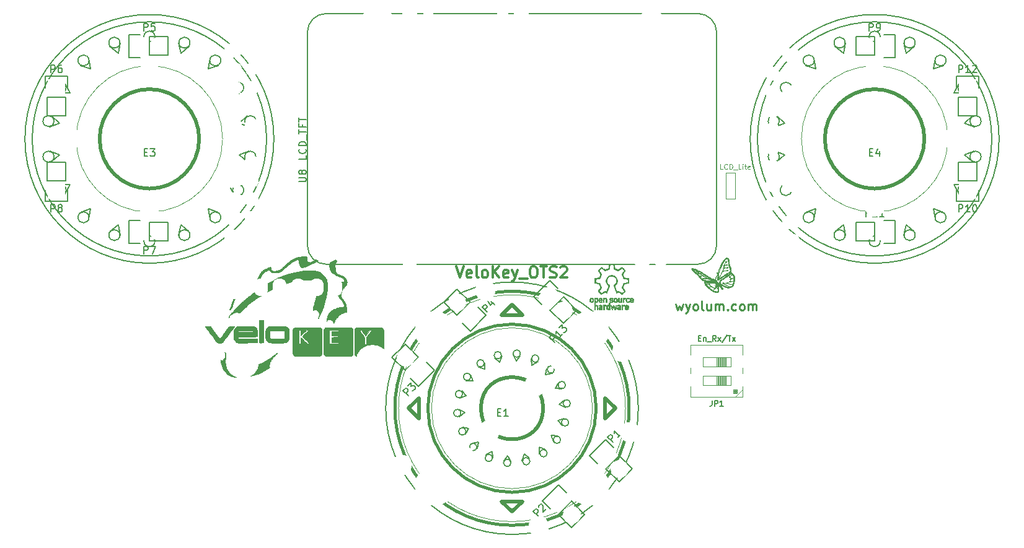
<source format=gto>
%TF.GenerationSoftware,KiCad,Pcbnew,4.1.0-alpha+201609021633+7109~49~ubuntu16.04.1-product*%
%TF.CreationDate,2016-09-14T14:42:10+05:30*%
%TF.ProjectId,OTS2_main,4F5453325F6D61696E2E6B696361645F,rev?*%
%TF.FileFunction,Legend,Top*%
%FSLAX46Y46*%
G04 Gerber Fmt 4.6, Leading zero omitted, Abs format (unit mm)*
G04 Created by KiCad (PCBNEW 4.1.0-alpha+201609021633+7109~49~ubuntu16.04.1-product) date Wed Sep 14 14:42:10 2016*
%MOMM*%
%LPD*%
G01*
G04 APERTURE LIST*
%ADD10C,0.101600*%
%ADD11C,0.254000*%
%ADD12C,0.304800*%
%ADD13C,0.500000*%
%ADD14C,0.150000*%
%ADD15C,0.100000*%
%ADD16C,0.400000*%
%ADD17C,0.010000*%
%ADD18C,0.152400*%
%ADD19C,2.800000*%
%ADD20C,5.400000*%
%ADD21C,3.000000*%
%ADD22R,3.702000X1.670000*%
%ADD23O,2.813000X1.797000*%
%ADD24O,2.432000X1.797000*%
%ADD25C,4.572000*%
%ADD26O,2.432000X1.924000*%
%ADD27C,1.924000*%
%ADD28O,1.924000X2.432000*%
%ADD29O,1.924000X1.924000*%
%ADD30O,1.797000X1.797000*%
%ADD31C,2.700000*%
%ADD32C,1.052400*%
%ADD33R,1.052400X0.552400*%
%ADD34R,1.052400X1.052400*%
%ADD35C,2.432000*%
%ADD36R,2.432000X2.432000*%
%ADD37O,2.432000X2.432000*%
G04 APERTURE END LIST*
D10*
D11*
X114451190Y-63227857D02*
X114693095Y-64074523D01*
X114935000Y-63469761D01*
X115176904Y-64074523D01*
X115418809Y-63227857D01*
X115781666Y-63227857D02*
X116084047Y-64074523D01*
X116386428Y-63227857D02*
X116084047Y-64074523D01*
X115963095Y-64376904D01*
X115902619Y-64437380D01*
X115781666Y-64497857D01*
X117051666Y-64074523D02*
X116930714Y-64014047D01*
X116870238Y-63953571D01*
X116809761Y-63832619D01*
X116809761Y-63469761D01*
X116870238Y-63348809D01*
X116930714Y-63288333D01*
X117051666Y-63227857D01*
X117233095Y-63227857D01*
X117354047Y-63288333D01*
X117414523Y-63348809D01*
X117475000Y-63469761D01*
X117475000Y-63832619D01*
X117414523Y-63953571D01*
X117354047Y-64014047D01*
X117233095Y-64074523D01*
X117051666Y-64074523D01*
X118200714Y-64074523D02*
X118079761Y-64014047D01*
X118019285Y-63893095D01*
X118019285Y-62804523D01*
X119228809Y-63227857D02*
X119228809Y-64074523D01*
X118684523Y-63227857D02*
X118684523Y-63893095D01*
X118745000Y-64014047D01*
X118865952Y-64074523D01*
X119047380Y-64074523D01*
X119168333Y-64014047D01*
X119228809Y-63953571D01*
X119833571Y-64074523D02*
X119833571Y-63227857D01*
X119833571Y-63348809D02*
X119894047Y-63288333D01*
X120015000Y-63227857D01*
X120196428Y-63227857D01*
X120317380Y-63288333D01*
X120377857Y-63409285D01*
X120377857Y-64074523D01*
X120377857Y-63409285D02*
X120438333Y-63288333D01*
X120559285Y-63227857D01*
X120740714Y-63227857D01*
X120861666Y-63288333D01*
X120922142Y-63409285D01*
X120922142Y-64074523D01*
X121526904Y-63953571D02*
X121587380Y-64014047D01*
X121526904Y-64074523D01*
X121466428Y-64014047D01*
X121526904Y-63953571D01*
X121526904Y-64074523D01*
X122675952Y-64014047D02*
X122555000Y-64074523D01*
X122313095Y-64074523D01*
X122192142Y-64014047D01*
X122131666Y-63953571D01*
X122071190Y-63832619D01*
X122071190Y-63469761D01*
X122131666Y-63348809D01*
X122192142Y-63288333D01*
X122313095Y-63227857D01*
X122555000Y-63227857D01*
X122675952Y-63288333D01*
X123401666Y-64074523D02*
X123280714Y-64014047D01*
X123220238Y-63953571D01*
X123159761Y-63832619D01*
X123159761Y-63469761D01*
X123220238Y-63348809D01*
X123280714Y-63288333D01*
X123401666Y-63227857D01*
X123583095Y-63227857D01*
X123704047Y-63288333D01*
X123764523Y-63348809D01*
X123825000Y-63469761D01*
X123825000Y-63832619D01*
X123764523Y-63953571D01*
X123704047Y-64014047D01*
X123583095Y-64074523D01*
X123401666Y-64074523D01*
X124369285Y-64074523D02*
X124369285Y-63227857D01*
X124369285Y-63348809D02*
X124429761Y-63288333D01*
X124550714Y-63227857D01*
X124732142Y-63227857D01*
X124853095Y-63288333D01*
X124913571Y-63409285D01*
X124913571Y-64074523D01*
X124913571Y-63409285D02*
X124974047Y-63288333D01*
X125095000Y-63227857D01*
X125276428Y-63227857D01*
X125397380Y-63288333D01*
X125457857Y-63409285D01*
X125457857Y-64074523D01*
D12*
X84418714Y-58093428D02*
X84926714Y-59617428D01*
X85434714Y-58093428D01*
X86523285Y-59544857D02*
X86378142Y-59617428D01*
X86087857Y-59617428D01*
X85942714Y-59544857D01*
X85870142Y-59399714D01*
X85870142Y-58819142D01*
X85942714Y-58674000D01*
X86087857Y-58601428D01*
X86378142Y-58601428D01*
X86523285Y-58674000D01*
X86595857Y-58819142D01*
X86595857Y-58964285D01*
X85870142Y-59109428D01*
X87466714Y-59617428D02*
X87321571Y-59544857D01*
X87249000Y-59399714D01*
X87249000Y-58093428D01*
X88265000Y-59617428D02*
X88119857Y-59544857D01*
X88047285Y-59472285D01*
X87974714Y-59327142D01*
X87974714Y-58891714D01*
X88047285Y-58746571D01*
X88119857Y-58674000D01*
X88265000Y-58601428D01*
X88482714Y-58601428D01*
X88627857Y-58674000D01*
X88700428Y-58746571D01*
X88773000Y-58891714D01*
X88773000Y-59327142D01*
X88700428Y-59472285D01*
X88627857Y-59544857D01*
X88482714Y-59617428D01*
X88265000Y-59617428D01*
X89426142Y-59617428D02*
X89426142Y-58093428D01*
X90297000Y-59617428D02*
X89643857Y-58746571D01*
X90297000Y-58093428D02*
X89426142Y-58964285D01*
X91530714Y-59544857D02*
X91385571Y-59617428D01*
X91095285Y-59617428D01*
X90950142Y-59544857D01*
X90877571Y-59399714D01*
X90877571Y-58819142D01*
X90950142Y-58674000D01*
X91095285Y-58601428D01*
X91385571Y-58601428D01*
X91530714Y-58674000D01*
X91603285Y-58819142D01*
X91603285Y-58964285D01*
X90877571Y-59109428D01*
X92111285Y-58601428D02*
X92474142Y-59617428D01*
X92837000Y-58601428D02*
X92474142Y-59617428D01*
X92329000Y-59980285D01*
X92256428Y-60052857D01*
X92111285Y-60125428D01*
X93054714Y-59762571D02*
X94215857Y-59762571D01*
X94869000Y-58093428D02*
X95159285Y-58093428D01*
X95304428Y-58166000D01*
X95449571Y-58311142D01*
X95522142Y-58601428D01*
X95522142Y-59109428D01*
X95449571Y-59399714D01*
X95304428Y-59544857D01*
X95159285Y-59617428D01*
X94869000Y-59617428D01*
X94723857Y-59544857D01*
X94578714Y-59399714D01*
X94506142Y-59109428D01*
X94506142Y-58601428D01*
X94578714Y-58311142D01*
X94723857Y-58166000D01*
X94869000Y-58093428D01*
X95957571Y-58093428D02*
X96828428Y-58093428D01*
X96393000Y-59617428D02*
X96393000Y-58093428D01*
X97263857Y-59544857D02*
X97481571Y-59617428D01*
X97844428Y-59617428D01*
X97989571Y-59544857D01*
X98062142Y-59472285D01*
X98134714Y-59327142D01*
X98134714Y-59182000D01*
X98062142Y-59036857D01*
X97989571Y-58964285D01*
X97844428Y-58891714D01*
X97554142Y-58819142D01*
X97409000Y-58746571D01*
X97336428Y-58674000D01*
X97263857Y-58528857D01*
X97263857Y-58383714D01*
X97336428Y-58238571D01*
X97409000Y-58166000D01*
X97554142Y-58093428D01*
X97917000Y-58093428D01*
X98134714Y-58166000D01*
X98715285Y-58238571D02*
X98787857Y-58166000D01*
X98933000Y-58093428D01*
X99295857Y-58093428D01*
X99441000Y-58166000D01*
X99513571Y-58238571D01*
X99586142Y-58383714D01*
X99586142Y-58528857D01*
X99513571Y-58746571D01*
X98642714Y-59617428D01*
X99586142Y-59617428D01*
D13*
X90660786Y-90197922D02*
X93489214Y-90197922D01*
X93489214Y-90197922D02*
X92075000Y-91612136D01*
X92075000Y-91612136D02*
X90660786Y-90197922D01*
X104802922Y-78884214D02*
X104802922Y-76055786D01*
X104802922Y-76055786D02*
X106217136Y-77470000D01*
X106217136Y-77470000D02*
X104802922Y-78884214D01*
X90660786Y-64742078D02*
X93489214Y-64742078D01*
X93489214Y-64742078D02*
X92075000Y-63327864D01*
X92075000Y-63327864D02*
X90660786Y-64742078D01*
X79347078Y-78884214D02*
X77932864Y-77470000D01*
X77932864Y-77470000D02*
X79347078Y-76055786D01*
X79347078Y-78884214D02*
X79347078Y-76055786D01*
D14*
X96671194Y-72873806D02*
X97555078Y-72697029D01*
X96847971Y-71989922D02*
X96671194Y-72873806D01*
X97878301Y-72166699D02*
G75*
G03X97878301Y-72166699I-500000J0D01*
G01*
D15*
X107575000Y-77470000D02*
G75*
G03X107575000Y-77470000I-15500000J0D01*
G01*
X103075001Y-77470000D02*
G75*
G03X103075001Y-77470000I-11000001J0D01*
G01*
D16*
X108074999Y-77470000D02*
G75*
G03X108074999Y-77470000I-15999999J0D01*
G01*
D14*
X109325000Y-77470000D02*
G75*
G03X109325000Y-77470000I-17250000J0D01*
G01*
D16*
X103575000Y-77470000D02*
G75*
G03X103575000Y-77470000I-11500000J0D01*
G01*
D13*
X96325000Y-77470000D02*
G75*
G03X96325000Y-77470000I-4250000J0D01*
G01*
D14*
X95744636Y-70672691D02*
G75*
G03X95744636Y-70672691I-499999J0D01*
G01*
X93228668Y-69998540D02*
G75*
G03X93228668Y-69998540I-500000J0D01*
G01*
X90633857Y-70225556D02*
G75*
G03X90633857Y-70225556I-500000J0D01*
G01*
X88273177Y-71326360D02*
G75*
G03X88273177Y-71326360I-500000J0D01*
G01*
X86431360Y-73168177D02*
G75*
G03X86431360Y-73168177I-500000J0D01*
G01*
X85330556Y-75528857D02*
G75*
G03X85330556Y-75528857I-500000J0D01*
G01*
X85103540Y-78123668D02*
G75*
G03X85103540Y-78123668I-500000J0D01*
G01*
X85777691Y-80639637D02*
G75*
G03X85777691Y-80639637I-500000J0D01*
G01*
X87271699Y-82773301D02*
G75*
G03X87271699Y-82773301I-500000J0D01*
G01*
X89405362Y-84267309D02*
G75*
G03X89405362Y-84267309I-499999J0D01*
G01*
X91921332Y-84941460D02*
G75*
G03X91921332Y-84941460I-500000J0D01*
G01*
X94516143Y-84714444D02*
G75*
G03X94516143Y-84714444I-500000J0D01*
G01*
X96876823Y-83613640D02*
G75*
G03X96876823Y-83613640I-500000J0D01*
G01*
X98718640Y-81771823D02*
G75*
G03X98718640Y-81771823I-500000J0D01*
G01*
X99819444Y-79411143D02*
G75*
G03X99819444Y-79411143I-500000J0D01*
G01*
X100046460Y-76816332D02*
G75*
G03X100046460Y-76816332I-500000J0D01*
G01*
X99372309Y-74300363D02*
G75*
G03X99372309Y-74300363I-500000J0D01*
G01*
X94822019Y-71578999D02*
X95592136Y-71110577D01*
X92641513Y-70994735D02*
X93204976Y-70291166D01*
X90392676Y-71191482D02*
X90681525Y-70337628D01*
X88346753Y-72145512D02*
X88326147Y-71244360D01*
X86750512Y-73741753D02*
X86422936Y-72901995D01*
X85796482Y-75787676D02*
X85201448Y-75110599D01*
X85599735Y-78036513D02*
X84809011Y-77603782D01*
X86183999Y-80217019D02*
X85292960Y-80080828D01*
X87478806Y-82066194D02*
X86594922Y-82242971D01*
X89327981Y-83361001D02*
X88557864Y-83829423D01*
X91508487Y-83945265D02*
X90945024Y-84648834D01*
X93757324Y-83748518D02*
X93468475Y-84602372D01*
X95803247Y-82794488D02*
X95823853Y-83695640D01*
X97399488Y-81198247D02*
X97727064Y-82038005D01*
X98353518Y-79152324D02*
X98948552Y-79829401D01*
X98550265Y-76903487D02*
X99340989Y-77336218D01*
X97966001Y-74722981D02*
X98857040Y-74859172D01*
X94685828Y-70687960D02*
X94822019Y-71578999D01*
X92208782Y-70204011D02*
X92641513Y-70994735D01*
X89715599Y-70596448D02*
X90392676Y-71191482D01*
X87506995Y-71817936D02*
X88346753Y-72145512D01*
X85849360Y-73721147D02*
X86750512Y-73741753D01*
X84942628Y-76076525D02*
X85796482Y-75787676D01*
X84896166Y-78599976D02*
X85599735Y-78036513D01*
X85715577Y-80987136D02*
X86183999Y-80217019D01*
X87302029Y-82950078D02*
X87478806Y-82066194D01*
X89464172Y-84252040D02*
X89327981Y-83361001D01*
X91941218Y-84735989D02*
X91508487Y-83945265D01*
X94434401Y-84343552D02*
X93757324Y-83748518D01*
X96643005Y-83122064D02*
X95803247Y-82794488D01*
X98300640Y-81218853D02*
X97399488Y-81198247D01*
X99207372Y-78863475D02*
X98353518Y-79152324D01*
X99253834Y-76340024D02*
X98550265Y-76903487D01*
X98434423Y-73952864D02*
X97966001Y-74722981D01*
D10*
X120142000Y-71755000D02*
X120142000Y-70485000D01*
X120269000Y-70485000D02*
X120269000Y-71755000D01*
X120396000Y-71755000D02*
X120396000Y-70485000D01*
X120523000Y-70485000D02*
X120523000Y-71755000D01*
X120650000Y-71755000D02*
X120650000Y-70485000D01*
X120777000Y-70485000D02*
X120777000Y-71755000D01*
X120904000Y-71755000D02*
X120904000Y-70485000D01*
X121031000Y-70485000D02*
X121031000Y-71755000D01*
X121158000Y-71755000D02*
X121158000Y-70485000D01*
X120142000Y-74295000D02*
X120142000Y-73025000D01*
X120269000Y-73025000D02*
X120269000Y-74295000D01*
X120396000Y-74295000D02*
X120396000Y-73025000D01*
X120523000Y-73025000D02*
X120523000Y-74295000D01*
X120650000Y-74295000D02*
X120650000Y-73025000D01*
X120777000Y-73025000D02*
X120777000Y-74295000D01*
X120904000Y-74295000D02*
X120904000Y-73025000D01*
X121031000Y-73025000D02*
X121031000Y-74295000D01*
X121158000Y-74295000D02*
X121158000Y-73025000D01*
X121285000Y-71755000D02*
X121285000Y-70485000D01*
X120015000Y-70485000D02*
X120015000Y-71755000D01*
X120015000Y-74295000D02*
X120015000Y-73025000D01*
X121285000Y-74295000D02*
X121285000Y-73025000D01*
X121920000Y-71755000D02*
X118110000Y-71755000D01*
X118110000Y-71755000D02*
X118110000Y-70485000D01*
X118110000Y-70485000D02*
X121920000Y-70485000D01*
X121920000Y-70485000D02*
X121920000Y-71755000D01*
X121920000Y-74295000D02*
X118110000Y-74295000D01*
X118110000Y-74295000D02*
X118110000Y-73025000D01*
X118110000Y-73025000D02*
X121920000Y-73025000D01*
X121920000Y-73025000D02*
X121920000Y-74295000D01*
X122428000Y-74930000D02*
X122428000Y-75438000D01*
X122682000Y-75438000D02*
X122682000Y-74930000D01*
X122301000Y-75057000D02*
X122809000Y-75057000D01*
X122809000Y-75311000D02*
X122301000Y-75311000D01*
X122301000Y-75184000D02*
X122809000Y-75184000D01*
X122555000Y-75438000D02*
X122555000Y-74930000D01*
X122809000Y-75438000D02*
X122301000Y-75438000D01*
X122301000Y-75438000D02*
X122301000Y-74930000D01*
X122301000Y-74930000D02*
X122809000Y-74930000D01*
X122809000Y-74930000D02*
X122809000Y-75438000D01*
X122555000Y-75946000D02*
X123571000Y-74930000D01*
X116459000Y-71882000D02*
X116459000Y-72898000D01*
X123571000Y-70358000D02*
X123571000Y-68834000D01*
X123571000Y-68834000D02*
X116459000Y-68834000D01*
X116459000Y-68834000D02*
X116459000Y-70358000D01*
X123571000Y-72898000D02*
X123571000Y-71882000D01*
X123571000Y-75946000D02*
X123571000Y-74422000D01*
X123571000Y-75946000D02*
X116459000Y-75946000D01*
X116459000Y-75946000D02*
X116459000Y-74422000D01*
D14*
X120015000Y-55245000D02*
X120015000Y-26035000D01*
X66675000Y-57785000D02*
X117475000Y-57785000D01*
X64135000Y-26035000D02*
X64135000Y-55245000D01*
X117475000Y-23495000D02*
X66675000Y-23495000D01*
X64135000Y-55245000D02*
G75*
G03X66675000Y-57785000I2540000J0D01*
G01*
X117475000Y-57785000D02*
G75*
G03X120015000Y-55245000I0J2540000D01*
G01*
X120015000Y-26035000D02*
G75*
G03X117475000Y-23495000I-2540000J0D01*
G01*
X66675000Y-23495000D02*
G75*
G03X64135000Y-26035000I0J-2540000D01*
G01*
D10*
X52545000Y-40640000D02*
G75*
G03X52545000Y-40640000I-10000000J0D01*
G01*
D14*
X42545000Y-53140000D02*
X41795000Y-54390000D01*
X43295000Y-54390000D02*
X42545000Y-53140000D01*
X43295000Y-54640000D02*
G75*
G03X43295000Y-54640000I-750000J0D01*
G01*
X58545000Y-40640000D02*
G75*
G03X58545000Y-40640000I-16000000J0D01*
G01*
X59545000Y-40640000D02*
G75*
G03X59545000Y-40640000I-17000000J0D01*
G01*
D13*
X49345000Y-40640000D02*
G75*
G03X49345000Y-40640000I-6800000J0D01*
G01*
D14*
X48083282Y-53795697D02*
G75*
G03X48083282Y-53795697I-750000J0D01*
G01*
X52294027Y-51364622D02*
G75*
G03X52294027Y-51364622I-750000J0D01*
G01*
X55419356Y-47640000D02*
G75*
G03X55419356Y-47640000I-750000J0D01*
G01*
X57082308Y-43071074D02*
G75*
G03X57082308Y-43071074I-749999J0D01*
G01*
X57082309Y-38208926D02*
G75*
G03X57082309Y-38208926I-750000J0D01*
G01*
X55419356Y-33640000D02*
G75*
G03X55419356Y-33640000I-750000J0D01*
G01*
X52294028Y-29915378D02*
G75*
G03X52294028Y-29915378I-750001J0D01*
G01*
X48083282Y-27484303D02*
G75*
G03X48083282Y-27484303I-750000J0D01*
G01*
X43295000Y-26640000D02*
G75*
G03X43295000Y-26640000I-750000J0D01*
G01*
X38506718Y-27484303D02*
G75*
G03X38506718Y-27484303I-750000J0D01*
G01*
X34295973Y-29915378D02*
G75*
G03X34295973Y-29915378I-750000J0D01*
G01*
X31170644Y-33640000D02*
G75*
G03X31170644Y-33640000I-750000J0D01*
G01*
X29507690Y-38208926D02*
G75*
G03X29507690Y-38208926I-749999J0D01*
G01*
X29507691Y-43071074D02*
G75*
G03X29507691Y-43071074I-750000J0D01*
G01*
X31170644Y-47640000D02*
G75*
G03X31170644Y-47640000I-750000J0D01*
G01*
X34295974Y-51364622D02*
G75*
G03X34295974Y-51364622I-750001J0D01*
G01*
X38506718Y-53795697D02*
G75*
G03X38506718Y-53795697I-750000J0D01*
G01*
X46820252Y-52386158D02*
X46543008Y-53817289D01*
X50579845Y-50215556D02*
X50808796Y-51655202D01*
X53370318Y-46890000D02*
X54077849Y-48164519D01*
X54855097Y-42810602D02*
X55955870Y-43766268D01*
X54855097Y-38469398D02*
X56216343Y-38990943D01*
X53370318Y-34390000D02*
X54827849Y-34414519D01*
X50579845Y-31064444D02*
X51957863Y-30588980D01*
X46820252Y-28893842D02*
X47952546Y-27975742D01*
X42545000Y-28140000D02*
X43295000Y-26890000D01*
X38269748Y-28893842D02*
X38546992Y-27462711D01*
X34510155Y-31064444D02*
X34281204Y-29624798D01*
X31719682Y-34390000D02*
X31012151Y-33115481D01*
X30234903Y-38469398D02*
X29134130Y-37513732D01*
X30234903Y-42810602D02*
X28873657Y-42289057D01*
X31719682Y-46890000D02*
X30262151Y-46865481D01*
X34510155Y-50215556D02*
X33132137Y-50691020D01*
X38269748Y-52386158D02*
X37137454Y-53304258D01*
X47952546Y-53304258D02*
X46820252Y-52386158D01*
X51957863Y-50691020D02*
X50579845Y-50215556D01*
X54827849Y-46865481D02*
X53370318Y-46890000D01*
X56216343Y-42289057D02*
X54855097Y-42810602D01*
X55955870Y-37513732D02*
X54855097Y-38469398D01*
X54077849Y-33115481D02*
X53370318Y-34390000D01*
X50808796Y-29624798D02*
X50579845Y-31064444D01*
X46543008Y-27462711D02*
X46820252Y-28893842D01*
X41795000Y-26890000D02*
X42545000Y-28140000D01*
X37137454Y-27975742D02*
X38269748Y-28893842D01*
X33132137Y-30588980D02*
X34510155Y-31064444D01*
X30262151Y-34414519D02*
X31719682Y-34390000D01*
X28873657Y-38990943D02*
X30234903Y-38469398D01*
X29134130Y-43766268D02*
X30234903Y-42810602D01*
X31012151Y-48164519D02*
X31719682Y-46890000D01*
X34281204Y-51655202D02*
X34510155Y-50215556D01*
X38546992Y-53817289D02*
X38269748Y-52386158D01*
D10*
X151605000Y-40640000D02*
G75*
G03X151605000Y-40640000I-10000000J0D01*
G01*
D14*
X141605000Y-28140000D02*
X142355000Y-26890000D01*
X140855000Y-26890000D02*
X141605000Y-28140000D01*
X142355000Y-26640000D02*
G75*
G03X142355000Y-26640000I-750000J0D01*
G01*
X157605000Y-40640000D02*
G75*
G03X157605000Y-40640000I-16000000J0D01*
G01*
X158605000Y-40640000D02*
G75*
G03X158605000Y-40640000I-17000000J0D01*
G01*
D13*
X148405000Y-40640000D02*
G75*
G03X148405000Y-40640000I-6800000J0D01*
G01*
D14*
X137566718Y-27484303D02*
G75*
G03X137566718Y-27484303I-750000J0D01*
G01*
X133355973Y-29915378D02*
G75*
G03X133355973Y-29915378I-750000J0D01*
G01*
X130230644Y-33640000D02*
G75*
G03X130230644Y-33640000I-750000J0D01*
G01*
X128567690Y-38208926D02*
G75*
G03X128567690Y-38208926I-749999J0D01*
G01*
X128567691Y-43071074D02*
G75*
G03X128567691Y-43071074I-750000J0D01*
G01*
X130230644Y-47640000D02*
G75*
G03X130230644Y-47640000I-750000J0D01*
G01*
X133355974Y-51364622D02*
G75*
G03X133355974Y-51364622I-750001J0D01*
G01*
X137566718Y-53795697D02*
G75*
G03X137566718Y-53795697I-750000J0D01*
G01*
X142355000Y-54640000D02*
G75*
G03X142355000Y-54640000I-750000J0D01*
G01*
X147143282Y-53795697D02*
G75*
G03X147143282Y-53795697I-750000J0D01*
G01*
X151354027Y-51364622D02*
G75*
G03X151354027Y-51364622I-750000J0D01*
G01*
X154479356Y-47640000D02*
G75*
G03X154479356Y-47640000I-750000J0D01*
G01*
X156142308Y-43071074D02*
G75*
G03X156142308Y-43071074I-749999J0D01*
G01*
X156142309Y-38208926D02*
G75*
G03X156142309Y-38208926I-750000J0D01*
G01*
X154479356Y-33640000D02*
G75*
G03X154479356Y-33640000I-750000J0D01*
G01*
X151354028Y-29915378D02*
G75*
G03X151354028Y-29915378I-750001J0D01*
G01*
X147143282Y-27484303D02*
G75*
G03X147143282Y-27484303I-750000J0D01*
G01*
X137329748Y-28893842D02*
X137606992Y-27462711D01*
X133570155Y-31064444D02*
X133341204Y-29624798D01*
X130779682Y-34390000D02*
X130072151Y-33115481D01*
X129294903Y-38469398D02*
X128194130Y-37513732D01*
X129294903Y-42810602D02*
X127933657Y-42289057D01*
X130779682Y-46890000D02*
X129322151Y-46865481D01*
X133570155Y-50215556D02*
X132192137Y-50691020D01*
X137329748Y-52386158D02*
X136197454Y-53304258D01*
X141605000Y-53140000D02*
X140855000Y-54390000D01*
X145880252Y-52386158D02*
X145603008Y-53817289D01*
X149639845Y-50215556D02*
X149868796Y-51655202D01*
X152430318Y-46890000D02*
X153137849Y-48164519D01*
X153915097Y-42810602D02*
X155015870Y-43766268D01*
X153915097Y-38469398D02*
X155276343Y-38990943D01*
X152430318Y-34390000D02*
X153887849Y-34414519D01*
X149639845Y-31064444D02*
X151017863Y-30588980D01*
X145880252Y-28893842D02*
X147012546Y-27975742D01*
X136197454Y-27975742D02*
X137329748Y-28893842D01*
X132192137Y-30588980D02*
X133570155Y-31064444D01*
X129322151Y-34414519D02*
X130779682Y-34390000D01*
X127933657Y-38990943D02*
X129294903Y-38469398D01*
X128194130Y-43766268D02*
X129294903Y-42810602D01*
X130072151Y-48164519D02*
X130779682Y-46890000D01*
X133341204Y-51655202D02*
X133570155Y-50215556D01*
X137606992Y-53817289D02*
X137329748Y-52386158D01*
X142355000Y-54390000D02*
X141605000Y-53140000D01*
X147012546Y-53304258D02*
X145880252Y-52386158D01*
X151017863Y-50691020D02*
X149639845Y-50215556D01*
X153887849Y-46865481D02*
X152430318Y-46890000D01*
X155276343Y-42289057D02*
X153915097Y-42810602D01*
X155015870Y-37513732D02*
X153915097Y-38469398D01*
X153137849Y-33115481D02*
X152430318Y-34390000D01*
X149868796Y-29624798D02*
X149639845Y-31064444D01*
X145603008Y-27462711D02*
X145880252Y-28893842D01*
D17*
G36*
X118534962Y-60166685D02*
X118637538Y-60180389D01*
X118695308Y-60186512D01*
X118784965Y-60192992D01*
X118899328Y-60199451D01*
X119031213Y-60205515D01*
X119173438Y-60210808D01*
X119278651Y-60213942D01*
X119782995Y-60227308D01*
X119894113Y-60338117D01*
X119961249Y-60404279D01*
X120042382Y-60483091D01*
X120122999Y-60560481D01*
X120146001Y-60582348D01*
X120286772Y-60715769D01*
X120300182Y-61034136D01*
X120304985Y-61152552D01*
X120307402Y-61239902D01*
X120306709Y-61304160D01*
X120302180Y-61353303D01*
X120293089Y-61395305D01*
X120278713Y-61438140D01*
X120258882Y-61488405D01*
X120235112Y-61547051D01*
X120214339Y-61587043D01*
X120189210Y-61611028D01*
X120152374Y-61621650D01*
X120096479Y-61621555D01*
X120014172Y-61613389D01*
X119936846Y-61604280D01*
X119852988Y-61592378D01*
X119769680Y-61577271D01*
X119721923Y-61566455D01*
X119648259Y-61547272D01*
X119575303Y-61528319D01*
X119560102Y-61524378D01*
X119500340Y-61497217D01*
X119424047Y-61444533D01*
X119355350Y-61386647D01*
X119350066Y-61382158D01*
X119553243Y-61382158D01*
X119554011Y-61384755D01*
X119581624Y-61397385D01*
X119638215Y-61414064D01*
X119714165Y-61432728D01*
X119799855Y-61451316D01*
X119885666Y-61467764D01*
X119961980Y-61480009D01*
X120019178Y-61485989D01*
X120027283Y-61486250D01*
X120087181Y-61485229D01*
X120120834Y-61475988D01*
X120141023Y-61452242D01*
X120153818Y-61424039D01*
X120178460Y-61344062D01*
X120178456Y-61272445D01*
X120151621Y-61199445D01*
X120095773Y-61115317D01*
X120080175Y-61095351D01*
X120025580Y-61030067D01*
X119984601Y-60990885D01*
X119949178Y-60971391D01*
X119917025Y-60965483D01*
X119854570Y-60968455D01*
X119810638Y-60984046D01*
X119792741Y-61008167D01*
X119800497Y-61028891D01*
X119814012Y-61063700D01*
X119792797Y-61087766D01*
X119740664Y-61096769D01*
X119740554Y-61096769D01*
X119709895Y-61100276D01*
X119685009Y-61115595D01*
X119659304Y-61149926D01*
X119626183Y-61210470D01*
X119613453Y-61235541D01*
X119582031Y-61301569D01*
X119560767Y-61353440D01*
X119553243Y-61382158D01*
X119350066Y-61382158D01*
X119274462Y-61317937D01*
X119178395Y-61243049D01*
X119085375Y-61176077D01*
X119067786Y-61164240D01*
X118963971Y-61088363D01*
X118853105Y-60992846D01*
X118778708Y-60920267D01*
X118974824Y-60920267D01*
X118988580Y-60939715D01*
X118991850Y-60943356D01*
X119021058Y-60969443D01*
X119074241Y-61011466D01*
X119143238Y-61063130D01*
X119203657Y-61106693D01*
X119282706Y-61164431D01*
X119355466Y-61220613D01*
X119412415Y-61267723D01*
X119438461Y-61291993D01*
X119478507Y-61328818D01*
X119510014Y-61349282D01*
X119516231Y-61350769D01*
X119534807Y-61334480D01*
X119563614Y-61291590D01*
X119596697Y-61231063D01*
X119599532Y-61225360D01*
X119631146Y-61158217D01*
X119645663Y-61116539D01*
X119645031Y-61091668D01*
X119633033Y-61076429D01*
X119608756Y-61043346D01*
X119608129Y-61040712D01*
X119665634Y-61040712D01*
X119680438Y-61056550D01*
X119683394Y-61058444D01*
X119722835Y-61075830D01*
X119746993Y-61064031D01*
X119750396Y-61059042D01*
X119749546Y-61035783D01*
X119723421Y-61023314D01*
X119687343Y-61027704D01*
X119665634Y-61040712D01*
X119608129Y-61040712D01*
X119604692Y-61026274D01*
X119587786Y-61002403D01*
X119543944Y-60971742D01*
X119483479Y-60939308D01*
X119416703Y-60910121D01*
X119353931Y-60889198D01*
X119307288Y-60881547D01*
X119254536Y-60876492D01*
X119217191Y-60864743D01*
X119217026Y-60864639D01*
X119183162Y-60859867D01*
X119123427Y-60866728D01*
X119074678Y-60877287D01*
X119011658Y-60894012D01*
X118980445Y-60906686D01*
X118974824Y-60920267D01*
X118778708Y-60920267D01*
X118731124Y-60873846D01*
X118593965Y-60727518D01*
X118526039Y-60651536D01*
X118444241Y-60546028D01*
X118418423Y-60497858D01*
X118577204Y-60497858D01*
X118579010Y-60511723D01*
X118582376Y-60518173D01*
X118608006Y-60552760D01*
X118653076Y-60603300D01*
X118710932Y-60663363D01*
X118774922Y-60726519D01*
X118838391Y-60786337D01*
X118894686Y-60836388D01*
X118937153Y-60870240D01*
X118958365Y-60881550D01*
X118995868Y-60875909D01*
X119051447Y-60862215D01*
X119068928Y-60857127D01*
X119127007Y-60834473D01*
X119146356Y-60823231D01*
X119233462Y-60823231D01*
X119250182Y-60837918D01*
X119282308Y-60842769D01*
X119319026Y-60836081D01*
X119331154Y-60823231D01*
X119314433Y-60808543D01*
X119282308Y-60803692D01*
X119245589Y-60810381D01*
X119233462Y-60823231D01*
X119146356Y-60823231D01*
X119172301Y-60808158D01*
X119179828Y-60801650D01*
X119193035Y-60783755D01*
X119191675Y-60763833D01*
X119171734Y-60734794D01*
X119129195Y-60689554D01*
X119099564Y-60659996D01*
X119025114Y-60592756D01*
X118968929Y-60556954D01*
X118938841Y-60549692D01*
X118893718Y-60542694D01*
X118870597Y-60530705D01*
X118842922Y-60519730D01*
X118787625Y-60508458D01*
X118716079Y-60499150D01*
X118707701Y-60498342D01*
X118651105Y-60493635D01*
X118903634Y-60493635D01*
X118918438Y-60509473D01*
X118921394Y-60511367D01*
X118962180Y-60528000D01*
X118991951Y-60525003D01*
X118999000Y-60511769D01*
X118983130Y-60484176D01*
X118945984Y-60475868D01*
X118925343Y-60480628D01*
X118903634Y-60493635D01*
X118651105Y-60493635D01*
X118634620Y-60492264D01*
X118593430Y-60491737D01*
X118577204Y-60497858D01*
X118418423Y-60497858D01*
X118385716Y-60436838D01*
X118364892Y-60384321D01*
X118337707Y-60301124D01*
X118479055Y-60301124D01*
X118479492Y-60324291D01*
X118494749Y-60368275D01*
X118503512Y-60387385D01*
X118523691Y-60425679D01*
X118544701Y-60448780D01*
X118576972Y-60461757D01*
X118630932Y-60469677D01*
X118682893Y-60474542D01*
X118780222Y-60479200D01*
X118846319Y-60472372D01*
X118873862Y-60462452D01*
X118937397Y-60447079D01*
X118984816Y-60450636D01*
X119029391Y-60465799D01*
X119046256Y-60493335D01*
X119047846Y-60515594D01*
X119061723Y-60556941D01*
X119097477Y-60611031D01*
X119146294Y-60668326D01*
X119199358Y-60719287D01*
X119247856Y-60754376D01*
X119277973Y-60764616D01*
X119327402Y-60773877D01*
X119366904Y-60796312D01*
X119384114Y-60823896D01*
X119382832Y-60832666D01*
X119393166Y-60855464D01*
X119431347Y-60886097D01*
X119488205Y-60919878D01*
X119554570Y-60952124D01*
X119621271Y-60978150D01*
X119679139Y-60993270D01*
X119701129Y-60995278D01*
X119754818Y-60990005D01*
X119792882Y-60976997D01*
X119795192Y-60975301D01*
X119815900Y-60940112D01*
X119819615Y-60916702D01*
X119819758Y-60916390D01*
X119886322Y-60916390D01*
X119888834Y-60922273D01*
X119917683Y-60939114D01*
X119952868Y-60933942D01*
X119964888Y-60922971D01*
X119960212Y-60903877D01*
X119933755Y-60890305D01*
X119902761Y-60889748D01*
X119895687Y-60892902D01*
X119886322Y-60916390D01*
X119819758Y-60916390D01*
X119836437Y-60880183D01*
X119858692Y-60867969D01*
X119885145Y-60847333D01*
X119895795Y-60818388D01*
X119916378Y-60818388D01*
X119932754Y-60852312D01*
X119961269Y-60865834D01*
X119996558Y-60883231D01*
X120011601Y-60928048D01*
X120011761Y-60929412D01*
X120027725Y-60976511D01*
X120061725Y-61035985D01*
X120089915Y-61074301D01*
X120161538Y-61161855D01*
X120167341Y-61018794D01*
X120168927Y-60945176D01*
X120167666Y-60885439D01*
X120163838Y-60851642D01*
X120163408Y-60850365D01*
X120136798Y-60821396D01*
X120086903Y-60791107D01*
X120028655Y-60766325D01*
X119976988Y-60753879D01*
X119955273Y-60755199D01*
X119923596Y-60780679D01*
X119916378Y-60818388D01*
X119895795Y-60818388D01*
X119897825Y-60812871D01*
X119894703Y-60780130D01*
X119873745Y-60764657D01*
X119872196Y-60764616D01*
X119837027Y-60753801D01*
X119809433Y-60737422D01*
X119784527Y-60712325D01*
X119786337Y-60706000D01*
X119848923Y-60706000D01*
X119876481Y-60722414D01*
X119898922Y-60725539D01*
X119930040Y-60717134D01*
X119936846Y-60706000D01*
X119920091Y-60691437D01*
X119886847Y-60686462D01*
X119853604Y-60692664D01*
X119848923Y-60706000D01*
X119786337Y-60706000D01*
X119791698Y-60687267D01*
X119798322Y-60678807D01*
X119843579Y-60651663D01*
X119902277Y-60650666D01*
X119959905Y-60674659D01*
X119981741Y-60693429D01*
X120024859Y-60731063D01*
X120076565Y-60764895D01*
X120125522Y-60788827D01*
X120160396Y-60796760D01*
X120168221Y-60793753D01*
X120159145Y-60776778D01*
X120125758Y-60738220D01*
X120072590Y-60682864D01*
X120004172Y-60615493D01*
X119956879Y-60570537D01*
X119732717Y-60360141D01*
X119351204Y-60347415D01*
X119211868Y-60341938D01*
X119066198Y-60334783D01*
X118926259Y-60326638D01*
X118804113Y-60318192D01*
X118730312Y-60311968D01*
X118637640Y-60304171D01*
X118559656Y-60299493D01*
X118504269Y-60298276D01*
X118479386Y-60300860D01*
X118479055Y-60301124D01*
X118337707Y-60301124D01*
X118336204Y-60296526D01*
X118325808Y-60232722D01*
X118337095Y-60190372D01*
X118373456Y-60166940D01*
X118438281Y-60159889D01*
X118534962Y-60166685D01*
X118534962Y-60166685D01*
G37*
X118534962Y-60166685D02*
X118637538Y-60180389D01*
X118695308Y-60186512D01*
X118784965Y-60192992D01*
X118899328Y-60199451D01*
X119031213Y-60205515D01*
X119173438Y-60210808D01*
X119278651Y-60213942D01*
X119782995Y-60227308D01*
X119894113Y-60338117D01*
X119961249Y-60404279D01*
X120042382Y-60483091D01*
X120122999Y-60560481D01*
X120146001Y-60582348D01*
X120286772Y-60715769D01*
X120300182Y-61034136D01*
X120304985Y-61152552D01*
X120307402Y-61239902D01*
X120306709Y-61304160D01*
X120302180Y-61353303D01*
X120293089Y-61395305D01*
X120278713Y-61438140D01*
X120258882Y-61488405D01*
X120235112Y-61547051D01*
X120214339Y-61587043D01*
X120189210Y-61611028D01*
X120152374Y-61621650D01*
X120096479Y-61621555D01*
X120014172Y-61613389D01*
X119936846Y-61604280D01*
X119852988Y-61592378D01*
X119769680Y-61577271D01*
X119721923Y-61566455D01*
X119648259Y-61547272D01*
X119575303Y-61528319D01*
X119560102Y-61524378D01*
X119500340Y-61497217D01*
X119424047Y-61444533D01*
X119355350Y-61386647D01*
X119350066Y-61382158D01*
X119553243Y-61382158D01*
X119554011Y-61384755D01*
X119581624Y-61397385D01*
X119638215Y-61414064D01*
X119714165Y-61432728D01*
X119799855Y-61451316D01*
X119885666Y-61467764D01*
X119961980Y-61480009D01*
X120019178Y-61485989D01*
X120027283Y-61486250D01*
X120087181Y-61485229D01*
X120120834Y-61475988D01*
X120141023Y-61452242D01*
X120153818Y-61424039D01*
X120178460Y-61344062D01*
X120178456Y-61272445D01*
X120151621Y-61199445D01*
X120095773Y-61115317D01*
X120080175Y-61095351D01*
X120025580Y-61030067D01*
X119984601Y-60990885D01*
X119949178Y-60971391D01*
X119917025Y-60965483D01*
X119854570Y-60968455D01*
X119810638Y-60984046D01*
X119792741Y-61008167D01*
X119800497Y-61028891D01*
X119814012Y-61063700D01*
X119792797Y-61087766D01*
X119740664Y-61096769D01*
X119740554Y-61096769D01*
X119709895Y-61100276D01*
X119685009Y-61115595D01*
X119659304Y-61149926D01*
X119626183Y-61210470D01*
X119613453Y-61235541D01*
X119582031Y-61301569D01*
X119560767Y-61353440D01*
X119553243Y-61382158D01*
X119350066Y-61382158D01*
X119274462Y-61317937D01*
X119178395Y-61243049D01*
X119085375Y-61176077D01*
X119067786Y-61164240D01*
X118963971Y-61088363D01*
X118853105Y-60992846D01*
X118778708Y-60920267D01*
X118974824Y-60920267D01*
X118988580Y-60939715D01*
X118991850Y-60943356D01*
X119021058Y-60969443D01*
X119074241Y-61011466D01*
X119143238Y-61063130D01*
X119203657Y-61106693D01*
X119282706Y-61164431D01*
X119355466Y-61220613D01*
X119412415Y-61267723D01*
X119438461Y-61291993D01*
X119478507Y-61328818D01*
X119510014Y-61349282D01*
X119516231Y-61350769D01*
X119534807Y-61334480D01*
X119563614Y-61291590D01*
X119596697Y-61231063D01*
X119599532Y-61225360D01*
X119631146Y-61158217D01*
X119645663Y-61116539D01*
X119645031Y-61091668D01*
X119633033Y-61076429D01*
X119608756Y-61043346D01*
X119608129Y-61040712D01*
X119665634Y-61040712D01*
X119680438Y-61056550D01*
X119683394Y-61058444D01*
X119722835Y-61075830D01*
X119746993Y-61064031D01*
X119750396Y-61059042D01*
X119749546Y-61035783D01*
X119723421Y-61023314D01*
X119687343Y-61027704D01*
X119665634Y-61040712D01*
X119608129Y-61040712D01*
X119604692Y-61026274D01*
X119587786Y-61002403D01*
X119543944Y-60971742D01*
X119483479Y-60939308D01*
X119416703Y-60910121D01*
X119353931Y-60889198D01*
X119307288Y-60881547D01*
X119254536Y-60876492D01*
X119217191Y-60864743D01*
X119217026Y-60864639D01*
X119183162Y-60859867D01*
X119123427Y-60866728D01*
X119074678Y-60877287D01*
X119011658Y-60894012D01*
X118980445Y-60906686D01*
X118974824Y-60920267D01*
X118778708Y-60920267D01*
X118731124Y-60873846D01*
X118593965Y-60727518D01*
X118526039Y-60651536D01*
X118444241Y-60546028D01*
X118418423Y-60497858D01*
X118577204Y-60497858D01*
X118579010Y-60511723D01*
X118582376Y-60518173D01*
X118608006Y-60552760D01*
X118653076Y-60603300D01*
X118710932Y-60663363D01*
X118774922Y-60726519D01*
X118838391Y-60786337D01*
X118894686Y-60836388D01*
X118937153Y-60870240D01*
X118958365Y-60881550D01*
X118995868Y-60875909D01*
X119051447Y-60862215D01*
X119068928Y-60857127D01*
X119127007Y-60834473D01*
X119146356Y-60823231D01*
X119233462Y-60823231D01*
X119250182Y-60837918D01*
X119282308Y-60842769D01*
X119319026Y-60836081D01*
X119331154Y-60823231D01*
X119314433Y-60808543D01*
X119282308Y-60803692D01*
X119245589Y-60810381D01*
X119233462Y-60823231D01*
X119146356Y-60823231D01*
X119172301Y-60808158D01*
X119179828Y-60801650D01*
X119193035Y-60783755D01*
X119191675Y-60763833D01*
X119171734Y-60734794D01*
X119129195Y-60689554D01*
X119099564Y-60659996D01*
X119025114Y-60592756D01*
X118968929Y-60556954D01*
X118938841Y-60549692D01*
X118893718Y-60542694D01*
X118870597Y-60530705D01*
X118842922Y-60519730D01*
X118787625Y-60508458D01*
X118716079Y-60499150D01*
X118707701Y-60498342D01*
X118651105Y-60493635D01*
X118903634Y-60493635D01*
X118918438Y-60509473D01*
X118921394Y-60511367D01*
X118962180Y-60528000D01*
X118991951Y-60525003D01*
X118999000Y-60511769D01*
X118983130Y-60484176D01*
X118945984Y-60475868D01*
X118925343Y-60480628D01*
X118903634Y-60493635D01*
X118651105Y-60493635D01*
X118634620Y-60492264D01*
X118593430Y-60491737D01*
X118577204Y-60497858D01*
X118418423Y-60497858D01*
X118385716Y-60436838D01*
X118364892Y-60384321D01*
X118337707Y-60301124D01*
X118479055Y-60301124D01*
X118479492Y-60324291D01*
X118494749Y-60368275D01*
X118503512Y-60387385D01*
X118523691Y-60425679D01*
X118544701Y-60448780D01*
X118576972Y-60461757D01*
X118630932Y-60469677D01*
X118682893Y-60474542D01*
X118780222Y-60479200D01*
X118846319Y-60472372D01*
X118873862Y-60462452D01*
X118937397Y-60447079D01*
X118984816Y-60450636D01*
X119029391Y-60465799D01*
X119046256Y-60493335D01*
X119047846Y-60515594D01*
X119061723Y-60556941D01*
X119097477Y-60611031D01*
X119146294Y-60668326D01*
X119199358Y-60719287D01*
X119247856Y-60754376D01*
X119277973Y-60764616D01*
X119327402Y-60773877D01*
X119366904Y-60796312D01*
X119384114Y-60823896D01*
X119382832Y-60832666D01*
X119393166Y-60855464D01*
X119431347Y-60886097D01*
X119488205Y-60919878D01*
X119554570Y-60952124D01*
X119621271Y-60978150D01*
X119679139Y-60993270D01*
X119701129Y-60995278D01*
X119754818Y-60990005D01*
X119792882Y-60976997D01*
X119795192Y-60975301D01*
X119815900Y-60940112D01*
X119819615Y-60916702D01*
X119819758Y-60916390D01*
X119886322Y-60916390D01*
X119888834Y-60922273D01*
X119917683Y-60939114D01*
X119952868Y-60933942D01*
X119964888Y-60922971D01*
X119960212Y-60903877D01*
X119933755Y-60890305D01*
X119902761Y-60889748D01*
X119895687Y-60892902D01*
X119886322Y-60916390D01*
X119819758Y-60916390D01*
X119836437Y-60880183D01*
X119858692Y-60867969D01*
X119885145Y-60847333D01*
X119895795Y-60818388D01*
X119916378Y-60818388D01*
X119932754Y-60852312D01*
X119961269Y-60865834D01*
X119996558Y-60883231D01*
X120011601Y-60928048D01*
X120011761Y-60929412D01*
X120027725Y-60976511D01*
X120061725Y-61035985D01*
X120089915Y-61074301D01*
X120161538Y-61161855D01*
X120167341Y-61018794D01*
X120168927Y-60945176D01*
X120167666Y-60885439D01*
X120163838Y-60851642D01*
X120163408Y-60850365D01*
X120136798Y-60821396D01*
X120086903Y-60791107D01*
X120028655Y-60766325D01*
X119976988Y-60753879D01*
X119955273Y-60755199D01*
X119923596Y-60780679D01*
X119916378Y-60818388D01*
X119895795Y-60818388D01*
X119897825Y-60812871D01*
X119894703Y-60780130D01*
X119873745Y-60764657D01*
X119872196Y-60764616D01*
X119837027Y-60753801D01*
X119809433Y-60737422D01*
X119784527Y-60712325D01*
X119786337Y-60706000D01*
X119848923Y-60706000D01*
X119876481Y-60722414D01*
X119898922Y-60725539D01*
X119930040Y-60717134D01*
X119936846Y-60706000D01*
X119920091Y-60691437D01*
X119886847Y-60686462D01*
X119853604Y-60692664D01*
X119848923Y-60706000D01*
X119786337Y-60706000D01*
X119791698Y-60687267D01*
X119798322Y-60678807D01*
X119843579Y-60651663D01*
X119902277Y-60650666D01*
X119959905Y-60674659D01*
X119981741Y-60693429D01*
X120024859Y-60731063D01*
X120076565Y-60764895D01*
X120125522Y-60788827D01*
X120160396Y-60796760D01*
X120168221Y-60793753D01*
X120159145Y-60776778D01*
X120125758Y-60738220D01*
X120072590Y-60682864D01*
X120004172Y-60615493D01*
X119956879Y-60570537D01*
X119732717Y-60360141D01*
X119351204Y-60347415D01*
X119211868Y-60341938D01*
X119066198Y-60334783D01*
X118926259Y-60326638D01*
X118804113Y-60318192D01*
X118730312Y-60311968D01*
X118637640Y-60304171D01*
X118559656Y-60299493D01*
X118504269Y-60298276D01*
X118479386Y-60300860D01*
X118479055Y-60301124D01*
X118337707Y-60301124D01*
X118336204Y-60296526D01*
X118325808Y-60232722D01*
X118337095Y-60190372D01*
X118373456Y-60166940D01*
X118438281Y-60159889D01*
X118534962Y-60166685D01*
G36*
X121459483Y-56897996D02*
X121521843Y-56916680D01*
X121563091Y-56940256D01*
X121597154Y-56979491D01*
X121627858Y-57028164D01*
X121654138Y-57074547D01*
X121672228Y-57116273D01*
X121684184Y-57162955D01*
X121692065Y-57224208D01*
X121697927Y-57309647D01*
X121701020Y-57370087D01*
X121709825Y-57505967D01*
X121723393Y-57627653D01*
X121743794Y-57745041D01*
X121773095Y-57868025D01*
X121813366Y-58006500D01*
X121866674Y-58170361D01*
X121870973Y-58183117D01*
X121921870Y-58345117D01*
X121954548Y-58478101D01*
X121969579Y-58587317D01*
X121967539Y-58678010D01*
X121949001Y-58755425D01*
X121936789Y-58784496D01*
X121911980Y-58827203D01*
X121876981Y-58867350D01*
X121826363Y-58909058D01*
X121754691Y-58956449D01*
X121656536Y-59013646D01*
X121577311Y-59057301D01*
X121468424Y-59117817D01*
X121362180Y-59179966D01*
X121252848Y-59247453D01*
X121134696Y-59323982D01*
X121001992Y-59413258D01*
X120849006Y-59518987D01*
X120688034Y-59632123D01*
X120560278Y-59721383D01*
X120458087Y-59790093D01*
X120376032Y-59841498D01*
X120308680Y-59878844D01*
X120250600Y-59905374D01*
X120201484Y-59922773D01*
X120135495Y-59942310D01*
X120086279Y-59955285D01*
X120063556Y-59959158D01*
X120063105Y-59958937D01*
X120064540Y-59938958D01*
X120071269Y-59886474D01*
X120082432Y-59807568D01*
X120086945Y-59777170D01*
X120211969Y-59777170D01*
X120217283Y-59781170D01*
X120234811Y-59758385D01*
X120250988Y-59731051D01*
X120282380Y-59673963D01*
X120326324Y-59592114D01*
X120380159Y-59490498D01*
X120441222Y-59374108D01*
X120505161Y-59251204D01*
X120570046Y-59124933D01*
X120629111Y-59008005D01*
X120679874Y-58905495D01*
X120719852Y-58822477D01*
X120746562Y-58764025D01*
X120757462Y-58735525D01*
X120770137Y-58710058D01*
X120820330Y-58710058D01*
X120826101Y-58729471D01*
X120846400Y-58729597D01*
X120880666Y-58710858D01*
X120889977Y-58696557D01*
X120884206Y-58677145D01*
X120863908Y-58677019D01*
X120829641Y-58695758D01*
X120820330Y-58710058D01*
X120770137Y-58710058D01*
X120780327Y-58689584D01*
X120806308Y-58666320D01*
X120837826Y-58646135D01*
X120858755Y-58621430D01*
X120874003Y-58582145D01*
X120888480Y-58518214D01*
X120894932Y-58484670D01*
X120906708Y-58409941D01*
X120907365Y-58363315D01*
X120896918Y-58335438D01*
X120895169Y-58333208D01*
X120884151Y-58306104D01*
X120891043Y-58294551D01*
X120935581Y-58294551D01*
X120943897Y-58301330D01*
X120966347Y-58302148D01*
X121005333Y-58295246D01*
X121020396Y-58284581D01*
X121023030Y-58261818D01*
X121001374Y-58255782D01*
X120967431Y-58268704D01*
X120960609Y-58273466D01*
X120935581Y-58294551D01*
X120891043Y-58294551D01*
X120902585Y-58275206D01*
X120910869Y-58266593D01*
X120928658Y-58237303D01*
X121409184Y-58237303D01*
X121429436Y-58243993D01*
X121438915Y-58244154D01*
X121472604Y-58232487D01*
X121480385Y-58214846D01*
X121471106Y-58188827D01*
X121463238Y-58185539D01*
X121437775Y-58198906D01*
X121421769Y-58214846D01*
X121409184Y-58237303D01*
X120928658Y-58237303D01*
X120935455Y-58226112D01*
X120956091Y-58164761D01*
X120970483Y-58095290D01*
X120976336Y-58030447D01*
X120971357Y-57982983D01*
X120964253Y-57969917D01*
X120958722Y-57946222D01*
X120960270Y-57944226D01*
X121018415Y-57944226D01*
X121038667Y-57950916D01*
X121048146Y-57951077D01*
X121081835Y-57939410D01*
X121089615Y-57921769D01*
X121080337Y-57895750D01*
X121072469Y-57892462D01*
X121047006Y-57905829D01*
X121031000Y-57921769D01*
X121018415Y-57944226D01*
X120960270Y-57944226D01*
X120984747Y-57912679D01*
X120996549Y-57902031D01*
X121029869Y-57860107D01*
X121068333Y-57792567D01*
X121106630Y-57711450D01*
X121139450Y-57628793D01*
X121161480Y-57556633D01*
X121167769Y-57513981D01*
X121185532Y-57459597D01*
X121250177Y-57459597D01*
X121255947Y-57479009D01*
X121276246Y-57479135D01*
X121310512Y-57460396D01*
X121319823Y-57446096D01*
X121314052Y-57426683D01*
X121293754Y-57426557D01*
X121259488Y-57445296D01*
X121250177Y-57459597D01*
X121185532Y-57459597D01*
X121185947Y-57458328D01*
X121236039Y-57415016D01*
X121300635Y-57392081D01*
X121348119Y-57388415D01*
X121371592Y-57404672D01*
X121374808Y-57411636D01*
X121373071Y-57455145D01*
X121335049Y-57493574D01*
X121265719Y-57523462D01*
X121228634Y-57536985D01*
X121201831Y-57556647D01*
X121178914Y-57590960D01*
X121153490Y-57648433D01*
X121133830Y-57698993D01*
X121075201Y-57852575D01*
X121140030Y-57864737D01*
X121192374Y-57866533D01*
X121197472Y-57865125D01*
X121327221Y-57865125D01*
X121339466Y-57872466D01*
X121357814Y-57872923D01*
X121396536Y-57865393D01*
X121411166Y-57854735D01*
X121413095Y-57831404D01*
X121391616Y-57822516D01*
X121360664Y-57831001D01*
X121347323Y-57841304D01*
X121327221Y-57865125D01*
X121197472Y-57865125D01*
X121252371Y-57849963D01*
X121313198Y-57822042D01*
X121377176Y-57792165D01*
X121416841Y-57781221D01*
X121440868Y-57787194D01*
X121445638Y-57791284D01*
X121457678Y-57823993D01*
X121440685Y-57858523D01*
X121403786Y-57888273D01*
X121356106Y-57906641D01*
X121306772Y-57907027D01*
X121292171Y-57902294D01*
X121236055Y-57890756D01*
X121180947Y-57898143D01*
X121143721Y-57921858D01*
X121141351Y-57925511D01*
X121112972Y-57952294D01*
X121065413Y-57979387D01*
X121058312Y-57982478D01*
X121012724Y-58007439D01*
X120994320Y-58039895D01*
X120991656Y-58073455D01*
X120988141Y-58131544D01*
X120980703Y-58176467D01*
X120978364Y-58198642D01*
X120989372Y-58213569D01*
X121019598Y-58222624D01*
X121074911Y-58227182D01*
X121161184Y-58228622D01*
X121203235Y-58228637D01*
X121295388Y-58224701D01*
X121354354Y-58212716D01*
X121379081Y-58198706D01*
X121429518Y-58166142D01*
X121480284Y-58152982D01*
X121519381Y-58160947D01*
X121532307Y-58176740D01*
X121529594Y-58215195D01*
X121499375Y-58249269D01*
X121453202Y-58273445D01*
X121402630Y-58282210D01*
X121359212Y-58270047D01*
X121351016Y-58263277D01*
X121320694Y-58254723D01*
X121264971Y-58254998D01*
X121196067Y-58262364D01*
X121126202Y-58275083D01*
X121067597Y-58291418D01*
X121033848Y-58308384D01*
X120992262Y-58336644D01*
X120970010Y-58347069D01*
X120945608Y-58375495D01*
X120923520Y-58442522D01*
X120913882Y-58487786D01*
X120901705Y-58557673D01*
X120898631Y-58599833D01*
X120905469Y-58624725D01*
X120923025Y-58642808D01*
X120926026Y-58645120D01*
X120963070Y-58664062D01*
X120984244Y-58665366D01*
X121012326Y-58660590D01*
X121069345Y-58654133D01*
X121145258Y-58647071D01*
X121185145Y-58643808D01*
X121290339Y-58632508D01*
X121302892Y-58629824D01*
X121445078Y-58629824D01*
X121461357Y-58634153D01*
X121479789Y-58631915D01*
X121518866Y-58617540D01*
X121534213Y-58600731D01*
X121529644Y-58580163D01*
X121504795Y-58578394D01*
X121472958Y-58594225D01*
X121459289Y-58607492D01*
X121445078Y-58629824D01*
X121302892Y-58629824D01*
X121362304Y-58617121D01*
X121406788Y-58596383D01*
X121409289Y-58594488D01*
X121462389Y-58562737D01*
X121506168Y-58546139D01*
X121552889Y-58546235D01*
X121574609Y-58569297D01*
X121567950Y-58605744D01*
X121538879Y-58638950D01*
X121501271Y-58661432D01*
X121454956Y-58668515D01*
X121393967Y-58664012D01*
X121317885Y-58659990D01*
X121227162Y-58662846D01*
X121131944Y-58671328D01*
X121042379Y-58684182D01*
X120968614Y-58700154D01*
X120920795Y-58717992D01*
X120913151Y-58723406D01*
X120867486Y-58752455D01*
X120826095Y-58768530D01*
X120808008Y-58776950D01*
X120787740Y-58795222D01*
X120762964Y-58827123D01*
X120731350Y-58876431D01*
X120690571Y-58946924D01*
X120638297Y-59042379D01*
X120572200Y-59166574D01*
X120522719Y-59260690D01*
X120457668Y-59385659D01*
X120399515Y-59499054D01*
X120350498Y-59596376D01*
X120312851Y-59673127D01*
X120288811Y-59724811D01*
X120280614Y-59746929D01*
X120280757Y-59747347D01*
X120299203Y-59740382D01*
X120342432Y-59714842D01*
X120403534Y-59675011D01*
X120459918Y-59636244D01*
X120647972Y-59505600D01*
X120832976Y-59379673D01*
X121009942Y-59261722D01*
X121173883Y-59155007D01*
X121319812Y-59062788D01*
X121442739Y-58988324D01*
X121511145Y-58949219D01*
X121600028Y-58897940D01*
X121681369Y-58846963D01*
X121746079Y-58802240D01*
X121784683Y-58770126D01*
X121821294Y-58718326D01*
X121840726Y-58654152D01*
X121842690Y-58573092D01*
X121826895Y-58470635D01*
X121793052Y-58342268D01*
X121748382Y-58205077D01*
X121694047Y-58041099D01*
X121653291Y-57899751D01*
X121623393Y-57768150D01*
X121601630Y-57633410D01*
X121585282Y-57482648D01*
X121578591Y-57401224D01*
X121569733Y-57293702D01*
X121561136Y-57217187D01*
X121551068Y-57163659D01*
X121537795Y-57125099D01*
X121519586Y-57093487D01*
X121508960Y-57078918D01*
X121464130Y-57034763D01*
X121414388Y-57015689D01*
X121358119Y-57023005D01*
X121293706Y-57058021D01*
X121219536Y-57122046D01*
X121133993Y-57216389D01*
X121035462Y-57342359D01*
X120922328Y-57501265D01*
X120842798Y-57618923D01*
X120793430Y-57702199D01*
X120736402Y-57815585D01*
X120670696Y-57961274D01*
X120595292Y-58141458D01*
X120565714Y-58214846D01*
X120386133Y-58664231D01*
X120307702Y-59172231D01*
X120286101Y-59311637D01*
X120265915Y-59440961D01*
X120248068Y-59554357D01*
X120233485Y-59645978D01*
X120223089Y-59709980D01*
X120218131Y-59738846D01*
X120211969Y-59777170D01*
X120086945Y-59777170D01*
X120097168Y-59708326D01*
X120114614Y-59594830D01*
X120114981Y-59592478D01*
X120132464Y-59477713D01*
X120147107Y-59376064D01*
X120158059Y-59293892D01*
X120164475Y-59237562D01*
X120165505Y-59213438D01*
X120165503Y-59213431D01*
X120153361Y-59219292D01*
X120126510Y-59252406D01*
X120089252Y-59305887D01*
X120045888Y-59372845D01*
X120000721Y-59446394D01*
X119958050Y-59519645D01*
X119922177Y-59585711D01*
X119897405Y-59637705D01*
X119892286Y-59650923D01*
X119870803Y-59721977D01*
X119854780Y-59792021D01*
X119851942Y-59809673D01*
X119848211Y-59856446D01*
X119858538Y-59876264D01*
X119889325Y-59880494D01*
X119891847Y-59880500D01*
X119940144Y-59892142D01*
X119966958Y-59930268D01*
X119975613Y-59999678D01*
X119975624Y-60001417D01*
X119979322Y-60036333D01*
X119993726Y-60069202D01*
X120024316Y-60107549D01*
X120076572Y-60158898D01*
X120117577Y-60196350D01*
X120245082Y-60313718D01*
X120350814Y-60417345D01*
X120444010Y-60517260D01*
X120533910Y-60623494D01*
X120629755Y-60746079D01*
X120656330Y-60781258D01*
X120725713Y-60874349D01*
X120774562Y-60942764D01*
X120806265Y-60992726D01*
X120824208Y-61030459D01*
X120831778Y-61062186D01*
X120832361Y-61094131D01*
X120831757Y-61103642D01*
X120824731Y-61156106D01*
X120809034Y-61180900D01*
X120777403Y-61189408D01*
X120777000Y-61189447D01*
X120724280Y-61184934D01*
X120692781Y-61173162D01*
X120669325Y-61149470D01*
X120630199Y-61099547D01*
X120580489Y-61030271D01*
X120525278Y-60948519D01*
X120514531Y-60932058D01*
X120448078Y-60832580D01*
X120392055Y-60757267D01*
X120337745Y-60696222D01*
X120276429Y-60639548D01*
X120207980Y-60584046D01*
X120100583Y-60495486D01*
X119999938Y-60403932D01*
X119911643Y-60315158D01*
X119841298Y-60234941D01*
X119794501Y-60169055D01*
X119782345Y-60144959D01*
X119763544Y-60104682D01*
X119747713Y-60096067D01*
X119725323Y-60113655D01*
X119710501Y-60124482D01*
X119687466Y-60132059D01*
X119650776Y-60136616D01*
X119594988Y-60138388D01*
X119514657Y-60137606D01*
X119404343Y-60134501D01*
X119312215Y-60131285D01*
X119163536Y-60125144D01*
X118999669Y-60117159D01*
X118835575Y-60108135D01*
X118686212Y-60098877D01*
X118606833Y-60093318D01*
X118458224Y-60080912D01*
X118339930Y-60065866D01*
X118243742Y-60044270D01*
X118161451Y-60012215D01*
X118084847Y-59965793D01*
X118005723Y-59901096D01*
X117915869Y-59814214D01*
X117826692Y-59721857D01*
X117758260Y-59650793D01*
X117667239Y-59557429D01*
X117558780Y-59446988D01*
X117438034Y-59324691D01*
X117310154Y-59195760D01*
X117180290Y-59065416D01*
X117092259Y-58977423D01*
X116948844Y-58833626D01*
X116831790Y-58714589D01*
X116739123Y-58618163D01*
X116668867Y-58542198D01*
X116619050Y-58484545D01*
X116599283Y-58458386D01*
X116762196Y-58458386D01*
X117240713Y-58943334D01*
X117363469Y-59067943D01*
X117486786Y-59193493D01*
X117605595Y-59314799D01*
X117714831Y-59426675D01*
X117809427Y-59523936D01*
X117884315Y-59601397D01*
X117914615Y-59632998D01*
X118014293Y-59735364D01*
X118097581Y-59813133D01*
X118172849Y-59870158D01*
X118248470Y-59910294D01*
X118332813Y-59937393D01*
X118434251Y-59955308D01*
X118561154Y-59967894D01*
X118657077Y-59974762D01*
X118779621Y-59982224D01*
X118906116Y-59988658D01*
X119030806Y-59993912D01*
X119147930Y-59997835D01*
X119251732Y-60000273D01*
X119336453Y-60001076D01*
X119396335Y-60000089D01*
X119425619Y-59997163D01*
X119427218Y-59995113D01*
X119397255Y-59977561D01*
X119337957Y-59950335D01*
X119256985Y-59916347D01*
X119161999Y-59878511D01*
X119060659Y-59839739D01*
X118960624Y-59802944D01*
X118869555Y-59771037D01*
X118795112Y-59746933D01*
X118744955Y-59733543D01*
X118735231Y-59731991D01*
X118658111Y-59726768D01*
X118560637Y-59723916D01*
X118453588Y-59723330D01*
X118347747Y-59724905D01*
X118253894Y-59728533D01*
X118182811Y-59734109D01*
X118158846Y-59737659D01*
X118097556Y-59740570D01*
X118052029Y-59726198D01*
X118029745Y-59699413D01*
X118032059Y-59690000D01*
X118080692Y-59690000D01*
X118097413Y-59704688D01*
X118129538Y-59709539D01*
X118166257Y-59702850D01*
X118178385Y-59690000D01*
X118171902Y-59684305D01*
X118674795Y-59684305D01*
X118677450Y-59691350D01*
X118701662Y-59707177D01*
X118731047Y-59706947D01*
X118745000Y-59691153D01*
X118729555Y-59663912D01*
X118697653Y-59656447D01*
X118686066Y-59660889D01*
X118674795Y-59684305D01*
X118171902Y-59684305D01*
X118161664Y-59675313D01*
X118129538Y-59670462D01*
X118092820Y-59677150D01*
X118080692Y-59690000D01*
X118032059Y-59690000D01*
X118038186Y-59665086D01*
X118041267Y-59661113D01*
X118072532Y-59639209D01*
X118120501Y-59638351D01*
X118138221Y-59641352D01*
X118198220Y-59649939D01*
X118275143Y-59656845D01*
X118360199Y-59661818D01*
X118444593Y-59664607D01*
X118519532Y-59664963D01*
X118576222Y-59662634D01*
X118605870Y-59657368D01*
X118608231Y-59654762D01*
X118592734Y-59635746D01*
X118551638Y-59602839D01*
X118493034Y-59561241D01*
X118425014Y-59516152D01*
X118355669Y-59472771D01*
X118293090Y-59436299D01*
X118245369Y-59411935D01*
X118220597Y-59404878D01*
X118219878Y-59405199D01*
X118191147Y-59406447D01*
X118141117Y-59395689D01*
X118116182Y-59387789D01*
X118029264Y-59363778D01*
X117967268Y-59360188D01*
X117934238Y-59377249D01*
X117934154Y-59377385D01*
X117906535Y-59391492D01*
X117857566Y-59396620D01*
X117804118Y-59391930D01*
X117779444Y-59385064D01*
X117753889Y-59360388D01*
X117751378Y-59335321D01*
X117807154Y-59335321D01*
X117823190Y-59358935D01*
X117857290Y-59371308D01*
X117872119Y-59370383D01*
X117886507Y-59352436D01*
X118127265Y-59352436D01*
X118129453Y-59357708D01*
X118154187Y-59373314D01*
X118188811Y-59376569D01*
X118214172Y-59367192D01*
X118217462Y-59358999D01*
X118203211Y-59332680D01*
X118196987Y-59327960D01*
X118166049Y-59322155D01*
X118137321Y-59332731D01*
X118127265Y-59352436D01*
X117886507Y-59352436D01*
X117887375Y-59351354D01*
X117887547Y-59347589D01*
X117872498Y-59330437D01*
X117841633Y-59322000D01*
X117814138Y-59325205D01*
X117807154Y-59335321D01*
X117751378Y-59335321D01*
X117750477Y-59326333D01*
X117768560Y-59300442D01*
X117782731Y-59296192D01*
X117849668Y-59296171D01*
X117906135Y-59306345D01*
X117933177Y-59320096D01*
X117965959Y-59333988D01*
X118012807Y-59337721D01*
X118054347Y-59331170D01*
X118069558Y-59320977D01*
X118060438Y-59301727D01*
X118026149Y-59267816D01*
X117974731Y-59225179D01*
X117914225Y-59179750D01*
X117852670Y-59137464D01*
X117798108Y-59104254D01*
X117758578Y-59086055D01*
X117748891Y-59084308D01*
X117699241Y-59073946D01*
X117671212Y-59060752D01*
X117636945Y-59048179D01*
X117604223Y-59064100D01*
X117594105Y-59072842D01*
X117549245Y-59093930D01*
X117492487Y-59097251D01*
X117439342Y-59084499D01*
X117405318Y-59057366D01*
X117402741Y-59051950D01*
X117403033Y-59045231D01*
X117455462Y-59045231D01*
X117472182Y-59059918D01*
X117504308Y-59064769D01*
X117541026Y-59058081D01*
X117553154Y-59045231D01*
X117536433Y-59030543D01*
X117504308Y-59025692D01*
X117467589Y-59032381D01*
X117455462Y-59045231D01*
X117403033Y-59045231D01*
X117404013Y-59022705D01*
X117709462Y-59022705D01*
X117725498Y-59046320D01*
X117759597Y-59058693D01*
X117774427Y-59057768D01*
X117789682Y-59038739D01*
X117789855Y-59034973D01*
X117774806Y-59017822D01*
X117743941Y-59009385D01*
X117716446Y-59012589D01*
X117709462Y-59022705D01*
X117404013Y-59022705D01*
X117404238Y-59017546D01*
X117436539Y-58997678D01*
X117493779Y-58993374D01*
X117570095Y-59005662D01*
X117606885Y-59016165D01*
X117642411Y-59020017D01*
X117650846Y-59008678D01*
X117633983Y-58987582D01*
X117589881Y-58958407D01*
X117528274Y-58925731D01*
X117458893Y-58894132D01*
X117391470Y-58868186D01*
X117335739Y-58852471D01*
X117313145Y-58849846D01*
X117255879Y-58841768D01*
X117210818Y-58822653D01*
X117185911Y-58797556D01*
X117187721Y-58791231D01*
X117240538Y-58791231D01*
X117257259Y-58805918D01*
X117289385Y-58810769D01*
X117326103Y-58804081D01*
X117338231Y-58791231D01*
X117321510Y-58776543D01*
X117289385Y-58771692D01*
X117252666Y-58778381D01*
X117240538Y-58791231D01*
X117187721Y-58791231D01*
X117193082Y-58772498D01*
X117199707Y-58764037D01*
X117238953Y-58740136D01*
X117291472Y-58734773D01*
X117344055Y-58745489D01*
X117383496Y-58769826D01*
X117396846Y-58800731D01*
X117413197Y-58823655D01*
X117455785Y-58856421D01*
X117514908Y-58893525D01*
X117580867Y-58929458D01*
X117643963Y-58958713D01*
X117694496Y-58975785D01*
X117709037Y-58977970D01*
X117782070Y-58982670D01*
X117825246Y-58989012D01*
X117847776Y-58999440D01*
X117858873Y-59016399D01*
X117859460Y-59017895D01*
X117857611Y-59052323D01*
X117846695Y-59064483D01*
X117846911Y-59082773D01*
X117873966Y-59114814D01*
X117920554Y-59155359D01*
X117979366Y-59199160D01*
X118043093Y-59240971D01*
X118104427Y-59275544D01*
X118156061Y-59297632D01*
X118178385Y-59302628D01*
X118237032Y-59318832D01*
X118265300Y-59351205D01*
X118292932Y-59385536D01*
X118346510Y-59431508D01*
X118417040Y-59483267D01*
X118495528Y-59534957D01*
X118572979Y-59580723D01*
X118640400Y-59614708D01*
X118688797Y-59631057D01*
X118696154Y-59631707D01*
X118762040Y-59640947D01*
X118798622Y-59669896D01*
X118806053Y-59686562D01*
X118826585Y-59704589D01*
X118875373Y-59732634D01*
X118944336Y-59766349D01*
X118999482Y-59790655D01*
X119132436Y-59846473D01*
X119232424Y-59887570D01*
X119302229Y-59915002D01*
X119344635Y-59929827D01*
X119362426Y-59933102D01*
X119360462Y-59927776D01*
X119332018Y-59905256D01*
X119274892Y-59864288D01*
X119193233Y-59807615D01*
X119149994Y-59778108D01*
X119396149Y-59778108D01*
X119413932Y-59802617D01*
X119466917Y-59844074D01*
X119522985Y-59881882D01*
X119594258Y-59930632D01*
X119653791Y-59975868D01*
X119693135Y-60010947D01*
X119703114Y-60023517D01*
X119724884Y-60056768D01*
X119733007Y-60054788D01*
X119724619Y-60019908D01*
X119720713Y-60009203D01*
X119711131Y-59958246D01*
X119720930Y-59937178D01*
X119727807Y-59908509D01*
X119699480Y-59875297D01*
X119639177Y-59840064D01*
X119553881Y-59806577D01*
X119466136Y-59780058D01*
X119413554Y-59770578D01*
X119396149Y-59778108D01*
X119149994Y-59778108D01*
X119091191Y-59737981D01*
X118972916Y-59658129D01*
X118842557Y-59570803D01*
X118704263Y-59478745D01*
X118562185Y-59384699D01*
X118420472Y-59291409D01*
X118283274Y-59201618D01*
X118154739Y-59118069D01*
X118039019Y-59043506D01*
X117940261Y-58980672D01*
X117862617Y-58932310D01*
X117810235Y-58901164D01*
X117796030Y-58893505D01*
X117696229Y-58844917D01*
X117579346Y-58790210D01*
X117452227Y-58732370D01*
X117321717Y-58674381D01*
X117194663Y-58619226D01*
X117077909Y-58569891D01*
X116978303Y-58529358D01*
X116902689Y-58500613D01*
X116869482Y-58489615D01*
X116762196Y-58458386D01*
X116599283Y-58458386D01*
X116587696Y-58443053D01*
X116572832Y-58415574D01*
X116571390Y-58410281D01*
X116570463Y-58359450D01*
X116595557Y-58331980D01*
X116651882Y-58322733D01*
X116660297Y-58322607D01*
X116728336Y-58327668D01*
X116810664Y-58344357D01*
X116910820Y-58373911D01*
X117032339Y-58417570D01*
X117178759Y-58476572D01*
X117353617Y-58552156D01*
X117488160Y-58612563D01*
X117624117Y-58674472D01*
X117737010Y-58726707D01*
X117832976Y-58772780D01*
X117918149Y-58816202D01*
X117998668Y-58860487D01*
X118080668Y-58909147D01*
X118170285Y-58965692D01*
X118273657Y-59033637D01*
X118396919Y-59116492D01*
X118546208Y-59217770D01*
X118549615Y-59220085D01*
X118686902Y-59313445D01*
X118819225Y-59403588D01*
X118941738Y-59487200D01*
X119049598Y-59560971D01*
X119137959Y-59621586D01*
X119201976Y-59665735D01*
X119228254Y-59684044D01*
X119283714Y-59720484D01*
X119322820Y-59741204D01*
X119338956Y-59742870D01*
X119338510Y-59739603D01*
X119332339Y-59721095D01*
X119337074Y-59712455D01*
X119360391Y-59713144D01*
X119409970Y-59722623D01*
X119452307Y-59731622D01*
X119544119Y-59756244D01*
X119632642Y-59788706D01*
X119708174Y-59824629D01*
X119761010Y-59859635D01*
X119777855Y-59878501D01*
X119795159Y-59903166D01*
X119800988Y-59904923D01*
X119804084Y-59881229D01*
X119809460Y-59832772D01*
X119812134Y-59807231D01*
X119831674Y-59695785D01*
X119869153Y-59586131D01*
X119928505Y-59468954D01*
X120007994Y-59343269D01*
X120057828Y-59267176D01*
X120098131Y-59200707D01*
X120124369Y-59151665D01*
X120132231Y-59129359D01*
X120120204Y-59087074D01*
X120090699Y-59032507D01*
X120053583Y-58981296D01*
X120018719Y-58949077D01*
X120018366Y-58948876D01*
X119997500Y-58927655D01*
X120007493Y-58908393D01*
X120033113Y-58905925D01*
X120068312Y-58930541D01*
X120106499Y-58973748D01*
X120141086Y-59027054D01*
X120165482Y-59081968D01*
X120173254Y-59122017D01*
X120176746Y-59129094D01*
X120185075Y-59102257D01*
X120197162Y-59046218D01*
X120211928Y-58965690D01*
X120219895Y-58918231D01*
X120240805Y-58791838D01*
X120257723Y-58696093D01*
X120272699Y-58623039D01*
X120287781Y-58564717D01*
X120305018Y-58513169D01*
X120326459Y-58460436D01*
X120353069Y-58400936D01*
X120380905Y-58336796D01*
X120418328Y-58246281D01*
X120461204Y-58139603D01*
X120505398Y-58026976D01*
X120523509Y-57979960D01*
X120563438Y-57877350D01*
X120598290Y-57793868D01*
X120632635Y-57721302D01*
X120671040Y-57651437D01*
X120718077Y-57576061D01*
X120778314Y-57486960D01*
X120856320Y-57375921D01*
X120871352Y-57354729D01*
X120953077Y-57240444D01*
X121017328Y-57153277D01*
X121068644Y-57088061D01*
X121111565Y-57039630D01*
X121150633Y-57002817D01*
X121190386Y-56972453D01*
X121229740Y-56946842D01*
X121352645Y-56870685D01*
X121459483Y-56897996D01*
X121459483Y-56897996D01*
G37*
X121459483Y-56897996D02*
X121521843Y-56916680D01*
X121563091Y-56940256D01*
X121597154Y-56979491D01*
X121627858Y-57028164D01*
X121654138Y-57074547D01*
X121672228Y-57116273D01*
X121684184Y-57162955D01*
X121692065Y-57224208D01*
X121697927Y-57309647D01*
X121701020Y-57370087D01*
X121709825Y-57505967D01*
X121723393Y-57627653D01*
X121743794Y-57745041D01*
X121773095Y-57868025D01*
X121813366Y-58006500D01*
X121866674Y-58170361D01*
X121870973Y-58183117D01*
X121921870Y-58345117D01*
X121954548Y-58478101D01*
X121969579Y-58587317D01*
X121967539Y-58678010D01*
X121949001Y-58755425D01*
X121936789Y-58784496D01*
X121911980Y-58827203D01*
X121876981Y-58867350D01*
X121826363Y-58909058D01*
X121754691Y-58956449D01*
X121656536Y-59013646D01*
X121577311Y-59057301D01*
X121468424Y-59117817D01*
X121362180Y-59179966D01*
X121252848Y-59247453D01*
X121134696Y-59323982D01*
X121001992Y-59413258D01*
X120849006Y-59518987D01*
X120688034Y-59632123D01*
X120560278Y-59721383D01*
X120458087Y-59790093D01*
X120376032Y-59841498D01*
X120308680Y-59878844D01*
X120250600Y-59905374D01*
X120201484Y-59922773D01*
X120135495Y-59942310D01*
X120086279Y-59955285D01*
X120063556Y-59959158D01*
X120063105Y-59958937D01*
X120064540Y-59938958D01*
X120071269Y-59886474D01*
X120082432Y-59807568D01*
X120086945Y-59777170D01*
X120211969Y-59777170D01*
X120217283Y-59781170D01*
X120234811Y-59758385D01*
X120250988Y-59731051D01*
X120282380Y-59673963D01*
X120326324Y-59592114D01*
X120380159Y-59490498D01*
X120441222Y-59374108D01*
X120505161Y-59251204D01*
X120570046Y-59124933D01*
X120629111Y-59008005D01*
X120679874Y-58905495D01*
X120719852Y-58822477D01*
X120746562Y-58764025D01*
X120757462Y-58735525D01*
X120770137Y-58710058D01*
X120820330Y-58710058D01*
X120826101Y-58729471D01*
X120846400Y-58729597D01*
X120880666Y-58710858D01*
X120889977Y-58696557D01*
X120884206Y-58677145D01*
X120863908Y-58677019D01*
X120829641Y-58695758D01*
X120820330Y-58710058D01*
X120770137Y-58710058D01*
X120780327Y-58689584D01*
X120806308Y-58666320D01*
X120837826Y-58646135D01*
X120858755Y-58621430D01*
X120874003Y-58582145D01*
X120888480Y-58518214D01*
X120894932Y-58484670D01*
X120906708Y-58409941D01*
X120907365Y-58363315D01*
X120896918Y-58335438D01*
X120895169Y-58333208D01*
X120884151Y-58306104D01*
X120891043Y-58294551D01*
X120935581Y-58294551D01*
X120943897Y-58301330D01*
X120966347Y-58302148D01*
X121005333Y-58295246D01*
X121020396Y-58284581D01*
X121023030Y-58261818D01*
X121001374Y-58255782D01*
X120967431Y-58268704D01*
X120960609Y-58273466D01*
X120935581Y-58294551D01*
X120891043Y-58294551D01*
X120902585Y-58275206D01*
X120910869Y-58266593D01*
X120928658Y-58237303D01*
X121409184Y-58237303D01*
X121429436Y-58243993D01*
X121438915Y-58244154D01*
X121472604Y-58232487D01*
X121480385Y-58214846D01*
X121471106Y-58188827D01*
X121463238Y-58185539D01*
X121437775Y-58198906D01*
X121421769Y-58214846D01*
X121409184Y-58237303D01*
X120928658Y-58237303D01*
X120935455Y-58226112D01*
X120956091Y-58164761D01*
X120970483Y-58095290D01*
X120976336Y-58030447D01*
X120971357Y-57982983D01*
X120964253Y-57969917D01*
X120958722Y-57946222D01*
X120960270Y-57944226D01*
X121018415Y-57944226D01*
X121038667Y-57950916D01*
X121048146Y-57951077D01*
X121081835Y-57939410D01*
X121089615Y-57921769D01*
X121080337Y-57895750D01*
X121072469Y-57892462D01*
X121047006Y-57905829D01*
X121031000Y-57921769D01*
X121018415Y-57944226D01*
X120960270Y-57944226D01*
X120984747Y-57912679D01*
X120996549Y-57902031D01*
X121029869Y-57860107D01*
X121068333Y-57792567D01*
X121106630Y-57711450D01*
X121139450Y-57628793D01*
X121161480Y-57556633D01*
X121167769Y-57513981D01*
X121185532Y-57459597D01*
X121250177Y-57459597D01*
X121255947Y-57479009D01*
X121276246Y-57479135D01*
X121310512Y-57460396D01*
X121319823Y-57446096D01*
X121314052Y-57426683D01*
X121293754Y-57426557D01*
X121259488Y-57445296D01*
X121250177Y-57459597D01*
X121185532Y-57459597D01*
X121185947Y-57458328D01*
X121236039Y-57415016D01*
X121300635Y-57392081D01*
X121348119Y-57388415D01*
X121371592Y-57404672D01*
X121374808Y-57411636D01*
X121373071Y-57455145D01*
X121335049Y-57493574D01*
X121265719Y-57523462D01*
X121228634Y-57536985D01*
X121201831Y-57556647D01*
X121178914Y-57590960D01*
X121153490Y-57648433D01*
X121133830Y-57698993D01*
X121075201Y-57852575D01*
X121140030Y-57864737D01*
X121192374Y-57866533D01*
X121197472Y-57865125D01*
X121327221Y-57865125D01*
X121339466Y-57872466D01*
X121357814Y-57872923D01*
X121396536Y-57865393D01*
X121411166Y-57854735D01*
X121413095Y-57831404D01*
X121391616Y-57822516D01*
X121360664Y-57831001D01*
X121347323Y-57841304D01*
X121327221Y-57865125D01*
X121197472Y-57865125D01*
X121252371Y-57849963D01*
X121313198Y-57822042D01*
X121377176Y-57792165D01*
X121416841Y-57781221D01*
X121440868Y-57787194D01*
X121445638Y-57791284D01*
X121457678Y-57823993D01*
X121440685Y-57858523D01*
X121403786Y-57888273D01*
X121356106Y-57906641D01*
X121306772Y-57907027D01*
X121292171Y-57902294D01*
X121236055Y-57890756D01*
X121180947Y-57898143D01*
X121143721Y-57921858D01*
X121141351Y-57925511D01*
X121112972Y-57952294D01*
X121065413Y-57979387D01*
X121058312Y-57982478D01*
X121012724Y-58007439D01*
X120994320Y-58039895D01*
X120991656Y-58073455D01*
X120988141Y-58131544D01*
X120980703Y-58176467D01*
X120978364Y-58198642D01*
X120989372Y-58213569D01*
X121019598Y-58222624D01*
X121074911Y-58227182D01*
X121161184Y-58228622D01*
X121203235Y-58228637D01*
X121295388Y-58224701D01*
X121354354Y-58212716D01*
X121379081Y-58198706D01*
X121429518Y-58166142D01*
X121480284Y-58152982D01*
X121519381Y-58160947D01*
X121532307Y-58176740D01*
X121529594Y-58215195D01*
X121499375Y-58249269D01*
X121453202Y-58273445D01*
X121402630Y-58282210D01*
X121359212Y-58270047D01*
X121351016Y-58263277D01*
X121320694Y-58254723D01*
X121264971Y-58254998D01*
X121196067Y-58262364D01*
X121126202Y-58275083D01*
X121067597Y-58291418D01*
X121033848Y-58308384D01*
X120992262Y-58336644D01*
X120970010Y-58347069D01*
X120945608Y-58375495D01*
X120923520Y-58442522D01*
X120913882Y-58487786D01*
X120901705Y-58557673D01*
X120898631Y-58599833D01*
X120905469Y-58624725D01*
X120923025Y-58642808D01*
X120926026Y-58645120D01*
X120963070Y-58664062D01*
X120984244Y-58665366D01*
X121012326Y-58660590D01*
X121069345Y-58654133D01*
X121145258Y-58647071D01*
X121185145Y-58643808D01*
X121290339Y-58632508D01*
X121302892Y-58629824D01*
X121445078Y-58629824D01*
X121461357Y-58634153D01*
X121479789Y-58631915D01*
X121518866Y-58617540D01*
X121534213Y-58600731D01*
X121529644Y-58580163D01*
X121504795Y-58578394D01*
X121472958Y-58594225D01*
X121459289Y-58607492D01*
X121445078Y-58629824D01*
X121302892Y-58629824D01*
X121362304Y-58617121D01*
X121406788Y-58596383D01*
X121409289Y-58594488D01*
X121462389Y-58562737D01*
X121506168Y-58546139D01*
X121552889Y-58546235D01*
X121574609Y-58569297D01*
X121567950Y-58605744D01*
X121538879Y-58638950D01*
X121501271Y-58661432D01*
X121454956Y-58668515D01*
X121393967Y-58664012D01*
X121317885Y-58659990D01*
X121227162Y-58662846D01*
X121131944Y-58671328D01*
X121042379Y-58684182D01*
X120968614Y-58700154D01*
X120920795Y-58717992D01*
X120913151Y-58723406D01*
X120867486Y-58752455D01*
X120826095Y-58768530D01*
X120808008Y-58776950D01*
X120787740Y-58795222D01*
X120762964Y-58827123D01*
X120731350Y-58876431D01*
X120690571Y-58946924D01*
X120638297Y-59042379D01*
X120572200Y-59166574D01*
X120522719Y-59260690D01*
X120457668Y-59385659D01*
X120399515Y-59499054D01*
X120350498Y-59596376D01*
X120312851Y-59673127D01*
X120288811Y-59724811D01*
X120280614Y-59746929D01*
X120280757Y-59747347D01*
X120299203Y-59740382D01*
X120342432Y-59714842D01*
X120403534Y-59675011D01*
X120459918Y-59636244D01*
X120647972Y-59505600D01*
X120832976Y-59379673D01*
X121009942Y-59261722D01*
X121173883Y-59155007D01*
X121319812Y-59062788D01*
X121442739Y-58988324D01*
X121511145Y-58949219D01*
X121600028Y-58897940D01*
X121681369Y-58846963D01*
X121746079Y-58802240D01*
X121784683Y-58770126D01*
X121821294Y-58718326D01*
X121840726Y-58654152D01*
X121842690Y-58573092D01*
X121826895Y-58470635D01*
X121793052Y-58342268D01*
X121748382Y-58205077D01*
X121694047Y-58041099D01*
X121653291Y-57899751D01*
X121623393Y-57768150D01*
X121601630Y-57633410D01*
X121585282Y-57482648D01*
X121578591Y-57401224D01*
X121569733Y-57293702D01*
X121561136Y-57217187D01*
X121551068Y-57163659D01*
X121537795Y-57125099D01*
X121519586Y-57093487D01*
X121508960Y-57078918D01*
X121464130Y-57034763D01*
X121414388Y-57015689D01*
X121358119Y-57023005D01*
X121293706Y-57058021D01*
X121219536Y-57122046D01*
X121133993Y-57216389D01*
X121035462Y-57342359D01*
X120922328Y-57501265D01*
X120842798Y-57618923D01*
X120793430Y-57702199D01*
X120736402Y-57815585D01*
X120670696Y-57961274D01*
X120595292Y-58141458D01*
X120565714Y-58214846D01*
X120386133Y-58664231D01*
X120307702Y-59172231D01*
X120286101Y-59311637D01*
X120265915Y-59440961D01*
X120248068Y-59554357D01*
X120233485Y-59645978D01*
X120223089Y-59709980D01*
X120218131Y-59738846D01*
X120211969Y-59777170D01*
X120086945Y-59777170D01*
X120097168Y-59708326D01*
X120114614Y-59594830D01*
X120114981Y-59592478D01*
X120132464Y-59477713D01*
X120147107Y-59376064D01*
X120158059Y-59293892D01*
X120164475Y-59237562D01*
X120165505Y-59213438D01*
X120165503Y-59213431D01*
X120153361Y-59219292D01*
X120126510Y-59252406D01*
X120089252Y-59305887D01*
X120045888Y-59372845D01*
X120000721Y-59446394D01*
X119958050Y-59519645D01*
X119922177Y-59585711D01*
X119897405Y-59637705D01*
X119892286Y-59650923D01*
X119870803Y-59721977D01*
X119854780Y-59792021D01*
X119851942Y-59809673D01*
X119848211Y-59856446D01*
X119858538Y-59876264D01*
X119889325Y-59880494D01*
X119891847Y-59880500D01*
X119940144Y-59892142D01*
X119966958Y-59930268D01*
X119975613Y-59999678D01*
X119975624Y-60001417D01*
X119979322Y-60036333D01*
X119993726Y-60069202D01*
X120024316Y-60107549D01*
X120076572Y-60158898D01*
X120117577Y-60196350D01*
X120245082Y-60313718D01*
X120350814Y-60417345D01*
X120444010Y-60517260D01*
X120533910Y-60623494D01*
X120629755Y-60746079D01*
X120656330Y-60781258D01*
X120725713Y-60874349D01*
X120774562Y-60942764D01*
X120806265Y-60992726D01*
X120824208Y-61030459D01*
X120831778Y-61062186D01*
X120832361Y-61094131D01*
X120831757Y-61103642D01*
X120824731Y-61156106D01*
X120809034Y-61180900D01*
X120777403Y-61189408D01*
X120777000Y-61189447D01*
X120724280Y-61184934D01*
X120692781Y-61173162D01*
X120669325Y-61149470D01*
X120630199Y-61099547D01*
X120580489Y-61030271D01*
X120525278Y-60948519D01*
X120514531Y-60932058D01*
X120448078Y-60832580D01*
X120392055Y-60757267D01*
X120337745Y-60696222D01*
X120276429Y-60639548D01*
X120207980Y-60584046D01*
X120100583Y-60495486D01*
X119999938Y-60403932D01*
X119911643Y-60315158D01*
X119841298Y-60234941D01*
X119794501Y-60169055D01*
X119782345Y-60144959D01*
X119763544Y-60104682D01*
X119747713Y-60096067D01*
X119725323Y-60113655D01*
X119710501Y-60124482D01*
X119687466Y-60132059D01*
X119650776Y-60136616D01*
X119594988Y-60138388D01*
X119514657Y-60137606D01*
X119404343Y-60134501D01*
X119312215Y-60131285D01*
X119163536Y-60125144D01*
X118999669Y-60117159D01*
X118835575Y-60108135D01*
X118686212Y-60098877D01*
X118606833Y-60093318D01*
X118458224Y-60080912D01*
X118339930Y-60065866D01*
X118243742Y-60044270D01*
X118161451Y-60012215D01*
X118084847Y-59965793D01*
X118005723Y-59901096D01*
X117915869Y-59814214D01*
X117826692Y-59721857D01*
X117758260Y-59650793D01*
X117667239Y-59557429D01*
X117558780Y-59446988D01*
X117438034Y-59324691D01*
X117310154Y-59195760D01*
X117180290Y-59065416D01*
X117092259Y-58977423D01*
X116948844Y-58833626D01*
X116831790Y-58714589D01*
X116739123Y-58618163D01*
X116668867Y-58542198D01*
X116619050Y-58484545D01*
X116599283Y-58458386D01*
X116762196Y-58458386D01*
X117240713Y-58943334D01*
X117363469Y-59067943D01*
X117486786Y-59193493D01*
X117605595Y-59314799D01*
X117714831Y-59426675D01*
X117809427Y-59523936D01*
X117884315Y-59601397D01*
X117914615Y-59632998D01*
X118014293Y-59735364D01*
X118097581Y-59813133D01*
X118172849Y-59870158D01*
X118248470Y-59910294D01*
X118332813Y-59937393D01*
X118434251Y-59955308D01*
X118561154Y-59967894D01*
X118657077Y-59974762D01*
X118779621Y-59982224D01*
X118906116Y-59988658D01*
X119030806Y-59993912D01*
X119147930Y-59997835D01*
X119251732Y-60000273D01*
X119336453Y-60001076D01*
X119396335Y-60000089D01*
X119425619Y-59997163D01*
X119427218Y-59995113D01*
X119397255Y-59977561D01*
X119337957Y-59950335D01*
X119256985Y-59916347D01*
X119161999Y-59878511D01*
X119060659Y-59839739D01*
X118960624Y-59802944D01*
X118869555Y-59771037D01*
X118795112Y-59746933D01*
X118744955Y-59733543D01*
X118735231Y-59731991D01*
X118658111Y-59726768D01*
X118560637Y-59723916D01*
X118453588Y-59723330D01*
X118347747Y-59724905D01*
X118253894Y-59728533D01*
X118182811Y-59734109D01*
X118158846Y-59737659D01*
X118097556Y-59740570D01*
X118052029Y-59726198D01*
X118029745Y-59699413D01*
X118032059Y-59690000D01*
X118080692Y-59690000D01*
X118097413Y-59704688D01*
X118129538Y-59709539D01*
X118166257Y-59702850D01*
X118178385Y-59690000D01*
X118171902Y-59684305D01*
X118674795Y-59684305D01*
X118677450Y-59691350D01*
X118701662Y-59707177D01*
X118731047Y-59706947D01*
X118745000Y-59691153D01*
X118729555Y-59663912D01*
X118697653Y-59656447D01*
X118686066Y-59660889D01*
X118674795Y-59684305D01*
X118171902Y-59684305D01*
X118161664Y-59675313D01*
X118129538Y-59670462D01*
X118092820Y-59677150D01*
X118080692Y-59690000D01*
X118032059Y-59690000D01*
X118038186Y-59665086D01*
X118041267Y-59661113D01*
X118072532Y-59639209D01*
X118120501Y-59638351D01*
X118138221Y-59641352D01*
X118198220Y-59649939D01*
X118275143Y-59656845D01*
X118360199Y-59661818D01*
X118444593Y-59664607D01*
X118519532Y-59664963D01*
X118576222Y-59662634D01*
X118605870Y-59657368D01*
X118608231Y-59654762D01*
X118592734Y-59635746D01*
X118551638Y-59602839D01*
X118493034Y-59561241D01*
X118425014Y-59516152D01*
X118355669Y-59472771D01*
X118293090Y-59436299D01*
X118245369Y-59411935D01*
X118220597Y-59404878D01*
X118219878Y-59405199D01*
X118191147Y-59406447D01*
X118141117Y-59395689D01*
X118116182Y-59387789D01*
X118029264Y-59363778D01*
X117967268Y-59360188D01*
X117934238Y-59377249D01*
X117934154Y-59377385D01*
X117906535Y-59391492D01*
X117857566Y-59396620D01*
X117804118Y-59391930D01*
X117779444Y-59385064D01*
X117753889Y-59360388D01*
X117751378Y-59335321D01*
X117807154Y-59335321D01*
X117823190Y-59358935D01*
X117857290Y-59371308D01*
X117872119Y-59370383D01*
X117886507Y-59352436D01*
X118127265Y-59352436D01*
X118129453Y-59357708D01*
X118154187Y-59373314D01*
X118188811Y-59376569D01*
X118214172Y-59367192D01*
X118217462Y-59358999D01*
X118203211Y-59332680D01*
X118196987Y-59327960D01*
X118166049Y-59322155D01*
X118137321Y-59332731D01*
X118127265Y-59352436D01*
X117886507Y-59352436D01*
X117887375Y-59351354D01*
X117887547Y-59347589D01*
X117872498Y-59330437D01*
X117841633Y-59322000D01*
X117814138Y-59325205D01*
X117807154Y-59335321D01*
X117751378Y-59335321D01*
X117750477Y-59326333D01*
X117768560Y-59300442D01*
X117782731Y-59296192D01*
X117849668Y-59296171D01*
X117906135Y-59306345D01*
X117933177Y-59320096D01*
X117965959Y-59333988D01*
X118012807Y-59337721D01*
X118054347Y-59331170D01*
X118069558Y-59320977D01*
X118060438Y-59301727D01*
X118026149Y-59267816D01*
X117974731Y-59225179D01*
X117914225Y-59179750D01*
X117852670Y-59137464D01*
X117798108Y-59104254D01*
X117758578Y-59086055D01*
X117748891Y-59084308D01*
X117699241Y-59073946D01*
X117671212Y-59060752D01*
X117636945Y-59048179D01*
X117604223Y-59064100D01*
X117594105Y-59072842D01*
X117549245Y-59093930D01*
X117492487Y-59097251D01*
X117439342Y-59084499D01*
X117405318Y-59057366D01*
X117402741Y-59051950D01*
X117403033Y-59045231D01*
X117455462Y-59045231D01*
X117472182Y-59059918D01*
X117504308Y-59064769D01*
X117541026Y-59058081D01*
X117553154Y-59045231D01*
X117536433Y-59030543D01*
X117504308Y-59025692D01*
X117467589Y-59032381D01*
X117455462Y-59045231D01*
X117403033Y-59045231D01*
X117404013Y-59022705D01*
X117709462Y-59022705D01*
X117725498Y-59046320D01*
X117759597Y-59058693D01*
X117774427Y-59057768D01*
X117789682Y-59038739D01*
X117789855Y-59034973D01*
X117774806Y-59017822D01*
X117743941Y-59009385D01*
X117716446Y-59012589D01*
X117709462Y-59022705D01*
X117404013Y-59022705D01*
X117404238Y-59017546D01*
X117436539Y-58997678D01*
X117493779Y-58993374D01*
X117570095Y-59005662D01*
X117606885Y-59016165D01*
X117642411Y-59020017D01*
X117650846Y-59008678D01*
X117633983Y-58987582D01*
X117589881Y-58958407D01*
X117528274Y-58925731D01*
X117458893Y-58894132D01*
X117391470Y-58868186D01*
X117335739Y-58852471D01*
X117313145Y-58849846D01*
X117255879Y-58841768D01*
X117210818Y-58822653D01*
X117185911Y-58797556D01*
X117187721Y-58791231D01*
X117240538Y-58791231D01*
X117257259Y-58805918D01*
X117289385Y-58810769D01*
X117326103Y-58804081D01*
X117338231Y-58791231D01*
X117321510Y-58776543D01*
X117289385Y-58771692D01*
X117252666Y-58778381D01*
X117240538Y-58791231D01*
X117187721Y-58791231D01*
X117193082Y-58772498D01*
X117199707Y-58764037D01*
X117238953Y-58740136D01*
X117291472Y-58734773D01*
X117344055Y-58745489D01*
X117383496Y-58769826D01*
X117396846Y-58800731D01*
X117413197Y-58823655D01*
X117455785Y-58856421D01*
X117514908Y-58893525D01*
X117580867Y-58929458D01*
X117643963Y-58958713D01*
X117694496Y-58975785D01*
X117709037Y-58977970D01*
X117782070Y-58982670D01*
X117825246Y-58989012D01*
X117847776Y-58999440D01*
X117858873Y-59016399D01*
X117859460Y-59017895D01*
X117857611Y-59052323D01*
X117846695Y-59064483D01*
X117846911Y-59082773D01*
X117873966Y-59114814D01*
X117920554Y-59155359D01*
X117979366Y-59199160D01*
X118043093Y-59240971D01*
X118104427Y-59275544D01*
X118156061Y-59297632D01*
X118178385Y-59302628D01*
X118237032Y-59318832D01*
X118265300Y-59351205D01*
X118292932Y-59385536D01*
X118346510Y-59431508D01*
X118417040Y-59483267D01*
X118495528Y-59534957D01*
X118572979Y-59580723D01*
X118640400Y-59614708D01*
X118688797Y-59631057D01*
X118696154Y-59631707D01*
X118762040Y-59640947D01*
X118798622Y-59669896D01*
X118806053Y-59686562D01*
X118826585Y-59704589D01*
X118875373Y-59732634D01*
X118944336Y-59766349D01*
X118999482Y-59790655D01*
X119132436Y-59846473D01*
X119232424Y-59887570D01*
X119302229Y-59915002D01*
X119344635Y-59929827D01*
X119362426Y-59933102D01*
X119360462Y-59927776D01*
X119332018Y-59905256D01*
X119274892Y-59864288D01*
X119193233Y-59807615D01*
X119149994Y-59778108D01*
X119396149Y-59778108D01*
X119413932Y-59802617D01*
X119466917Y-59844074D01*
X119522985Y-59881882D01*
X119594258Y-59930632D01*
X119653791Y-59975868D01*
X119693135Y-60010947D01*
X119703114Y-60023517D01*
X119724884Y-60056768D01*
X119733007Y-60054788D01*
X119724619Y-60019908D01*
X119720713Y-60009203D01*
X119711131Y-59958246D01*
X119720930Y-59937178D01*
X119727807Y-59908509D01*
X119699480Y-59875297D01*
X119639177Y-59840064D01*
X119553881Y-59806577D01*
X119466136Y-59780058D01*
X119413554Y-59770578D01*
X119396149Y-59778108D01*
X119149994Y-59778108D01*
X119091191Y-59737981D01*
X118972916Y-59658129D01*
X118842557Y-59570803D01*
X118704263Y-59478745D01*
X118562185Y-59384699D01*
X118420472Y-59291409D01*
X118283274Y-59201618D01*
X118154739Y-59118069D01*
X118039019Y-59043506D01*
X117940261Y-58980672D01*
X117862617Y-58932310D01*
X117810235Y-58901164D01*
X117796030Y-58893505D01*
X117696229Y-58844917D01*
X117579346Y-58790210D01*
X117452227Y-58732370D01*
X117321717Y-58674381D01*
X117194663Y-58619226D01*
X117077909Y-58569891D01*
X116978303Y-58529358D01*
X116902689Y-58500613D01*
X116869482Y-58489615D01*
X116762196Y-58458386D01*
X116599283Y-58458386D01*
X116587696Y-58443053D01*
X116572832Y-58415574D01*
X116571390Y-58410281D01*
X116570463Y-58359450D01*
X116595557Y-58331980D01*
X116651882Y-58322733D01*
X116660297Y-58322607D01*
X116728336Y-58327668D01*
X116810664Y-58344357D01*
X116910820Y-58373911D01*
X117032339Y-58417570D01*
X117178759Y-58476572D01*
X117353617Y-58552156D01*
X117488160Y-58612563D01*
X117624117Y-58674472D01*
X117737010Y-58726707D01*
X117832976Y-58772780D01*
X117918149Y-58816202D01*
X117998668Y-58860487D01*
X118080668Y-58909147D01*
X118170285Y-58965692D01*
X118273657Y-59033637D01*
X118396919Y-59116492D01*
X118546208Y-59217770D01*
X118549615Y-59220085D01*
X118686902Y-59313445D01*
X118819225Y-59403588D01*
X118941738Y-59487200D01*
X119049598Y-59560971D01*
X119137959Y-59621586D01*
X119201976Y-59665735D01*
X119228254Y-59684044D01*
X119283714Y-59720484D01*
X119322820Y-59741204D01*
X119338956Y-59742870D01*
X119338510Y-59739603D01*
X119332339Y-59721095D01*
X119337074Y-59712455D01*
X119360391Y-59713144D01*
X119409970Y-59722623D01*
X119452307Y-59731622D01*
X119544119Y-59756244D01*
X119632642Y-59788706D01*
X119708174Y-59824629D01*
X119761010Y-59859635D01*
X119777855Y-59878501D01*
X119795159Y-59903166D01*
X119800988Y-59904923D01*
X119804084Y-59881229D01*
X119809460Y-59832772D01*
X119812134Y-59807231D01*
X119831674Y-59695785D01*
X119869153Y-59586131D01*
X119928505Y-59468954D01*
X120007994Y-59343269D01*
X120057828Y-59267176D01*
X120098131Y-59200707D01*
X120124369Y-59151665D01*
X120132231Y-59129359D01*
X120120204Y-59087074D01*
X120090699Y-59032507D01*
X120053583Y-58981296D01*
X120018719Y-58949077D01*
X120018366Y-58948876D01*
X119997500Y-58927655D01*
X120007493Y-58908393D01*
X120033113Y-58905925D01*
X120068312Y-58930541D01*
X120106499Y-58973748D01*
X120141086Y-59027054D01*
X120165482Y-59081968D01*
X120173254Y-59122017D01*
X120176746Y-59129094D01*
X120185075Y-59102257D01*
X120197162Y-59046218D01*
X120211928Y-58965690D01*
X120219895Y-58918231D01*
X120240805Y-58791838D01*
X120257723Y-58696093D01*
X120272699Y-58623039D01*
X120287781Y-58564717D01*
X120305018Y-58513169D01*
X120326459Y-58460436D01*
X120353069Y-58400936D01*
X120380905Y-58336796D01*
X120418328Y-58246281D01*
X120461204Y-58139603D01*
X120505398Y-58026976D01*
X120523509Y-57979960D01*
X120563438Y-57877350D01*
X120598290Y-57793868D01*
X120632635Y-57721302D01*
X120671040Y-57651437D01*
X120718077Y-57576061D01*
X120778314Y-57486960D01*
X120856320Y-57375921D01*
X120871352Y-57354729D01*
X120953077Y-57240444D01*
X121017328Y-57153277D01*
X121068644Y-57088061D01*
X121111565Y-57039630D01*
X121150633Y-57002817D01*
X121190386Y-56972453D01*
X121229740Y-56946842D01*
X121352645Y-56870685D01*
X121459483Y-56897996D01*
G36*
X122063145Y-58936016D02*
X122063818Y-58936363D01*
X122131925Y-58983784D01*
X122208158Y-59056138D01*
X122283493Y-59143248D01*
X122348901Y-59234936D01*
X122384990Y-59298493D01*
X122409852Y-59350818D01*
X122427253Y-59395694D01*
X122438746Y-59442177D01*
X122445888Y-59499325D01*
X122450231Y-59576193D01*
X122453332Y-59681839D01*
X122453746Y-59699031D01*
X122455617Y-59815431D01*
X122454050Y-59908221D01*
X122447746Y-59990800D01*
X122435405Y-60076566D01*
X122415730Y-60178917D01*
X122400072Y-60252903D01*
X122372871Y-60376147D01*
X122349764Y-60469118D01*
X122327362Y-60539899D01*
X122302278Y-60596571D01*
X122271124Y-60647216D01*
X122230512Y-60699915D01*
X122195128Y-60741788D01*
X122150710Y-60795542D01*
X122118679Y-60838241D01*
X122105649Y-60861035D01*
X122105615Y-60861504D01*
X122088003Y-60872816D01*
X122040874Y-60889962D01*
X121972791Y-60910005D01*
X121936907Y-60919362D01*
X121851091Y-60942184D01*
X121771508Y-60965598D01*
X121711981Y-60985473D01*
X121700059Y-60990145D01*
X121630682Y-61011099D01*
X121556498Y-61015032D01*
X121468884Y-61001105D01*
X121359221Y-60968480D01*
X121314308Y-60952588D01*
X121220050Y-60916955D01*
X121106808Y-60872225D01*
X120991340Y-60825091D01*
X120921615Y-60795731D01*
X120824825Y-60752922D01*
X120750889Y-60715262D01*
X120688046Y-60674966D01*
X120624531Y-60624252D01*
X120548582Y-60555333D01*
X120525392Y-60533515D01*
X120346015Y-60364077D01*
X120361135Y-60298291D01*
X120491755Y-60298291D01*
X120501479Y-60327474D01*
X120537194Y-60372544D01*
X120592329Y-60427788D01*
X120660310Y-60487492D01*
X120734568Y-60545941D01*
X120808528Y-60597423D01*
X120875620Y-60636222D01*
X120886341Y-60641364D01*
X120992428Y-60688394D01*
X121106295Y-60735675D01*
X121221330Y-60780807D01*
X121330919Y-60821386D01*
X121428451Y-60855011D01*
X121507314Y-60879279D01*
X121560895Y-60891788D01*
X121578077Y-60892663D01*
X121633716Y-60879422D01*
X121683364Y-60863183D01*
X121720187Y-60846637D01*
X121732515Y-60835845D01*
X121732210Y-60835517D01*
X121713507Y-60825070D01*
X121665067Y-60799041D01*
X121591751Y-60760015D01*
X121498422Y-60710574D01*
X121389940Y-60653300D01*
X121312348Y-60612435D01*
X121162651Y-60534787D01*
X121044692Y-60476167D01*
X120956574Y-60435713D01*
X120896398Y-60412563D01*
X120862266Y-60405858D01*
X120858316Y-60406435D01*
X120818487Y-60404407D01*
X120800889Y-60379537D01*
X120802406Y-60372042D01*
X120944192Y-60372042D01*
X120957354Y-60385724D01*
X120999799Y-60413841D01*
X121065853Y-60453359D01*
X121149847Y-60501244D01*
X121246106Y-60554461D01*
X121348961Y-60609975D01*
X121452738Y-60664752D01*
X121551766Y-60715757D01*
X121640373Y-60759955D01*
X121712887Y-60794313D01*
X121763636Y-60815794D01*
X121784569Y-60821664D01*
X121826564Y-60817132D01*
X121887758Y-60803844D01*
X121921416Y-60794594D01*
X121989676Y-60767434D01*
X122043939Y-60726019D01*
X122089707Y-60672774D01*
X122126773Y-60622853D01*
X122150708Y-60586989D01*
X122156219Y-60574245D01*
X122136556Y-60567598D01*
X122085432Y-60552537D01*
X122009109Y-60530847D01*
X121913849Y-60504313D01*
X121830282Y-60481360D01*
X121722410Y-60451411D01*
X121626552Y-60423866D01*
X121549590Y-60400776D01*
X121498405Y-60384192D01*
X121481164Y-60377312D01*
X121441665Y-60371664D01*
X121397710Y-60381533D01*
X121343452Y-60392120D01*
X121304388Y-60378287D01*
X121268547Y-60367251D01*
X121208892Y-60359517D01*
X121136593Y-60355277D01*
X121062818Y-60354725D01*
X120998738Y-60358055D01*
X120955523Y-60365461D01*
X120944192Y-60372042D01*
X120802406Y-60372042D01*
X120807976Y-60344539D01*
X120855154Y-60344539D01*
X120858824Y-60369249D01*
X120878159Y-60370524D01*
X120902402Y-60361987D01*
X120922013Y-60347457D01*
X121350569Y-60347457D01*
X121370821Y-60354147D01*
X121380300Y-60354308D01*
X121408508Y-60344539D01*
X121478347Y-60344539D01*
X121497785Y-60354445D01*
X121547618Y-60372463D01*
X121620543Y-60396418D01*
X121709256Y-60424135D01*
X121806454Y-60453438D01*
X121904834Y-60482153D01*
X121997091Y-60508104D01*
X122075923Y-60529117D01*
X122134027Y-60543016D01*
X122159765Y-60547477D01*
X122185551Y-60533332D01*
X122203270Y-60505731D01*
X122214924Y-60471020D01*
X122232056Y-60411705D01*
X122251827Y-60338705D01*
X122271396Y-60262938D01*
X122287923Y-60195321D01*
X122298568Y-60146771D01*
X122301000Y-60130026D01*
X122283058Y-60123996D01*
X122235213Y-60121474D01*
X122166438Y-60122002D01*
X122085705Y-60125122D01*
X122001988Y-60130375D01*
X121924257Y-60137303D01*
X121861485Y-60145448D01*
X121822646Y-60154350D01*
X121822308Y-60154481D01*
X121763378Y-60174463D01*
X121714846Y-60187123D01*
X121671471Y-60202785D01*
X121616751Y-60231626D01*
X121560536Y-60267091D01*
X121512678Y-60302621D01*
X121483025Y-60331662D01*
X121478347Y-60344539D01*
X121408508Y-60344539D01*
X121413989Y-60342641D01*
X121421769Y-60325000D01*
X121412490Y-60298981D01*
X121404623Y-60295692D01*
X121379160Y-60309060D01*
X121363154Y-60325000D01*
X121350569Y-60347457D01*
X120922013Y-60347457D01*
X120930807Y-60340942D01*
X120923869Y-60321576D01*
X120894231Y-60315231D01*
X120862407Y-60327448D01*
X120855154Y-60344539D01*
X120807976Y-60344539D01*
X120808313Y-60342879D01*
X120834522Y-60312188D01*
X120885353Y-60284688D01*
X120936536Y-60277487D01*
X120974861Y-60291178D01*
X120984857Y-60305462D01*
X121010130Y-60322710D01*
X121062538Y-60333211D01*
X121130743Y-60337062D01*
X121203407Y-60334363D01*
X121269193Y-60325213D01*
X121316764Y-60309710D01*
X121327375Y-60302477D01*
X121369204Y-60281133D01*
X121429024Y-60268058D01*
X121446144Y-60266740D01*
X121519119Y-60252330D01*
X121597625Y-60219365D01*
X121668845Y-60175046D01*
X121719965Y-60126571D01*
X121725967Y-60116828D01*
X121777715Y-60116828D01*
X121783486Y-60136240D01*
X121803785Y-60136366D01*
X121838051Y-60117627D01*
X121847362Y-60103326D01*
X121841591Y-60083914D01*
X121821292Y-60083788D01*
X121787026Y-60102527D01*
X121777715Y-60116828D01*
X121725967Y-60116828D01*
X121732823Y-60105702D01*
X121769503Y-60065806D01*
X121800921Y-60052886D01*
X121896559Y-60052886D01*
X121916883Y-60081021D01*
X121962914Y-60095111D01*
X122039922Y-60099909D01*
X122094770Y-60100308D01*
X122187611Y-60098697D01*
X122248727Y-60093158D01*
X122285362Y-60082628D01*
X122301860Y-60069964D01*
X122310997Y-60042829D01*
X122320219Y-59989009D01*
X122328788Y-59917891D01*
X122335967Y-59838862D01*
X122341020Y-59761312D01*
X122343210Y-59694626D01*
X122341799Y-59648194D01*
X122336291Y-59631385D01*
X122314834Y-59637239D01*
X122266138Y-59652731D01*
X122199906Y-59674757D01*
X122185956Y-59679487D01*
X122072177Y-59727966D01*
X121991491Y-59786978D01*
X121938272Y-59861779D01*
X121911955Y-59935479D01*
X121896673Y-60005956D01*
X121896559Y-60052886D01*
X121800921Y-60052886D01*
X121810539Y-60048931D01*
X121852331Y-60032749D01*
X121873731Y-59997590D01*
X121880286Y-59969835D01*
X121891937Y-59915730D01*
X121903037Y-59876011D01*
X121903698Y-59874228D01*
X121899015Y-59851214D01*
X121874397Y-59846308D01*
X121831283Y-59835660D01*
X121820774Y-59807874D01*
X121825303Y-59800380D01*
X121878107Y-59800380D01*
X121898359Y-59807070D01*
X121907838Y-59807231D01*
X121941527Y-59795564D01*
X121949308Y-59777923D01*
X121940029Y-59751904D01*
X121932162Y-59748616D01*
X121906698Y-59761983D01*
X121890692Y-59777923D01*
X121878107Y-59800380D01*
X121825303Y-59800380D01*
X121844157Y-59769183D01*
X121856139Y-59757941D01*
X121906001Y-59715051D01*
X121854385Y-59633162D01*
X121819632Y-59583623D01*
X121791184Y-59561707D01*
X121758233Y-59559911D01*
X121750743Y-59561192D01*
X121697750Y-59560236D01*
X121670830Y-59537808D01*
X121670928Y-59536946D01*
X121829575Y-59536946D01*
X121849983Y-59588863D01*
X121884307Y-59643281D01*
X121925201Y-59688143D01*
X121958182Y-59709231D01*
X121994447Y-59709658D01*
X122055796Y-59697919D01*
X122131349Y-59677136D01*
X122210229Y-59650431D01*
X122281557Y-59620927D01*
X122303475Y-59610126D01*
X122322104Y-59579848D01*
X122322379Y-59523990D01*
X122305861Y-59450591D01*
X122274112Y-59367692D01*
X122245460Y-59311478D01*
X122204001Y-59242218D01*
X122169875Y-59203173D01*
X122135051Y-59193615D01*
X122091497Y-59212813D01*
X122031184Y-59260037D01*
X121997863Y-59288983D01*
X121938133Y-59343869D01*
X121890444Y-59392270D01*
X121862244Y-59426435D01*
X121858077Y-59434419D01*
X121840714Y-59478588D01*
X121830431Y-59499587D01*
X121829575Y-59536946D01*
X121670928Y-59536946D01*
X121673596Y-59513541D01*
X121714846Y-59513541D01*
X121727089Y-59532283D01*
X121762835Y-59520939D01*
X121772896Y-59514917D01*
X121790980Y-59493463D01*
X121788392Y-59483495D01*
X121760538Y-59477875D01*
X121728591Y-59491589D01*
X121714846Y-59513541D01*
X121673596Y-59513541D01*
X121674983Y-59501383D01*
X121694000Y-59476384D01*
X121737702Y-59446458D01*
X121776091Y-59436000D01*
X121811408Y-59422335D01*
X121864061Y-59385341D01*
X121925564Y-59331017D01*
X121928293Y-59328370D01*
X121987425Y-59272307D01*
X122041501Y-59223691D01*
X122079958Y-59191978D01*
X122083397Y-59189494D01*
X122128007Y-59158248D01*
X122084097Y-59111508D01*
X122045487Y-59078954D01*
X122012783Y-59064789D01*
X122011939Y-59064769D01*
X121989900Y-59075436D01*
X121939390Y-59105820D01*
X121864134Y-59153498D01*
X121767862Y-59216045D01*
X121654299Y-59291038D01*
X121527173Y-59376052D01*
X121390210Y-59468665D01*
X121375460Y-59478697D01*
X121190547Y-59604442D01*
X121035176Y-59710092D01*
X120906721Y-59797742D01*
X120802558Y-59869484D01*
X120720062Y-59927411D01*
X120656607Y-59973618D01*
X120609568Y-60010198D01*
X120576321Y-60039243D01*
X120554241Y-60062848D01*
X120540701Y-60083106D01*
X120533078Y-60102109D01*
X120528745Y-60121953D01*
X120525079Y-60144729D01*
X120522464Y-60158923D01*
X120508771Y-60224558D01*
X120496907Y-60277681D01*
X120491755Y-60298291D01*
X120361135Y-60298291D01*
X120392009Y-60163973D01*
X120411707Y-60080884D01*
X120428874Y-60013258D01*
X120441344Y-59969346D01*
X120446309Y-59956941D01*
X120466997Y-59942197D01*
X120516122Y-59908333D01*
X120589714Y-59858036D01*
X120683801Y-59793988D01*
X120794411Y-59718873D01*
X120917572Y-59635377D01*
X121049313Y-59546181D01*
X121185663Y-59453972D01*
X121322649Y-59361432D01*
X121456300Y-59271245D01*
X121582645Y-59186096D01*
X121697712Y-59108669D01*
X121797529Y-59041647D01*
X121878125Y-58987715D01*
X121935528Y-58949557D01*
X121965766Y-58929856D01*
X121968951Y-58927944D01*
X122011221Y-58918236D01*
X122063145Y-58936016D01*
X122063145Y-58936016D01*
G37*
X122063145Y-58936016D02*
X122063818Y-58936363D01*
X122131925Y-58983784D01*
X122208158Y-59056138D01*
X122283493Y-59143248D01*
X122348901Y-59234936D01*
X122384990Y-59298493D01*
X122409852Y-59350818D01*
X122427253Y-59395694D01*
X122438746Y-59442177D01*
X122445888Y-59499325D01*
X122450231Y-59576193D01*
X122453332Y-59681839D01*
X122453746Y-59699031D01*
X122455617Y-59815431D01*
X122454050Y-59908221D01*
X122447746Y-59990800D01*
X122435405Y-60076566D01*
X122415730Y-60178917D01*
X122400072Y-60252903D01*
X122372871Y-60376147D01*
X122349764Y-60469118D01*
X122327362Y-60539899D01*
X122302278Y-60596571D01*
X122271124Y-60647216D01*
X122230512Y-60699915D01*
X122195128Y-60741788D01*
X122150710Y-60795542D01*
X122118679Y-60838241D01*
X122105649Y-60861035D01*
X122105615Y-60861504D01*
X122088003Y-60872816D01*
X122040874Y-60889962D01*
X121972791Y-60910005D01*
X121936907Y-60919362D01*
X121851091Y-60942184D01*
X121771508Y-60965598D01*
X121711981Y-60985473D01*
X121700059Y-60990145D01*
X121630682Y-61011099D01*
X121556498Y-61015032D01*
X121468884Y-61001105D01*
X121359221Y-60968480D01*
X121314308Y-60952588D01*
X121220050Y-60916955D01*
X121106808Y-60872225D01*
X120991340Y-60825091D01*
X120921615Y-60795731D01*
X120824825Y-60752922D01*
X120750889Y-60715262D01*
X120688046Y-60674966D01*
X120624531Y-60624252D01*
X120548582Y-60555333D01*
X120525392Y-60533515D01*
X120346015Y-60364077D01*
X120361135Y-60298291D01*
X120491755Y-60298291D01*
X120501479Y-60327474D01*
X120537194Y-60372544D01*
X120592329Y-60427788D01*
X120660310Y-60487492D01*
X120734568Y-60545941D01*
X120808528Y-60597423D01*
X120875620Y-60636222D01*
X120886341Y-60641364D01*
X120992428Y-60688394D01*
X121106295Y-60735675D01*
X121221330Y-60780807D01*
X121330919Y-60821386D01*
X121428451Y-60855011D01*
X121507314Y-60879279D01*
X121560895Y-60891788D01*
X121578077Y-60892663D01*
X121633716Y-60879422D01*
X121683364Y-60863183D01*
X121720187Y-60846637D01*
X121732515Y-60835845D01*
X121732210Y-60835517D01*
X121713507Y-60825070D01*
X121665067Y-60799041D01*
X121591751Y-60760015D01*
X121498422Y-60710574D01*
X121389940Y-60653300D01*
X121312348Y-60612435D01*
X121162651Y-60534787D01*
X121044692Y-60476167D01*
X120956574Y-60435713D01*
X120896398Y-60412563D01*
X120862266Y-60405858D01*
X120858316Y-60406435D01*
X120818487Y-60404407D01*
X120800889Y-60379537D01*
X120802406Y-60372042D01*
X120944192Y-60372042D01*
X120957354Y-60385724D01*
X120999799Y-60413841D01*
X121065853Y-60453359D01*
X121149847Y-60501244D01*
X121246106Y-60554461D01*
X121348961Y-60609975D01*
X121452738Y-60664752D01*
X121551766Y-60715757D01*
X121640373Y-60759955D01*
X121712887Y-60794313D01*
X121763636Y-60815794D01*
X121784569Y-60821664D01*
X121826564Y-60817132D01*
X121887758Y-60803844D01*
X121921416Y-60794594D01*
X121989676Y-60767434D01*
X122043939Y-60726019D01*
X122089707Y-60672774D01*
X122126773Y-60622853D01*
X122150708Y-60586989D01*
X122156219Y-60574245D01*
X122136556Y-60567598D01*
X122085432Y-60552537D01*
X122009109Y-60530847D01*
X121913849Y-60504313D01*
X121830282Y-60481360D01*
X121722410Y-60451411D01*
X121626552Y-60423866D01*
X121549590Y-60400776D01*
X121498405Y-60384192D01*
X121481164Y-60377312D01*
X121441665Y-60371664D01*
X121397710Y-60381533D01*
X121343452Y-60392120D01*
X121304388Y-60378287D01*
X121268547Y-60367251D01*
X121208892Y-60359517D01*
X121136593Y-60355277D01*
X121062818Y-60354725D01*
X120998738Y-60358055D01*
X120955523Y-60365461D01*
X120944192Y-60372042D01*
X120802406Y-60372042D01*
X120807976Y-60344539D01*
X120855154Y-60344539D01*
X120858824Y-60369249D01*
X120878159Y-60370524D01*
X120902402Y-60361987D01*
X120922013Y-60347457D01*
X121350569Y-60347457D01*
X121370821Y-60354147D01*
X121380300Y-60354308D01*
X121408508Y-60344539D01*
X121478347Y-60344539D01*
X121497785Y-60354445D01*
X121547618Y-60372463D01*
X121620543Y-60396418D01*
X121709256Y-60424135D01*
X121806454Y-60453438D01*
X121904834Y-60482153D01*
X121997091Y-60508104D01*
X122075923Y-60529117D01*
X122134027Y-60543016D01*
X122159765Y-60547477D01*
X122185551Y-60533332D01*
X122203270Y-60505731D01*
X122214924Y-60471020D01*
X122232056Y-60411705D01*
X122251827Y-60338705D01*
X122271396Y-60262938D01*
X122287923Y-60195321D01*
X122298568Y-60146771D01*
X122301000Y-60130026D01*
X122283058Y-60123996D01*
X122235213Y-60121474D01*
X122166438Y-60122002D01*
X122085705Y-60125122D01*
X122001988Y-60130375D01*
X121924257Y-60137303D01*
X121861485Y-60145448D01*
X121822646Y-60154350D01*
X121822308Y-60154481D01*
X121763378Y-60174463D01*
X121714846Y-60187123D01*
X121671471Y-60202785D01*
X121616751Y-60231626D01*
X121560536Y-60267091D01*
X121512678Y-60302621D01*
X121483025Y-60331662D01*
X121478347Y-60344539D01*
X121408508Y-60344539D01*
X121413989Y-60342641D01*
X121421769Y-60325000D01*
X121412490Y-60298981D01*
X121404623Y-60295692D01*
X121379160Y-60309060D01*
X121363154Y-60325000D01*
X121350569Y-60347457D01*
X120922013Y-60347457D01*
X120930807Y-60340942D01*
X120923869Y-60321576D01*
X120894231Y-60315231D01*
X120862407Y-60327448D01*
X120855154Y-60344539D01*
X120807976Y-60344539D01*
X120808313Y-60342879D01*
X120834522Y-60312188D01*
X120885353Y-60284688D01*
X120936536Y-60277487D01*
X120974861Y-60291178D01*
X120984857Y-60305462D01*
X121010130Y-60322710D01*
X121062538Y-60333211D01*
X121130743Y-60337062D01*
X121203407Y-60334363D01*
X121269193Y-60325213D01*
X121316764Y-60309710D01*
X121327375Y-60302477D01*
X121369204Y-60281133D01*
X121429024Y-60268058D01*
X121446144Y-60266740D01*
X121519119Y-60252330D01*
X121597625Y-60219365D01*
X121668845Y-60175046D01*
X121719965Y-60126571D01*
X121725967Y-60116828D01*
X121777715Y-60116828D01*
X121783486Y-60136240D01*
X121803785Y-60136366D01*
X121838051Y-60117627D01*
X121847362Y-60103326D01*
X121841591Y-60083914D01*
X121821292Y-60083788D01*
X121787026Y-60102527D01*
X121777715Y-60116828D01*
X121725967Y-60116828D01*
X121732823Y-60105702D01*
X121769503Y-60065806D01*
X121800921Y-60052886D01*
X121896559Y-60052886D01*
X121916883Y-60081021D01*
X121962914Y-60095111D01*
X122039922Y-60099909D01*
X122094770Y-60100308D01*
X122187611Y-60098697D01*
X122248727Y-60093158D01*
X122285362Y-60082628D01*
X122301860Y-60069964D01*
X122310997Y-60042829D01*
X122320219Y-59989009D01*
X122328788Y-59917891D01*
X122335967Y-59838862D01*
X122341020Y-59761312D01*
X122343210Y-59694626D01*
X122341799Y-59648194D01*
X122336291Y-59631385D01*
X122314834Y-59637239D01*
X122266138Y-59652731D01*
X122199906Y-59674757D01*
X122185956Y-59679487D01*
X122072177Y-59727966D01*
X121991491Y-59786978D01*
X121938272Y-59861779D01*
X121911955Y-59935479D01*
X121896673Y-60005956D01*
X121896559Y-60052886D01*
X121800921Y-60052886D01*
X121810539Y-60048931D01*
X121852331Y-60032749D01*
X121873731Y-59997590D01*
X121880286Y-59969835D01*
X121891937Y-59915730D01*
X121903037Y-59876011D01*
X121903698Y-59874228D01*
X121899015Y-59851214D01*
X121874397Y-59846308D01*
X121831283Y-59835660D01*
X121820774Y-59807874D01*
X121825303Y-59800380D01*
X121878107Y-59800380D01*
X121898359Y-59807070D01*
X121907838Y-59807231D01*
X121941527Y-59795564D01*
X121949308Y-59777923D01*
X121940029Y-59751904D01*
X121932162Y-59748616D01*
X121906698Y-59761983D01*
X121890692Y-59777923D01*
X121878107Y-59800380D01*
X121825303Y-59800380D01*
X121844157Y-59769183D01*
X121856139Y-59757941D01*
X121906001Y-59715051D01*
X121854385Y-59633162D01*
X121819632Y-59583623D01*
X121791184Y-59561707D01*
X121758233Y-59559911D01*
X121750743Y-59561192D01*
X121697750Y-59560236D01*
X121670830Y-59537808D01*
X121670928Y-59536946D01*
X121829575Y-59536946D01*
X121849983Y-59588863D01*
X121884307Y-59643281D01*
X121925201Y-59688143D01*
X121958182Y-59709231D01*
X121994447Y-59709658D01*
X122055796Y-59697919D01*
X122131349Y-59677136D01*
X122210229Y-59650431D01*
X122281557Y-59620927D01*
X122303475Y-59610126D01*
X122322104Y-59579848D01*
X122322379Y-59523990D01*
X122305861Y-59450591D01*
X122274112Y-59367692D01*
X122245460Y-59311478D01*
X122204001Y-59242218D01*
X122169875Y-59203173D01*
X122135051Y-59193615D01*
X122091497Y-59212813D01*
X122031184Y-59260037D01*
X121997863Y-59288983D01*
X121938133Y-59343869D01*
X121890444Y-59392270D01*
X121862244Y-59426435D01*
X121858077Y-59434419D01*
X121840714Y-59478588D01*
X121830431Y-59499587D01*
X121829575Y-59536946D01*
X121670928Y-59536946D01*
X121673596Y-59513541D01*
X121714846Y-59513541D01*
X121727089Y-59532283D01*
X121762835Y-59520939D01*
X121772896Y-59514917D01*
X121790980Y-59493463D01*
X121788392Y-59483495D01*
X121760538Y-59477875D01*
X121728591Y-59491589D01*
X121714846Y-59513541D01*
X121673596Y-59513541D01*
X121674983Y-59501383D01*
X121694000Y-59476384D01*
X121737702Y-59446458D01*
X121776091Y-59436000D01*
X121811408Y-59422335D01*
X121864061Y-59385341D01*
X121925564Y-59331017D01*
X121928293Y-59328370D01*
X121987425Y-59272307D01*
X122041501Y-59223691D01*
X122079958Y-59191978D01*
X122083397Y-59189494D01*
X122128007Y-59158248D01*
X122084097Y-59111508D01*
X122045487Y-59078954D01*
X122012783Y-59064789D01*
X122011939Y-59064769D01*
X121989900Y-59075436D01*
X121939390Y-59105820D01*
X121864134Y-59153498D01*
X121767862Y-59216045D01*
X121654299Y-59291038D01*
X121527173Y-59376052D01*
X121390210Y-59468665D01*
X121375460Y-59478697D01*
X121190547Y-59604442D01*
X121035176Y-59710092D01*
X120906721Y-59797742D01*
X120802558Y-59869484D01*
X120720062Y-59927411D01*
X120656607Y-59973618D01*
X120609568Y-60010198D01*
X120576321Y-60039243D01*
X120554241Y-60062848D01*
X120540701Y-60083106D01*
X120533078Y-60102109D01*
X120528745Y-60121953D01*
X120525079Y-60144729D01*
X120522464Y-60158923D01*
X120508771Y-60224558D01*
X120496907Y-60277681D01*
X120491755Y-60298291D01*
X120361135Y-60298291D01*
X120392009Y-60163973D01*
X120411707Y-60080884D01*
X120428874Y-60013258D01*
X120441344Y-59969346D01*
X120446309Y-59956941D01*
X120466997Y-59942197D01*
X120516122Y-59908333D01*
X120589714Y-59858036D01*
X120683801Y-59793988D01*
X120794411Y-59718873D01*
X120917572Y-59635377D01*
X121049313Y-59546181D01*
X121185663Y-59453972D01*
X121322649Y-59361432D01*
X121456300Y-59271245D01*
X121582645Y-59186096D01*
X121697712Y-59108669D01*
X121797529Y-59041647D01*
X121878125Y-58987715D01*
X121935528Y-58949557D01*
X121965766Y-58929856D01*
X121968951Y-58927944D01*
X122011221Y-58918236D01*
X122063145Y-58936016D01*
G36*
X104191029Y-63344300D02*
X104210762Y-63347373D01*
X104271196Y-63364937D01*
X104318127Y-63392407D01*
X104351984Y-63430067D01*
X104361030Y-63446123D01*
X104366966Y-63458732D01*
X104371644Y-63471087D01*
X104375240Y-63485359D01*
X104377934Y-63503718D01*
X104379902Y-63528333D01*
X104381322Y-63561373D01*
X104382373Y-63605010D01*
X104383232Y-63661412D01*
X104384006Y-63726484D01*
X104386712Y-63965667D01*
X104258533Y-63965667D01*
X104258345Y-63938150D01*
X104258157Y-63910634D01*
X104243528Y-63929352D01*
X104214387Y-63953094D01*
X104171434Y-63967846D01*
X104115338Y-63973396D01*
X104104288Y-63973406D01*
X104070469Y-63972163D01*
X104040775Y-63969601D01*
X104021567Y-63966270D01*
X104021412Y-63966223D01*
X103967711Y-63942391D01*
X103926608Y-63907956D01*
X103898948Y-63864016D01*
X103885580Y-63811670D01*
X103884424Y-63788767D01*
X103885305Y-63777124D01*
X104001189Y-63777124D01*
X104005416Y-63803694D01*
X104018957Y-63827031D01*
X104041829Y-63842703D01*
X104076080Y-63851459D01*
X104123760Y-63854052D01*
X104141891Y-63853712D01*
X104179498Y-63851897D01*
X104204355Y-63848716D01*
X104220642Y-63843241D01*
X104232535Y-63834544D01*
X104233803Y-63833302D01*
X104245160Y-63816828D01*
X104252334Y-63792206D01*
X104256429Y-63758291D01*
X104261001Y-63701344D01*
X104159905Y-63704389D01*
X104112746Y-63706372D01*
X104079218Y-63709327D01*
X104056023Y-63713739D01*
X104039866Y-63720094D01*
X104035527Y-63722693D01*
X104010536Y-63747269D01*
X104001189Y-63777124D01*
X103885305Y-63777124D01*
X103887939Y-63742330D01*
X103899828Y-63705534D01*
X103922503Y-63672171D01*
X103935040Y-63658493D01*
X103960120Y-63636861D01*
X103989051Y-63621138D01*
X104024774Y-63610561D01*
X104070236Y-63604367D01*
X104128380Y-63601790D01*
X104154237Y-63601600D01*
X104258533Y-63601600D01*
X104258533Y-63558710D01*
X104255639Y-63520513D01*
X104245587Y-63494565D01*
X104226320Y-63476969D01*
X104211557Y-63469650D01*
X104183119Y-63461953D01*
X104148678Y-63458734D01*
X104112093Y-63459528D01*
X104077225Y-63463871D01*
X104047933Y-63471300D01*
X104028079Y-63481350D01*
X104021467Y-63492498D01*
X104014899Y-63499676D01*
X104012216Y-63500000D01*
X103999868Y-63494924D01*
X103980330Y-63482097D01*
X103958126Y-63465126D01*
X103937776Y-63447614D01*
X103923802Y-63433167D01*
X103920227Y-63426669D01*
X103926715Y-63413903D01*
X103944064Y-63396841D01*
X103968058Y-63378894D01*
X103994480Y-63363474D01*
X104003439Y-63359340D01*
X104040531Y-63348731D01*
X104088127Y-63342459D01*
X104140277Y-63340867D01*
X104191029Y-63344300D01*
X104191029Y-63344300D01*
G37*
X104191029Y-63344300D02*
X104210762Y-63347373D01*
X104271196Y-63364937D01*
X104318127Y-63392407D01*
X104351984Y-63430067D01*
X104361030Y-63446123D01*
X104366966Y-63458732D01*
X104371644Y-63471087D01*
X104375240Y-63485359D01*
X104377934Y-63503718D01*
X104379902Y-63528333D01*
X104381322Y-63561373D01*
X104382373Y-63605010D01*
X104383232Y-63661412D01*
X104384006Y-63726484D01*
X104386712Y-63965667D01*
X104258533Y-63965667D01*
X104258345Y-63938150D01*
X104258157Y-63910634D01*
X104243528Y-63929352D01*
X104214387Y-63953094D01*
X104171434Y-63967846D01*
X104115338Y-63973396D01*
X104104288Y-63973406D01*
X104070469Y-63972163D01*
X104040775Y-63969601D01*
X104021567Y-63966270D01*
X104021412Y-63966223D01*
X103967711Y-63942391D01*
X103926608Y-63907956D01*
X103898948Y-63864016D01*
X103885580Y-63811670D01*
X103884424Y-63788767D01*
X103885305Y-63777124D01*
X104001189Y-63777124D01*
X104005416Y-63803694D01*
X104018957Y-63827031D01*
X104041829Y-63842703D01*
X104076080Y-63851459D01*
X104123760Y-63854052D01*
X104141891Y-63853712D01*
X104179498Y-63851897D01*
X104204355Y-63848716D01*
X104220642Y-63843241D01*
X104232535Y-63834544D01*
X104233803Y-63833302D01*
X104245160Y-63816828D01*
X104252334Y-63792206D01*
X104256429Y-63758291D01*
X104261001Y-63701344D01*
X104159905Y-63704389D01*
X104112746Y-63706372D01*
X104079218Y-63709327D01*
X104056023Y-63713739D01*
X104039866Y-63720094D01*
X104035527Y-63722693D01*
X104010536Y-63747269D01*
X104001189Y-63777124D01*
X103885305Y-63777124D01*
X103887939Y-63742330D01*
X103899828Y-63705534D01*
X103922503Y-63672171D01*
X103935040Y-63658493D01*
X103960120Y-63636861D01*
X103989051Y-63621138D01*
X104024774Y-63610561D01*
X104070236Y-63604367D01*
X104128380Y-63601790D01*
X104154237Y-63601600D01*
X104258533Y-63601600D01*
X104258533Y-63558710D01*
X104255639Y-63520513D01*
X104245587Y-63494565D01*
X104226320Y-63476969D01*
X104211557Y-63469650D01*
X104183119Y-63461953D01*
X104148678Y-63458734D01*
X104112093Y-63459528D01*
X104077225Y-63463871D01*
X104047933Y-63471300D01*
X104028079Y-63481350D01*
X104021467Y-63492498D01*
X104014899Y-63499676D01*
X104012216Y-63500000D01*
X103999868Y-63494924D01*
X103980330Y-63482097D01*
X103958126Y-63465126D01*
X103937776Y-63447614D01*
X103923802Y-63433167D01*
X103920227Y-63426669D01*
X103926715Y-63413903D01*
X103944064Y-63396841D01*
X103968058Y-63378894D01*
X103994480Y-63363474D01*
X104003439Y-63359340D01*
X104040531Y-63348731D01*
X104088127Y-63342459D01*
X104140277Y-63340867D01*
X104191029Y-63344300D01*
G36*
X105443867Y-63965667D02*
X105316867Y-63965667D01*
X105316867Y-63903448D01*
X105297817Y-63921332D01*
X105258647Y-63947847D01*
X105209998Y-63965574D01*
X105157404Y-63973552D01*
X105106401Y-63970819D01*
X105071333Y-63960655D01*
X105032344Y-63936638D01*
X104995699Y-63901269D01*
X104966877Y-63859837D01*
X104966875Y-63859834D01*
X104960446Y-63846800D01*
X104955721Y-63833116D01*
X104952441Y-63816019D01*
X104950345Y-63792748D01*
X104949173Y-63760542D01*
X104948668Y-63716640D01*
X104948567Y-63665100D01*
X104948643Y-63652400D01*
X105071566Y-63652400D01*
X105072706Y-63708746D01*
X105076813Y-63751251D01*
X105084619Y-63782859D01*
X105096855Y-63806514D01*
X105114254Y-63825161D01*
X105114564Y-63825423D01*
X105134853Y-63839148D01*
X105157673Y-63845636D01*
X105186703Y-63847134D01*
X105217883Y-63844853D01*
X105245863Y-63839039D01*
X105256879Y-63834806D01*
X105278626Y-63819264D01*
X105294324Y-63796921D01*
X105304719Y-63765387D01*
X105310559Y-63722272D01*
X105312593Y-63665185D01*
X105312616Y-63656634D01*
X105311706Y-63604492D01*
X105308365Y-63565742D01*
X105301650Y-63536906D01*
X105290615Y-63514507D01*
X105274317Y-63495069D01*
X105266802Y-63487966D01*
X105242282Y-63474937D01*
X105208444Y-63468117D01*
X105171896Y-63467972D01*
X105139249Y-63474963D01*
X105131319Y-63478461D01*
X105106941Y-63496483D01*
X105089538Y-63522916D01*
X105078365Y-63559925D01*
X105072679Y-63609677D01*
X105071566Y-63652400D01*
X104948643Y-63652400D01*
X104948961Y-63599877D01*
X104950482Y-63548921D01*
X104953637Y-63509576D01*
X104958934Y-63479187D01*
X104966881Y-63455098D01*
X104977984Y-63434655D01*
X104992752Y-63415201D01*
X104997344Y-63409875D01*
X105036170Y-63374687D01*
X105080165Y-63353364D01*
X105132890Y-63344385D01*
X105151767Y-63343870D01*
X105193966Y-63346511D01*
X105230140Y-63355894D01*
X105266518Y-63374208D01*
X105297817Y-63395221D01*
X105316867Y-63408932D01*
X105316867Y-63093600D01*
X105443867Y-63093600D01*
X105443867Y-63965667D01*
X105443867Y-63965667D01*
G37*
X105443867Y-63965667D02*
X105316867Y-63965667D01*
X105316867Y-63903448D01*
X105297817Y-63921332D01*
X105258647Y-63947847D01*
X105209998Y-63965574D01*
X105157404Y-63973552D01*
X105106401Y-63970819D01*
X105071333Y-63960655D01*
X105032344Y-63936638D01*
X104995699Y-63901269D01*
X104966877Y-63859837D01*
X104966875Y-63859834D01*
X104960446Y-63846800D01*
X104955721Y-63833116D01*
X104952441Y-63816019D01*
X104950345Y-63792748D01*
X104949173Y-63760542D01*
X104948668Y-63716640D01*
X104948567Y-63665100D01*
X104948643Y-63652400D01*
X105071566Y-63652400D01*
X105072706Y-63708746D01*
X105076813Y-63751251D01*
X105084619Y-63782859D01*
X105096855Y-63806514D01*
X105114254Y-63825161D01*
X105114564Y-63825423D01*
X105134853Y-63839148D01*
X105157673Y-63845636D01*
X105186703Y-63847134D01*
X105217883Y-63844853D01*
X105245863Y-63839039D01*
X105256879Y-63834806D01*
X105278626Y-63819264D01*
X105294324Y-63796921D01*
X105304719Y-63765387D01*
X105310559Y-63722272D01*
X105312593Y-63665185D01*
X105312616Y-63656634D01*
X105311706Y-63604492D01*
X105308365Y-63565742D01*
X105301650Y-63536906D01*
X105290615Y-63514507D01*
X105274317Y-63495069D01*
X105266802Y-63487966D01*
X105242282Y-63474937D01*
X105208444Y-63468117D01*
X105171896Y-63467972D01*
X105139249Y-63474963D01*
X105131319Y-63478461D01*
X105106941Y-63496483D01*
X105089538Y-63522916D01*
X105078365Y-63559925D01*
X105072679Y-63609677D01*
X105071566Y-63652400D01*
X104948643Y-63652400D01*
X104948961Y-63599877D01*
X104950482Y-63548921D01*
X104953637Y-63509576D01*
X104958934Y-63479187D01*
X104966881Y-63455098D01*
X104977984Y-63434655D01*
X104992752Y-63415201D01*
X104997344Y-63409875D01*
X105036170Y-63374687D01*
X105080165Y-63353364D01*
X105132890Y-63344385D01*
X105151767Y-63343870D01*
X105193966Y-63346511D01*
X105230140Y-63355894D01*
X105266518Y-63374208D01*
X105297817Y-63395221D01*
X105316867Y-63408932D01*
X105316867Y-63093600D01*
X105443867Y-63093600D01*
X105443867Y-63965667D01*
G36*
X106707166Y-63344723D02*
X106755685Y-63352619D01*
X106783332Y-63360304D01*
X106823161Y-63381659D01*
X106858096Y-63413780D01*
X106883377Y-63451739D01*
X106891056Y-63471884D01*
X106893739Y-63490280D01*
X106896041Y-63523577D01*
X106897890Y-63569748D01*
X106899219Y-63626765D01*
X106899956Y-63692598D01*
X106900086Y-63734950D01*
X106900133Y-63965667D01*
X106836633Y-63965667D01*
X106804343Y-63965440D01*
X106785417Y-63963911D01*
X106776285Y-63959806D01*
X106773377Y-63951853D01*
X106773133Y-63943024D01*
X106773133Y-63920382D01*
X106753322Y-63938993D01*
X106730693Y-63954661D01*
X106704695Y-63965869D01*
X106672467Y-63971358D01*
X106631284Y-63973313D01*
X106587902Y-63971899D01*
X106549078Y-63967285D01*
X106525966Y-63961447D01*
X106477836Y-63936744D01*
X106441541Y-63901263D01*
X106420374Y-63866212D01*
X106403563Y-63814178D01*
X106403108Y-63793663D01*
X106520321Y-63793663D01*
X106532945Y-63821284D01*
X106560140Y-63840957D01*
X106601587Y-63852437D01*
X106647851Y-63855569D01*
X106682308Y-63854381D01*
X106712485Y-63851223D01*
X106732393Y-63846746D01*
X106733701Y-63846200D01*
X106754888Y-63829643D01*
X106767689Y-63802006D01*
X106772915Y-63761281D01*
X106773133Y-63748477D01*
X106773133Y-63701417D01*
X106673272Y-63704425D01*
X106619071Y-63707287D01*
X106579399Y-63712676D01*
X106551934Y-63721422D01*
X106534356Y-63734355D01*
X106524345Y-63752306D01*
X106522583Y-63758341D01*
X106520321Y-63793663D01*
X106403108Y-63793663D01*
X106402402Y-63761945D01*
X106415991Y-63712428D01*
X106443433Y-63668540D01*
X106483830Y-63633196D01*
X106494109Y-63627000D01*
X106510581Y-63618500D01*
X106526968Y-63612494D01*
X106546789Y-63608445D01*
X106573564Y-63605819D01*
X106610814Y-63604081D01*
X106652483Y-63602923D01*
X106773133Y-63600012D01*
X106773133Y-63550336D01*
X106771762Y-63519131D01*
X106766645Y-63499187D01*
X106756274Y-63484982D01*
X106754961Y-63483730D01*
X106728788Y-63468955D01*
X106692093Y-63460348D01*
X106650137Y-63457942D01*
X106608179Y-63461768D01*
X106571479Y-63471858D01*
X106551946Y-63482508D01*
X106526578Y-63501263D01*
X106480590Y-63466542D01*
X106456331Y-63447411D01*
X106443843Y-63434567D01*
X106440854Y-63424837D01*
X106444438Y-63416070D01*
X106464000Y-63395552D01*
X106494832Y-63374949D01*
X106531575Y-63357369D01*
X106563244Y-63347174D01*
X106604169Y-63341596D01*
X106654402Y-63340914D01*
X106707166Y-63344723D01*
X106707166Y-63344723D01*
G37*
X106707166Y-63344723D02*
X106755685Y-63352619D01*
X106783332Y-63360304D01*
X106823161Y-63381659D01*
X106858096Y-63413780D01*
X106883377Y-63451739D01*
X106891056Y-63471884D01*
X106893739Y-63490280D01*
X106896041Y-63523577D01*
X106897890Y-63569748D01*
X106899219Y-63626765D01*
X106899956Y-63692598D01*
X106900086Y-63734950D01*
X106900133Y-63965667D01*
X106836633Y-63965667D01*
X106804343Y-63965440D01*
X106785417Y-63963911D01*
X106776285Y-63959806D01*
X106773377Y-63951853D01*
X106773133Y-63943024D01*
X106773133Y-63920382D01*
X106753322Y-63938993D01*
X106730693Y-63954661D01*
X106704695Y-63965869D01*
X106672467Y-63971358D01*
X106631284Y-63973313D01*
X106587902Y-63971899D01*
X106549078Y-63967285D01*
X106525966Y-63961447D01*
X106477836Y-63936744D01*
X106441541Y-63901263D01*
X106420374Y-63866212D01*
X106403563Y-63814178D01*
X106403108Y-63793663D01*
X106520321Y-63793663D01*
X106532945Y-63821284D01*
X106560140Y-63840957D01*
X106601587Y-63852437D01*
X106647851Y-63855569D01*
X106682308Y-63854381D01*
X106712485Y-63851223D01*
X106732393Y-63846746D01*
X106733701Y-63846200D01*
X106754888Y-63829643D01*
X106767689Y-63802006D01*
X106772915Y-63761281D01*
X106773133Y-63748477D01*
X106773133Y-63701417D01*
X106673272Y-63704425D01*
X106619071Y-63707287D01*
X106579399Y-63712676D01*
X106551934Y-63721422D01*
X106534356Y-63734355D01*
X106524345Y-63752306D01*
X106522583Y-63758341D01*
X106520321Y-63793663D01*
X106403108Y-63793663D01*
X106402402Y-63761945D01*
X106415991Y-63712428D01*
X106443433Y-63668540D01*
X106483830Y-63633196D01*
X106494109Y-63627000D01*
X106510581Y-63618500D01*
X106526968Y-63612494D01*
X106546789Y-63608445D01*
X106573564Y-63605819D01*
X106610814Y-63604081D01*
X106652483Y-63602923D01*
X106773133Y-63600012D01*
X106773133Y-63550336D01*
X106771762Y-63519131D01*
X106766645Y-63499187D01*
X106756274Y-63484982D01*
X106754961Y-63483730D01*
X106728788Y-63468955D01*
X106692093Y-63460348D01*
X106650137Y-63457942D01*
X106608179Y-63461768D01*
X106571479Y-63471858D01*
X106551946Y-63482508D01*
X106526578Y-63501263D01*
X106480590Y-63466542D01*
X106456331Y-63447411D01*
X106443843Y-63434567D01*
X106440854Y-63424837D01*
X106444438Y-63416070D01*
X106464000Y-63395552D01*
X106494832Y-63374949D01*
X106531575Y-63357369D01*
X106563244Y-63347174D01*
X106604169Y-63341596D01*
X106654402Y-63340914D01*
X106707166Y-63344723D01*
G36*
X107755878Y-63344475D02*
X107784852Y-63348493D01*
X107811208Y-63357024D01*
X107833004Y-63366990D01*
X107883899Y-63398317D01*
X107922395Y-63437104D01*
X107949524Y-63485183D01*
X107966321Y-63544381D01*
X107973812Y-63616417D01*
X107977320Y-63703200D01*
X107584049Y-63703200D01*
X107589864Y-63734950D01*
X107605176Y-63783775D01*
X107631112Y-63819474D01*
X107668196Y-63842512D01*
X107716948Y-63853353D01*
X107723608Y-63853856D01*
X107755758Y-63854618D01*
X107780641Y-63850894D01*
X107806496Y-63840842D01*
X107825947Y-63830983D01*
X107852630Y-63817211D01*
X107869231Y-63810673D01*
X107880640Y-63810685D01*
X107891742Y-63816563D01*
X107897914Y-63820921D01*
X107919990Y-63838967D01*
X107941533Y-63859756D01*
X107962700Y-63882501D01*
X107937300Y-63903395D01*
X107890283Y-63936632D01*
X107842697Y-63957698D01*
X107788779Y-63968697D01*
X107751033Y-63971337D01*
X107689326Y-63970526D01*
X107642836Y-63963452D01*
X107635550Y-63961336D01*
X107594403Y-63941329D01*
X107553671Y-63909852D01*
X107518544Y-63871682D01*
X107494210Y-63831596D01*
X107493936Y-63830965D01*
X107473784Y-63766134D01*
X107464195Y-63693521D01*
X107465111Y-63618453D01*
X107468763Y-63595250D01*
X107585980Y-63595250D01*
X107593950Y-63597426D01*
X107615974Y-63599281D01*
X107649176Y-63600675D01*
X107690677Y-63601469D01*
X107717167Y-63601600D01*
X107766849Y-63601538D01*
X107802081Y-63601106D01*
X107825346Y-63599939D01*
X107839128Y-63597669D01*
X107845909Y-63593931D01*
X107848172Y-63588357D01*
X107848400Y-63582227D01*
X107844600Y-63563241D01*
X107834989Y-63537574D01*
X107829350Y-63525704D01*
X107803123Y-63490321D01*
X107769586Y-63467875D01*
X107731871Y-63457975D01*
X107693111Y-63460226D01*
X107656438Y-63474238D01*
X107624986Y-63499617D01*
X107601886Y-63535971D01*
X107595259Y-63555034D01*
X107589455Y-63577702D01*
X107586219Y-63593013D01*
X107585980Y-63595250D01*
X107468763Y-63595250D01*
X107476476Y-63546258D01*
X107497660Y-63483504D01*
X107524332Y-63435562D01*
X107556663Y-63399483D01*
X107599354Y-63370221D01*
X107607100Y-63366024D01*
X107633050Y-63353961D01*
X107658004Y-63347094D01*
X107688558Y-63344076D01*
X107717167Y-63343531D01*
X107755878Y-63344475D01*
X107755878Y-63344475D01*
G37*
X107755878Y-63344475D02*
X107784852Y-63348493D01*
X107811208Y-63357024D01*
X107833004Y-63366990D01*
X107883899Y-63398317D01*
X107922395Y-63437104D01*
X107949524Y-63485183D01*
X107966321Y-63544381D01*
X107973812Y-63616417D01*
X107977320Y-63703200D01*
X107584049Y-63703200D01*
X107589864Y-63734950D01*
X107605176Y-63783775D01*
X107631112Y-63819474D01*
X107668196Y-63842512D01*
X107716948Y-63853353D01*
X107723608Y-63853856D01*
X107755758Y-63854618D01*
X107780641Y-63850894D01*
X107806496Y-63840842D01*
X107825947Y-63830983D01*
X107852630Y-63817211D01*
X107869231Y-63810673D01*
X107880640Y-63810685D01*
X107891742Y-63816563D01*
X107897914Y-63820921D01*
X107919990Y-63838967D01*
X107941533Y-63859756D01*
X107962700Y-63882501D01*
X107937300Y-63903395D01*
X107890283Y-63936632D01*
X107842697Y-63957698D01*
X107788779Y-63968697D01*
X107751033Y-63971337D01*
X107689326Y-63970526D01*
X107642836Y-63963452D01*
X107635550Y-63961336D01*
X107594403Y-63941329D01*
X107553671Y-63909852D01*
X107518544Y-63871682D01*
X107494210Y-63831596D01*
X107493936Y-63830965D01*
X107473784Y-63766134D01*
X107464195Y-63693521D01*
X107465111Y-63618453D01*
X107468763Y-63595250D01*
X107585980Y-63595250D01*
X107593950Y-63597426D01*
X107615974Y-63599281D01*
X107649176Y-63600675D01*
X107690677Y-63601469D01*
X107717167Y-63601600D01*
X107766849Y-63601538D01*
X107802081Y-63601106D01*
X107825346Y-63599939D01*
X107839128Y-63597669D01*
X107845909Y-63593931D01*
X107848172Y-63588357D01*
X107848400Y-63582227D01*
X107844600Y-63563241D01*
X107834989Y-63537574D01*
X107829350Y-63525704D01*
X107803123Y-63490321D01*
X107769586Y-63467875D01*
X107731871Y-63457975D01*
X107693111Y-63460226D01*
X107656438Y-63474238D01*
X107624986Y-63499617D01*
X107601886Y-63535971D01*
X107595259Y-63555034D01*
X107589455Y-63577702D01*
X107586219Y-63593013D01*
X107585980Y-63595250D01*
X107468763Y-63595250D01*
X107476476Y-63546258D01*
X107497660Y-63483504D01*
X107524332Y-63435562D01*
X107556663Y-63399483D01*
X107599354Y-63370221D01*
X107607100Y-63366024D01*
X107633050Y-63353961D01*
X107658004Y-63347094D01*
X107688558Y-63344076D01*
X107717167Y-63343531D01*
X107755878Y-63344475D01*
G36*
X103641441Y-62363440D02*
X103649972Y-62365614D01*
X103685219Y-62382130D01*
X103720758Y-62409925D01*
X103751523Y-62444213D01*
X103772451Y-62480209D01*
X103773176Y-62482039D01*
X103778952Y-62499626D01*
X103783131Y-62519868D01*
X103785950Y-62545727D01*
X103787647Y-62580162D01*
X103788460Y-62626137D01*
X103788633Y-62674500D01*
X103788191Y-62738418D01*
X103786496Y-62788176D01*
X103782996Y-62826536D01*
X103777140Y-62856258D01*
X103768375Y-62880101D01*
X103756150Y-62900825D01*
X103739912Y-62921191D01*
X103739115Y-62922101D01*
X103696968Y-62958164D01*
X103647380Y-62981189D01*
X103593828Y-62990764D01*
X103539790Y-62986480D01*
X103488745Y-62967925D01*
X103466900Y-62954248D01*
X103447136Y-62940244D01*
X103432179Y-62930282D01*
X103430917Y-62929517D01*
X103427728Y-62930913D01*
X103425210Y-62940272D01*
X103423294Y-62959068D01*
X103421916Y-62988778D01*
X103421007Y-63030876D01*
X103420502Y-63086837D01*
X103420334Y-63158138D01*
X103420333Y-63164495D01*
X103420333Y-63405722D01*
X103462769Y-63377164D01*
X103515860Y-63350753D01*
X103571084Y-63339949D01*
X103625883Y-63344086D01*
X103677700Y-63362501D01*
X103723975Y-63394530D01*
X103762151Y-63439508D01*
X103772850Y-63457667D01*
X103777540Y-63467895D01*
X103781261Y-63480346D01*
X103784153Y-63497089D01*
X103786358Y-63520190D01*
X103788017Y-63551718D01*
X103789272Y-63593739D01*
X103790264Y-63648323D01*
X103791135Y-63717535D01*
X103791233Y-63726484D01*
X103793834Y-63965667D01*
X103665866Y-63965667D01*
X103665866Y-63760218D01*
X103665750Y-63694776D01*
X103665299Y-63643998D01*
X103664365Y-63605616D01*
X103662798Y-63577363D01*
X103660448Y-63556970D01*
X103657165Y-63542169D01*
X103652799Y-63530693D01*
X103650396Y-63525922D01*
X103624911Y-63494988D01*
X103589995Y-63474851D01*
X103550059Y-63466554D01*
X103509513Y-63471138D01*
X103478735Y-63485352D01*
X103461606Y-63497723D01*
X103448190Y-63510707D01*
X103438034Y-63526457D01*
X103430690Y-63547129D01*
X103425707Y-63574877D01*
X103422633Y-63611855D01*
X103421018Y-63660219D01*
X103420413Y-63722123D01*
X103420346Y-63764584D01*
X103420333Y-63965667D01*
X103293333Y-63965667D01*
X103293333Y-62674500D01*
X103424583Y-62674500D01*
X103425602Y-62727786D01*
X103429305Y-62767556D01*
X103436689Y-62797147D01*
X103448754Y-62819893D01*
X103466499Y-62839127D01*
X103476339Y-62847319D01*
X103503942Y-62860109D01*
X103539941Y-62865026D01*
X103577622Y-62861846D01*
X103607686Y-62851739D01*
X103631722Y-62833307D01*
X103648845Y-62805384D01*
X103659706Y-62766040D01*
X103664953Y-62713347D01*
X103665681Y-62679716D01*
X103663467Y-62614699D01*
X103655952Y-62564574D01*
X103642283Y-62527894D01*
X103621609Y-62503212D01*
X103593079Y-62489083D01*
X103555842Y-62484060D01*
X103550496Y-62484000D01*
X103508776Y-62487149D01*
X103476854Y-62497720D01*
X103453617Y-62517396D01*
X103437951Y-62547861D01*
X103428744Y-62590801D01*
X103424881Y-62647898D01*
X103424583Y-62674500D01*
X103293333Y-62674500D01*
X103293333Y-62365467D01*
X103420333Y-62365467D01*
X103420333Y-62427685D01*
X103439383Y-62409802D01*
X103480669Y-62381751D01*
X103531308Y-62364003D01*
X103586499Y-62357563D01*
X103641441Y-62363440D01*
X103641441Y-62363440D01*
G37*
X103641441Y-62363440D02*
X103649972Y-62365614D01*
X103685219Y-62382130D01*
X103720758Y-62409925D01*
X103751523Y-62444213D01*
X103772451Y-62480209D01*
X103773176Y-62482039D01*
X103778952Y-62499626D01*
X103783131Y-62519868D01*
X103785950Y-62545727D01*
X103787647Y-62580162D01*
X103788460Y-62626137D01*
X103788633Y-62674500D01*
X103788191Y-62738418D01*
X103786496Y-62788176D01*
X103782996Y-62826536D01*
X103777140Y-62856258D01*
X103768375Y-62880101D01*
X103756150Y-62900825D01*
X103739912Y-62921191D01*
X103739115Y-62922101D01*
X103696968Y-62958164D01*
X103647380Y-62981189D01*
X103593828Y-62990764D01*
X103539790Y-62986480D01*
X103488745Y-62967925D01*
X103466900Y-62954248D01*
X103447136Y-62940244D01*
X103432179Y-62930282D01*
X103430917Y-62929517D01*
X103427728Y-62930913D01*
X103425210Y-62940272D01*
X103423294Y-62959068D01*
X103421916Y-62988778D01*
X103421007Y-63030876D01*
X103420502Y-63086837D01*
X103420334Y-63158138D01*
X103420333Y-63164495D01*
X103420333Y-63405722D01*
X103462769Y-63377164D01*
X103515860Y-63350753D01*
X103571084Y-63339949D01*
X103625883Y-63344086D01*
X103677700Y-63362501D01*
X103723975Y-63394530D01*
X103762151Y-63439508D01*
X103772850Y-63457667D01*
X103777540Y-63467895D01*
X103781261Y-63480346D01*
X103784153Y-63497089D01*
X103786358Y-63520190D01*
X103788017Y-63551718D01*
X103789272Y-63593739D01*
X103790264Y-63648323D01*
X103791135Y-63717535D01*
X103791233Y-63726484D01*
X103793834Y-63965667D01*
X103665866Y-63965667D01*
X103665866Y-63760218D01*
X103665750Y-63694776D01*
X103665299Y-63643998D01*
X103664365Y-63605616D01*
X103662798Y-63577363D01*
X103660448Y-63556970D01*
X103657165Y-63542169D01*
X103652799Y-63530693D01*
X103650396Y-63525922D01*
X103624911Y-63494988D01*
X103589995Y-63474851D01*
X103550059Y-63466554D01*
X103509513Y-63471138D01*
X103478735Y-63485352D01*
X103461606Y-63497723D01*
X103448190Y-63510707D01*
X103438034Y-63526457D01*
X103430690Y-63547129D01*
X103425707Y-63574877D01*
X103422633Y-63611855D01*
X103421018Y-63660219D01*
X103420413Y-63722123D01*
X103420346Y-63764584D01*
X103420333Y-63965667D01*
X103293333Y-63965667D01*
X103293333Y-62674500D01*
X103424583Y-62674500D01*
X103425602Y-62727786D01*
X103429305Y-62767556D01*
X103436689Y-62797147D01*
X103448754Y-62819893D01*
X103466499Y-62839127D01*
X103476339Y-62847319D01*
X103503942Y-62860109D01*
X103539941Y-62865026D01*
X103577622Y-62861846D01*
X103607686Y-62851739D01*
X103631722Y-62833307D01*
X103648845Y-62805384D01*
X103659706Y-62766040D01*
X103664953Y-62713347D01*
X103665681Y-62679716D01*
X103663467Y-62614699D01*
X103655952Y-62564574D01*
X103642283Y-62527894D01*
X103621609Y-62503212D01*
X103593079Y-62489083D01*
X103555842Y-62484060D01*
X103550496Y-62484000D01*
X103508776Y-62487149D01*
X103476854Y-62497720D01*
X103453617Y-62517396D01*
X103437951Y-62547861D01*
X103428744Y-62590801D01*
X103424881Y-62647898D01*
X103424583Y-62674500D01*
X103293333Y-62674500D01*
X103293333Y-62365467D01*
X103420333Y-62365467D01*
X103420333Y-62427685D01*
X103439383Y-62409802D01*
X103480669Y-62381751D01*
X103531308Y-62364003D01*
X103586499Y-62357563D01*
X103641441Y-62363440D01*
G36*
X104860772Y-63346438D02*
X104905677Y-63364142D01*
X104918573Y-63372729D01*
X104939279Y-63388347D01*
X104897825Y-63437824D01*
X104877833Y-63461756D01*
X104862607Y-63480121D01*
X104854942Y-63489541D01*
X104854572Y-63490041D01*
X104846743Y-63488444D01*
X104829911Y-63480936D01*
X104827007Y-63479458D01*
X104787967Y-63467428D01*
X104747072Y-63468367D01*
X104708825Y-63481014D01*
X104677727Y-63504108D01*
X104662830Y-63525400D01*
X104658097Y-63536737D01*
X104654475Y-63550899D01*
X104651820Y-63570146D01*
X104649990Y-63596741D01*
X104648842Y-63632945D01*
X104648233Y-63681019D01*
X104648021Y-63743226D01*
X104648013Y-63760350D01*
X104648000Y-63965667D01*
X104521000Y-63965667D01*
X104521000Y-63347600D01*
X104648000Y-63347600D01*
X104648000Y-63409819D01*
X104667050Y-63392400D01*
X104708973Y-63364067D01*
X104758108Y-63346738D01*
X104810145Y-63340749D01*
X104860772Y-63346438D01*
X104860772Y-63346438D01*
G37*
X104860772Y-63346438D02*
X104905677Y-63364142D01*
X104918573Y-63372729D01*
X104939279Y-63388347D01*
X104897825Y-63437824D01*
X104877833Y-63461756D01*
X104862607Y-63480121D01*
X104854942Y-63489541D01*
X104854572Y-63490041D01*
X104846743Y-63488444D01*
X104829911Y-63480936D01*
X104827007Y-63479458D01*
X104787967Y-63467428D01*
X104747072Y-63468367D01*
X104708825Y-63481014D01*
X104677727Y-63504108D01*
X104662830Y-63525400D01*
X104658097Y-63536737D01*
X104654475Y-63550899D01*
X104651820Y-63570146D01*
X104649990Y-63596741D01*
X104648842Y-63632945D01*
X104648233Y-63681019D01*
X104648021Y-63743226D01*
X104648013Y-63760350D01*
X104648000Y-63965667D01*
X104521000Y-63965667D01*
X104521000Y-63347600D01*
X104648000Y-63347600D01*
X104648000Y-63409819D01*
X104667050Y-63392400D01*
X104708973Y-63364067D01*
X104758108Y-63346738D01*
X104810145Y-63340749D01*
X104860772Y-63346438D01*
G36*
X105949565Y-63349315D02*
X105996667Y-63351834D01*
X106066774Y-63567734D01*
X106085373Y-63624076D01*
X106102442Y-63674011D01*
X106117275Y-63715608D01*
X106129162Y-63746937D01*
X106137396Y-63766072D01*
X106141270Y-63771080D01*
X106141334Y-63770934D01*
X106144714Y-63759504D01*
X106151855Y-63734118D01*
X106162094Y-63697167D01*
X106174772Y-63651040D01*
X106189229Y-63598128D01*
X106200584Y-63556381D01*
X106215834Y-63500609D01*
X106229761Y-63450434D01*
X106241721Y-63408116D01*
X106251070Y-63375914D01*
X106257163Y-63356089D01*
X106259222Y-63350689D01*
X106268941Y-63349147D01*
X106291068Y-63348609D01*
X106321103Y-63349167D01*
X106325801Y-63349342D01*
X106388542Y-63351834D01*
X106290854Y-63658740D01*
X106193166Y-63965647D01*
X106136529Y-63965657D01*
X106079891Y-63965667D01*
X106058734Y-63895817D01*
X106048781Y-63862676D01*
X106035522Y-63818128D01*
X106020394Y-63767023D01*
X106004834Y-63714208D01*
X105997877Y-63690500D01*
X105984292Y-63644636D01*
X105972019Y-63604116D01*
X105961974Y-63571892D01*
X105955071Y-63550916D01*
X105952599Y-63544504D01*
X105948838Y-63549409D01*
X105941081Y-63568602D01*
X105929999Y-63600094D01*
X105916267Y-63641897D01*
X105900559Y-63692021D01*
X105883776Y-63747704D01*
X105820531Y-63961434D01*
X105763316Y-63963940D01*
X105729293Y-63964274D01*
X105709699Y-63961388D01*
X105702430Y-63955473D01*
X105695231Y-63933535D01*
X105684304Y-63899689D01*
X105670334Y-63856099D01*
X105654005Y-63804929D01*
X105636002Y-63748342D01*
X105617010Y-63688503D01*
X105597712Y-63627575D01*
X105578795Y-63567721D01*
X105560941Y-63511107D01*
X105544837Y-63459895D01*
X105531167Y-63416249D01*
X105520615Y-63382333D01*
X105513866Y-63360311D01*
X105511600Y-63352369D01*
X105519375Y-63350079D01*
X105539989Y-63348930D01*
X105569373Y-63349109D01*
X105577027Y-63349361D01*
X105642455Y-63351834D01*
X105698154Y-63555034D01*
X105713678Y-63611533D01*
X105727882Y-63662972D01*
X105740104Y-63706979D01*
X105749686Y-63741185D01*
X105755967Y-63763219D01*
X105758123Y-63770356D01*
X105761521Y-63765371D01*
X105769287Y-63746594D01*
X105780623Y-63716355D01*
X105794726Y-63676989D01*
X105810799Y-63630826D01*
X105828040Y-63580200D01*
X105845650Y-63527442D01*
X105862830Y-63474885D01*
X105878779Y-63424862D01*
X105892697Y-63379705D01*
X105896714Y-63366248D01*
X105901640Y-63355162D01*
X105910984Y-63349745D01*
X105929378Y-63348512D01*
X105949565Y-63349315D01*
X105949565Y-63349315D01*
G37*
X105949565Y-63349315D02*
X105996667Y-63351834D01*
X106066774Y-63567734D01*
X106085373Y-63624076D01*
X106102442Y-63674011D01*
X106117275Y-63715608D01*
X106129162Y-63746937D01*
X106137396Y-63766072D01*
X106141270Y-63771080D01*
X106141334Y-63770934D01*
X106144714Y-63759504D01*
X106151855Y-63734118D01*
X106162094Y-63697167D01*
X106174772Y-63651040D01*
X106189229Y-63598128D01*
X106200584Y-63556381D01*
X106215834Y-63500609D01*
X106229761Y-63450434D01*
X106241721Y-63408116D01*
X106251070Y-63375914D01*
X106257163Y-63356089D01*
X106259222Y-63350689D01*
X106268941Y-63349147D01*
X106291068Y-63348609D01*
X106321103Y-63349167D01*
X106325801Y-63349342D01*
X106388542Y-63351834D01*
X106290854Y-63658740D01*
X106193166Y-63965647D01*
X106136529Y-63965657D01*
X106079891Y-63965667D01*
X106058734Y-63895817D01*
X106048781Y-63862676D01*
X106035522Y-63818128D01*
X106020394Y-63767023D01*
X106004834Y-63714208D01*
X105997877Y-63690500D01*
X105984292Y-63644636D01*
X105972019Y-63604116D01*
X105961974Y-63571892D01*
X105955071Y-63550916D01*
X105952599Y-63544504D01*
X105948838Y-63549409D01*
X105941081Y-63568602D01*
X105929999Y-63600094D01*
X105916267Y-63641897D01*
X105900559Y-63692021D01*
X105883776Y-63747704D01*
X105820531Y-63961434D01*
X105763316Y-63963940D01*
X105729293Y-63964274D01*
X105709699Y-63961388D01*
X105702430Y-63955473D01*
X105695231Y-63933535D01*
X105684304Y-63899689D01*
X105670334Y-63856099D01*
X105654005Y-63804929D01*
X105636002Y-63748342D01*
X105617010Y-63688503D01*
X105597712Y-63627575D01*
X105578795Y-63567721D01*
X105560941Y-63511107D01*
X105544837Y-63459895D01*
X105531167Y-63416249D01*
X105520615Y-63382333D01*
X105513866Y-63360311D01*
X105511600Y-63352369D01*
X105519375Y-63350079D01*
X105539989Y-63348930D01*
X105569373Y-63349109D01*
X105577027Y-63349361D01*
X105642455Y-63351834D01*
X105698154Y-63555034D01*
X105713678Y-63611533D01*
X105727882Y-63662972D01*
X105740104Y-63706979D01*
X105749686Y-63741185D01*
X105755967Y-63763219D01*
X105758123Y-63770356D01*
X105761521Y-63765371D01*
X105769287Y-63746594D01*
X105780623Y-63716355D01*
X105794726Y-63676989D01*
X105810799Y-63630826D01*
X105828040Y-63580200D01*
X105845650Y-63527442D01*
X105862830Y-63474885D01*
X105878779Y-63424862D01*
X105892697Y-63379705D01*
X105896714Y-63366248D01*
X105901640Y-63355162D01*
X105910984Y-63349745D01*
X105929378Y-63348512D01*
X105949565Y-63349315D01*
G36*
X107373897Y-63346418D02*
X107414965Y-63361071D01*
X107458988Y-63383009D01*
X107442361Y-63405521D01*
X107426577Y-63425792D01*
X107406135Y-63450692D01*
X107397479Y-63460886D01*
X107369223Y-63493738D01*
X107342532Y-63479936D01*
X107301267Y-63467465D01*
X107258826Y-63469900D01*
X107219472Y-63486110D01*
X107187470Y-63514964D01*
X107182110Y-63522481D01*
X107177285Y-63531451D01*
X107173513Y-63543318D01*
X107170629Y-63560249D01*
X107168465Y-63584408D01*
X107166855Y-63617961D01*
X107165633Y-63663076D01*
X107164631Y-63721916D01*
X107164180Y-63755719D01*
X107161527Y-63965667D01*
X107035600Y-63965667D01*
X107035600Y-63347600D01*
X107162600Y-63347600D01*
X107162600Y-63377234D01*
X107164568Y-63399022D01*
X107171553Y-63405461D01*
X107185173Y-63396981D01*
X107196062Y-63386131D01*
X107230549Y-63360900D01*
X107274672Y-63345529D01*
X107323950Y-63340530D01*
X107373897Y-63346418D01*
X107373897Y-63346418D01*
G37*
X107373897Y-63346418D02*
X107414965Y-63361071D01*
X107458988Y-63383009D01*
X107442361Y-63405521D01*
X107426577Y-63425792D01*
X107406135Y-63450692D01*
X107397479Y-63460886D01*
X107369223Y-63493738D01*
X107342532Y-63479936D01*
X107301267Y-63467465D01*
X107258826Y-63469900D01*
X107219472Y-63486110D01*
X107187470Y-63514964D01*
X107182110Y-63522481D01*
X107177285Y-63531451D01*
X107173513Y-63543318D01*
X107170629Y-63560249D01*
X107168465Y-63584408D01*
X107166855Y-63617961D01*
X107165633Y-63663076D01*
X107164631Y-63721916D01*
X107164180Y-63755719D01*
X107161527Y-63965667D01*
X107035600Y-63965667D01*
X107035600Y-63347600D01*
X107162600Y-63347600D01*
X107162600Y-63377234D01*
X107164568Y-63399022D01*
X107171553Y-63405461D01*
X107185173Y-63396981D01*
X107196062Y-63386131D01*
X107230549Y-63360900D01*
X107274672Y-63345529D01*
X107323950Y-63340530D01*
X107373897Y-63346418D01*
G36*
X102993708Y-62362403D02*
X103045694Y-62379694D01*
X103092326Y-62410501D01*
X103112785Y-62429348D01*
X103140599Y-62460980D01*
X103160825Y-62494214D01*
X103174497Y-62532415D01*
X103182647Y-62578945D01*
X103186308Y-62637170D01*
X103186775Y-62670267D01*
X103185312Y-62734939D01*
X103179936Y-62786447D01*
X103169829Y-62828275D01*
X103154170Y-62863909D01*
X103134141Y-62894237D01*
X103090462Y-62939510D01*
X103039318Y-62969929D01*
X102979533Y-62986089D01*
X102947167Y-62988966D01*
X102911379Y-62989053D01*
X102878371Y-62986916D01*
X102855026Y-62983011D01*
X102854247Y-62982782D01*
X102798494Y-62957209D01*
X102749877Y-62917853D01*
X102711319Y-62867330D01*
X102699022Y-62843834D01*
X102691361Y-62825686D01*
X102686004Y-62807781D01*
X102682546Y-62786612D01*
X102680585Y-62758674D01*
X102679717Y-62720459D01*
X102679565Y-62681673D01*
X102804921Y-62681673D01*
X102806423Y-62726197D01*
X102810213Y-62765669D01*
X102816289Y-62795722D01*
X102821777Y-62808627D01*
X102851396Y-62839352D01*
X102890048Y-62858481D01*
X102933563Y-62865024D01*
X102977773Y-62857992D01*
X102996712Y-62850170D01*
X103021316Y-62834662D01*
X103038947Y-62814947D01*
X103050626Y-62788213D01*
X103057373Y-62751648D01*
X103060210Y-62702441D01*
X103060483Y-62674500D01*
X103059960Y-62627558D01*
X103058128Y-62593938D01*
X103054565Y-62570055D01*
X103048849Y-62552320D01*
X103045255Y-62545009D01*
X103019117Y-62513132D01*
X102984196Y-62492714D01*
X102944247Y-62483833D01*
X102903026Y-62486567D01*
X102864289Y-62500993D01*
X102831791Y-62527191D01*
X102821777Y-62540374D01*
X102814132Y-62561446D01*
X102808775Y-62594931D01*
X102805704Y-62636462D01*
X102804921Y-62681673D01*
X102679565Y-62681673D01*
X102679536Y-62674500D01*
X102679768Y-62624047D01*
X102680734Y-62587018D01*
X102682835Y-62559904D01*
X102686474Y-62539200D01*
X102692054Y-62521398D01*
X102698973Y-62505167D01*
X102733431Y-62449000D01*
X102778786Y-62405319D01*
X102833535Y-62375079D01*
X102896172Y-62359235D01*
X102932309Y-62357000D01*
X102993708Y-62362403D01*
X102993708Y-62362403D01*
G37*
X102993708Y-62362403D02*
X103045694Y-62379694D01*
X103092326Y-62410501D01*
X103112785Y-62429348D01*
X103140599Y-62460980D01*
X103160825Y-62494214D01*
X103174497Y-62532415D01*
X103182647Y-62578945D01*
X103186308Y-62637170D01*
X103186775Y-62670267D01*
X103185312Y-62734939D01*
X103179936Y-62786447D01*
X103169829Y-62828275D01*
X103154170Y-62863909D01*
X103134141Y-62894237D01*
X103090462Y-62939510D01*
X103039318Y-62969929D01*
X102979533Y-62986089D01*
X102947167Y-62988966D01*
X102911379Y-62989053D01*
X102878371Y-62986916D01*
X102855026Y-62983011D01*
X102854247Y-62982782D01*
X102798494Y-62957209D01*
X102749877Y-62917853D01*
X102711319Y-62867330D01*
X102699022Y-62843834D01*
X102691361Y-62825686D01*
X102686004Y-62807781D01*
X102682546Y-62786612D01*
X102680585Y-62758674D01*
X102679717Y-62720459D01*
X102679565Y-62681673D01*
X102804921Y-62681673D01*
X102806423Y-62726197D01*
X102810213Y-62765669D01*
X102816289Y-62795722D01*
X102821777Y-62808627D01*
X102851396Y-62839352D01*
X102890048Y-62858481D01*
X102933563Y-62865024D01*
X102977773Y-62857992D01*
X102996712Y-62850170D01*
X103021316Y-62834662D01*
X103038947Y-62814947D01*
X103050626Y-62788213D01*
X103057373Y-62751648D01*
X103060210Y-62702441D01*
X103060483Y-62674500D01*
X103059960Y-62627558D01*
X103058128Y-62593938D01*
X103054565Y-62570055D01*
X103048849Y-62552320D01*
X103045255Y-62545009D01*
X103019117Y-62513132D01*
X102984196Y-62492714D01*
X102944247Y-62483833D01*
X102903026Y-62486567D01*
X102864289Y-62500993D01*
X102831791Y-62527191D01*
X102821777Y-62540374D01*
X102814132Y-62561446D01*
X102808775Y-62594931D01*
X102805704Y-62636462D01*
X102804921Y-62681673D01*
X102679565Y-62681673D01*
X102679536Y-62674500D01*
X102679768Y-62624047D01*
X102680734Y-62587018D01*
X102682835Y-62559904D01*
X102686474Y-62539200D01*
X102692054Y-62521398D01*
X102698973Y-62505167D01*
X102733431Y-62449000D01*
X102778786Y-62405319D01*
X102833535Y-62375079D01*
X102896172Y-62359235D01*
X102932309Y-62357000D01*
X102993708Y-62362403D01*
G36*
X104196287Y-62365190D02*
X104249769Y-62383810D01*
X104297962Y-62413333D01*
X104338245Y-62453355D01*
X104367998Y-62503468D01*
X104373204Y-62516737D01*
X104379934Y-62543011D01*
X104386029Y-62579885D01*
X104390524Y-62621031D01*
X104391729Y-62638517D01*
X104396264Y-62721067D01*
X104002304Y-62721067D01*
X104007032Y-62756317D01*
X104020316Y-62799165D01*
X104045721Y-62833049D01*
X104080508Y-62857123D01*
X104121940Y-62870544D01*
X104167277Y-62872465D01*
X104213780Y-62862043D01*
X104258712Y-62838432D01*
X104263043Y-62835291D01*
X104275101Y-62826201D01*
X104284204Y-62821606D01*
X104293689Y-62822752D01*
X104306894Y-62830885D01*
X104327154Y-62847251D01*
X104352616Y-62868733D01*
X104379400Y-62891271D01*
X104356562Y-62915109D01*
X104312312Y-62949687D01*
X104256853Y-62974146D01*
X104193415Y-62987209D01*
X104169633Y-62988864D01*
X104133784Y-62989131D01*
X104101378Y-62987658D01*
X104078676Y-62984757D01*
X104076500Y-62984220D01*
X104014630Y-62959176D01*
X103963546Y-62921528D01*
X103924225Y-62872051D01*
X103915428Y-62856128D01*
X103893498Y-62797490D01*
X103881561Y-62730971D01*
X103879354Y-62660730D01*
X103885624Y-62600417D01*
X104004719Y-62600417D01*
X104005106Y-62607607D01*
X104008078Y-62612713D01*
X104016104Y-62616092D01*
X104031657Y-62618101D01*
X104057206Y-62619095D01*
X104095223Y-62619431D01*
X104136709Y-62619467D01*
X104268884Y-62619467D01*
X104262932Y-62587717D01*
X104247147Y-62540266D01*
X104220386Y-62505273D01*
X104183483Y-62483468D01*
X104137271Y-62475581D01*
X104134767Y-62475565D01*
X104091425Y-62481491D01*
X104065424Y-62492673D01*
X104041936Y-62514326D01*
X104021401Y-62545699D01*
X104007863Y-62579615D01*
X104004719Y-62600417D01*
X103885624Y-62600417D01*
X103886611Y-62590930D01*
X103903068Y-62525729D01*
X103928460Y-62469289D01*
X103941244Y-62449847D01*
X103981870Y-62407862D01*
X104030307Y-62378810D01*
X104083935Y-62362284D01*
X104140136Y-62357880D01*
X104196287Y-62365190D01*
X104196287Y-62365190D01*
G37*
X104196287Y-62365190D02*
X104249769Y-62383810D01*
X104297962Y-62413333D01*
X104338245Y-62453355D01*
X104367998Y-62503468D01*
X104373204Y-62516737D01*
X104379934Y-62543011D01*
X104386029Y-62579885D01*
X104390524Y-62621031D01*
X104391729Y-62638517D01*
X104396264Y-62721067D01*
X104002304Y-62721067D01*
X104007032Y-62756317D01*
X104020316Y-62799165D01*
X104045721Y-62833049D01*
X104080508Y-62857123D01*
X104121940Y-62870544D01*
X104167277Y-62872465D01*
X104213780Y-62862043D01*
X104258712Y-62838432D01*
X104263043Y-62835291D01*
X104275101Y-62826201D01*
X104284204Y-62821606D01*
X104293689Y-62822752D01*
X104306894Y-62830885D01*
X104327154Y-62847251D01*
X104352616Y-62868733D01*
X104379400Y-62891271D01*
X104356562Y-62915109D01*
X104312312Y-62949687D01*
X104256853Y-62974146D01*
X104193415Y-62987209D01*
X104169633Y-62988864D01*
X104133784Y-62989131D01*
X104101378Y-62987658D01*
X104078676Y-62984757D01*
X104076500Y-62984220D01*
X104014630Y-62959176D01*
X103963546Y-62921528D01*
X103924225Y-62872051D01*
X103915428Y-62856128D01*
X103893498Y-62797490D01*
X103881561Y-62730971D01*
X103879354Y-62660730D01*
X103885624Y-62600417D01*
X104004719Y-62600417D01*
X104005106Y-62607607D01*
X104008078Y-62612713D01*
X104016104Y-62616092D01*
X104031657Y-62618101D01*
X104057206Y-62619095D01*
X104095223Y-62619431D01*
X104136709Y-62619467D01*
X104268884Y-62619467D01*
X104262932Y-62587717D01*
X104247147Y-62540266D01*
X104220386Y-62505273D01*
X104183483Y-62483468D01*
X104137271Y-62475581D01*
X104134767Y-62475565D01*
X104091425Y-62481491D01*
X104065424Y-62492673D01*
X104041936Y-62514326D01*
X104021401Y-62545699D01*
X104007863Y-62579615D01*
X104004719Y-62600417D01*
X103885624Y-62600417D01*
X103886611Y-62590930D01*
X103903068Y-62525729D01*
X103928460Y-62469289D01*
X103941244Y-62449847D01*
X103981870Y-62407862D01*
X104030307Y-62378810D01*
X104083935Y-62362284D01*
X104140136Y-62357880D01*
X104196287Y-62365190D01*
G36*
X105636453Y-62359009D02*
X105676902Y-62361780D01*
X105706979Y-62366216D01*
X105733248Y-62374001D01*
X105762271Y-62386824D01*
X105780707Y-62396082D01*
X105810188Y-62411986D01*
X105833134Y-62425878D01*
X105845864Y-62435471D01*
X105847237Y-62437434D01*
X105843239Y-62447694D01*
X105830502Y-62466165D01*
X105813342Y-62487031D01*
X105777112Y-62528162D01*
X105731139Y-62504759D01*
X105688822Y-62488344D01*
X105642214Y-62478524D01*
X105596596Y-62475777D01*
X105557246Y-62480579D01*
X105538664Y-62487373D01*
X105515879Y-62506644D01*
X105504597Y-62531868D01*
X105505028Y-62558320D01*
X105517383Y-62581277D01*
X105533949Y-62593065D01*
X105552006Y-62598229D01*
X105582061Y-62603684D01*
X105619217Y-62608624D01*
X105642949Y-62611010D01*
X105683901Y-62615700D01*
X105722530Y-62622025D01*
X105753094Y-62628963D01*
X105764222Y-62632603D01*
X105806061Y-62657681D01*
X105837355Y-62693258D01*
X105857602Y-62736202D01*
X105866302Y-62783380D01*
X105862955Y-62831659D01*
X105847059Y-62877905D01*
X105818113Y-62918986D01*
X105811117Y-62925930D01*
X105768246Y-62956657D01*
X105715516Y-62976923D01*
X105650989Y-62987388D01*
X105626007Y-62988831D01*
X105577742Y-62988771D01*
X105536166Y-62985310D01*
X105511600Y-62980404D01*
X105467273Y-62964043D01*
X105420748Y-62941384D01*
X105379554Y-62916303D01*
X105363433Y-62904167D01*
X105338033Y-62883111D01*
X105379561Y-62840684D01*
X105421088Y-62798257D01*
X105458967Y-62824319D01*
X105519471Y-62855928D01*
X105585580Y-62871662D01*
X105618228Y-62873467D01*
X105668408Y-62868613D01*
X105705912Y-62854374D01*
X105730008Y-62831228D01*
X105739965Y-62799659D01*
X105740200Y-62793229D01*
X105737621Y-62773071D01*
X105728378Y-62757989D01*
X105710211Y-62746885D01*
X105680859Y-62738657D01*
X105638064Y-62732207D01*
X105608339Y-62729053D01*
X105536656Y-62718635D01*
X105479900Y-62702203D01*
X105436868Y-62678902D01*
X105406359Y-62647875D01*
X105387170Y-62608264D01*
X105378672Y-62565423D01*
X105380704Y-62509983D01*
X105397988Y-62460488D01*
X105429395Y-62418602D01*
X105473793Y-62385989D01*
X105511678Y-62369674D01*
X105540547Y-62361973D01*
X105571713Y-62358226D01*
X105610891Y-62357943D01*
X105636453Y-62359009D01*
X105636453Y-62359009D01*
G37*
X105636453Y-62359009D02*
X105676902Y-62361780D01*
X105706979Y-62366216D01*
X105733248Y-62374001D01*
X105762271Y-62386824D01*
X105780707Y-62396082D01*
X105810188Y-62411986D01*
X105833134Y-62425878D01*
X105845864Y-62435471D01*
X105847237Y-62437434D01*
X105843239Y-62447694D01*
X105830502Y-62466165D01*
X105813342Y-62487031D01*
X105777112Y-62528162D01*
X105731139Y-62504759D01*
X105688822Y-62488344D01*
X105642214Y-62478524D01*
X105596596Y-62475777D01*
X105557246Y-62480579D01*
X105538664Y-62487373D01*
X105515879Y-62506644D01*
X105504597Y-62531868D01*
X105505028Y-62558320D01*
X105517383Y-62581277D01*
X105533949Y-62593065D01*
X105552006Y-62598229D01*
X105582061Y-62603684D01*
X105619217Y-62608624D01*
X105642949Y-62611010D01*
X105683901Y-62615700D01*
X105722530Y-62622025D01*
X105753094Y-62628963D01*
X105764222Y-62632603D01*
X105806061Y-62657681D01*
X105837355Y-62693258D01*
X105857602Y-62736202D01*
X105866302Y-62783380D01*
X105862955Y-62831659D01*
X105847059Y-62877905D01*
X105818113Y-62918986D01*
X105811117Y-62925930D01*
X105768246Y-62956657D01*
X105715516Y-62976923D01*
X105650989Y-62987388D01*
X105626007Y-62988831D01*
X105577742Y-62988771D01*
X105536166Y-62985310D01*
X105511600Y-62980404D01*
X105467273Y-62964043D01*
X105420748Y-62941384D01*
X105379554Y-62916303D01*
X105363433Y-62904167D01*
X105338033Y-62883111D01*
X105379561Y-62840684D01*
X105421088Y-62798257D01*
X105458967Y-62824319D01*
X105519471Y-62855928D01*
X105585580Y-62871662D01*
X105618228Y-62873467D01*
X105668408Y-62868613D01*
X105705912Y-62854374D01*
X105730008Y-62831228D01*
X105739965Y-62799659D01*
X105740200Y-62793229D01*
X105737621Y-62773071D01*
X105728378Y-62757989D01*
X105710211Y-62746885D01*
X105680859Y-62738657D01*
X105638064Y-62732207D01*
X105608339Y-62729053D01*
X105536656Y-62718635D01*
X105479900Y-62702203D01*
X105436868Y-62678902D01*
X105406359Y-62647875D01*
X105387170Y-62608264D01*
X105378672Y-62565423D01*
X105380704Y-62509983D01*
X105397988Y-62460488D01*
X105429395Y-62418602D01*
X105473793Y-62385989D01*
X105511678Y-62369674D01*
X105540547Y-62361973D01*
X105571713Y-62358226D01*
X105610891Y-62357943D01*
X105636453Y-62359009D01*
G36*
X106216488Y-62358784D02*
X106282182Y-62370428D01*
X106338128Y-62395799D01*
X106383649Y-62434334D01*
X106418066Y-62485473D01*
X106439416Y-62543469D01*
X106447460Y-62589519D01*
X106451139Y-62643955D01*
X106450669Y-62701791D01*
X106446265Y-62758039D01*
X106438143Y-62807711D01*
X106426517Y-62845821D01*
X106426352Y-62846199D01*
X106394776Y-62898202D01*
X106351478Y-62939854D01*
X106298937Y-62970024D01*
X106239632Y-62987585D01*
X106176041Y-62991408D01*
X106124011Y-62983878D01*
X106070517Y-62962661D01*
X106022379Y-62926643D01*
X105981749Y-62877654D01*
X105964840Y-62848706D01*
X105955274Y-62820534D01*
X105947872Y-62779674D01*
X105942981Y-62730273D01*
X105940948Y-62676480D01*
X105940990Y-62674500D01*
X106066219Y-62674500D01*
X106066726Y-62718736D01*
X106068690Y-62750271D01*
X106072689Y-62773316D01*
X106079299Y-62792081D01*
X106083527Y-62800724D01*
X106109507Y-62833351D01*
X106145070Y-62855181D01*
X106185955Y-62865160D01*
X106227897Y-62862235D01*
X106265998Y-62845781D01*
X106289816Y-62826460D01*
X106306458Y-62803466D01*
X106317028Y-62773590D01*
X106322634Y-62733623D01*
X106324380Y-62680354D01*
X106324387Y-62676345D01*
X106323116Y-62623013D01*
X106318647Y-62582980D01*
X106310023Y-62552759D01*
X106296287Y-62528865D01*
X106278651Y-62509784D01*
X106251319Y-62494198D01*
X106214846Y-62485785D01*
X106175623Y-62484973D01*
X106140041Y-62492191D01*
X106124756Y-62499474D01*
X106100911Y-62518881D01*
X106084062Y-62544179D01*
X106073283Y-62578131D01*
X106067651Y-62623499D01*
X106066219Y-62674500D01*
X105940990Y-62674500D01*
X105942120Y-62622442D01*
X105943881Y-62598091D01*
X105955691Y-62531067D01*
X105978423Y-62475654D01*
X106013138Y-62429698D01*
X106037672Y-62407714D01*
X106082825Y-62379046D01*
X106131903Y-62362779D01*
X106189026Y-62357785D01*
X106216488Y-62358784D01*
X106216488Y-62358784D01*
G37*
X106216488Y-62358784D02*
X106282182Y-62370428D01*
X106338128Y-62395799D01*
X106383649Y-62434334D01*
X106418066Y-62485473D01*
X106439416Y-62543469D01*
X106447460Y-62589519D01*
X106451139Y-62643955D01*
X106450669Y-62701791D01*
X106446265Y-62758039D01*
X106438143Y-62807711D01*
X106426517Y-62845821D01*
X106426352Y-62846199D01*
X106394776Y-62898202D01*
X106351478Y-62939854D01*
X106298937Y-62970024D01*
X106239632Y-62987585D01*
X106176041Y-62991408D01*
X106124011Y-62983878D01*
X106070517Y-62962661D01*
X106022379Y-62926643D01*
X105981749Y-62877654D01*
X105964840Y-62848706D01*
X105955274Y-62820534D01*
X105947872Y-62779674D01*
X105942981Y-62730273D01*
X105940948Y-62676480D01*
X105940990Y-62674500D01*
X106066219Y-62674500D01*
X106066726Y-62718736D01*
X106068690Y-62750271D01*
X106072689Y-62773316D01*
X106079299Y-62792081D01*
X106083527Y-62800724D01*
X106109507Y-62833351D01*
X106145070Y-62855181D01*
X106185955Y-62865160D01*
X106227897Y-62862235D01*
X106265998Y-62845781D01*
X106289816Y-62826460D01*
X106306458Y-62803466D01*
X106317028Y-62773590D01*
X106322634Y-62733623D01*
X106324380Y-62680354D01*
X106324387Y-62676345D01*
X106323116Y-62623013D01*
X106318647Y-62582980D01*
X106310023Y-62552759D01*
X106296287Y-62528865D01*
X106278651Y-62509784D01*
X106251319Y-62494198D01*
X106214846Y-62485785D01*
X106175623Y-62484973D01*
X106140041Y-62492191D01*
X106124756Y-62499474D01*
X106100911Y-62518881D01*
X106084062Y-62544179D01*
X106073283Y-62578131D01*
X106067651Y-62623499D01*
X106066219Y-62674500D01*
X105940990Y-62674500D01*
X105942120Y-62622442D01*
X105943881Y-62598091D01*
X105955691Y-62531067D01*
X105978423Y-62475654D01*
X106013138Y-62429698D01*
X106037672Y-62407714D01*
X106082825Y-62379046D01*
X106131903Y-62362779D01*
X106189026Y-62357785D01*
X106216488Y-62358784D01*
G36*
X106688466Y-62573321D02*
X106688641Y-62644109D01*
X106689432Y-62700051D01*
X106691246Y-62743231D01*
X106694486Y-62775734D01*
X106699557Y-62799647D01*
X106706862Y-62817053D01*
X106716806Y-62830038D01*
X106729793Y-62840688D01*
X106741794Y-62848410D01*
X106779821Y-62862573D01*
X106822159Y-62864132D01*
X106862121Y-62853223D01*
X106875598Y-62845634D01*
X106891383Y-62834258D01*
X106903777Y-62822437D01*
X106913218Y-62808035D01*
X106920149Y-62788914D01*
X106925011Y-62762936D01*
X106928244Y-62727965D01*
X106930290Y-62681861D01*
X106931589Y-62622489D01*
X106932304Y-62570784D01*
X106934841Y-62365467D01*
X107061000Y-62365467D01*
X107061000Y-62983534D01*
X106934000Y-62983534D01*
X106934000Y-62953900D01*
X106932842Y-62934302D01*
X106929996Y-62924519D01*
X106929397Y-62924267D01*
X106920764Y-62929468D01*
X106905414Y-62942281D01*
X106902144Y-62945269D01*
X106861806Y-62971834D01*
X106812964Y-62987042D01*
X106760154Y-62990339D01*
X106707911Y-62981173D01*
X106683762Y-62971903D01*
X106642342Y-62945790D01*
X106606182Y-62910350D01*
X106579784Y-62870493D01*
X106571293Y-62849265D01*
X106567783Y-62827976D01*
X106565022Y-62790397D01*
X106563033Y-62737155D01*
X106561841Y-62668880D01*
X106561466Y-62590968D01*
X106561466Y-62365467D01*
X106688466Y-62365467D01*
X106688466Y-62573321D01*
X106688466Y-62573321D01*
G37*
X106688466Y-62573321D02*
X106688641Y-62644109D01*
X106689432Y-62700051D01*
X106691246Y-62743231D01*
X106694486Y-62775734D01*
X106699557Y-62799647D01*
X106706862Y-62817053D01*
X106716806Y-62830038D01*
X106729793Y-62840688D01*
X106741794Y-62848410D01*
X106779821Y-62862573D01*
X106822159Y-62864132D01*
X106862121Y-62853223D01*
X106875598Y-62845634D01*
X106891383Y-62834258D01*
X106903777Y-62822437D01*
X106913218Y-62808035D01*
X106920149Y-62788914D01*
X106925011Y-62762936D01*
X106928244Y-62727965D01*
X106930290Y-62681861D01*
X106931589Y-62622489D01*
X106932304Y-62570784D01*
X106934841Y-62365467D01*
X107061000Y-62365467D01*
X107061000Y-62983534D01*
X106934000Y-62983534D01*
X106934000Y-62953900D01*
X106932842Y-62934302D01*
X106929996Y-62924519D01*
X106929397Y-62924267D01*
X106920764Y-62929468D01*
X106905414Y-62942281D01*
X106902144Y-62945269D01*
X106861806Y-62971834D01*
X106812964Y-62987042D01*
X106760154Y-62990339D01*
X106707911Y-62981173D01*
X106683762Y-62971903D01*
X106642342Y-62945790D01*
X106606182Y-62910350D01*
X106579784Y-62870493D01*
X106571293Y-62849265D01*
X106567783Y-62827976D01*
X106565022Y-62790397D01*
X106563033Y-62737155D01*
X106561841Y-62668880D01*
X106561466Y-62590968D01*
X106561466Y-62365467D01*
X106688466Y-62365467D01*
X106688466Y-62573321D01*
G36*
X107922077Y-62361838D02*
X107950259Y-62364142D01*
X107972101Y-62369178D01*
X107992889Y-62377937D01*
X108005033Y-62384289D01*
X108035524Y-62402655D01*
X108065155Y-62423356D01*
X108077000Y-62432854D01*
X108106633Y-62458447D01*
X108062298Y-62501348D01*
X108017962Y-62544249D01*
X107983111Y-62516241D01*
X107964189Y-62502002D01*
X107947726Y-62493634D01*
X107928131Y-62489588D01*
X107899813Y-62488314D01*
X107882017Y-62488234D01*
X107836459Y-62490655D01*
X107803243Y-62499433D01*
X107778275Y-62516844D01*
X107757463Y-62545159D01*
X107748070Y-62562650D01*
X107737348Y-62587734D01*
X107731205Y-62613706D01*
X107728549Y-62646650D01*
X107728173Y-62673375D01*
X107732683Y-62736963D01*
X107746573Y-62786835D01*
X107770387Y-62823715D01*
X107804664Y-62848332D01*
X107849948Y-62861410D01*
X107869999Y-62863496D01*
X107919893Y-62861458D01*
X107961617Y-62847124D01*
X107998833Y-62820060D01*
X108018032Y-62802501D01*
X108057942Y-62840101D01*
X108079007Y-62859754D01*
X108094836Y-62874162D01*
X108101664Y-62879944D01*
X108100346Y-62887212D01*
X108088238Y-62901048D01*
X108068654Y-62918648D01*
X108044907Y-62937211D01*
X108020312Y-62953932D01*
X108002080Y-62964183D01*
X107947765Y-62982788D01*
X107887051Y-62990503D01*
X107826513Y-62986987D01*
X107781951Y-62975609D01*
X107723189Y-62945868D01*
X107675873Y-62904054D01*
X107638782Y-62849054D01*
X107635038Y-62841673D01*
X107623593Y-62817751D01*
X107615797Y-62798048D01*
X107610949Y-62778383D01*
X107608349Y-62754576D01*
X107607300Y-62722446D01*
X107607100Y-62677812D01*
X107607100Y-62674678D01*
X107607371Y-62628166D01*
X107608565Y-62594518D01*
X107611251Y-62569672D01*
X107615999Y-62549562D01*
X107623377Y-62530125D01*
X107629123Y-62517480D01*
X107662068Y-62460867D01*
X107702303Y-62417788D01*
X107752387Y-62385519D01*
X107753729Y-62384856D01*
X107779156Y-62373368D01*
X107801981Y-62366316D01*
X107827862Y-62362661D01*
X107862462Y-62361365D01*
X107882267Y-62361274D01*
X107922077Y-62361838D01*
X107922077Y-62361838D01*
G37*
X107922077Y-62361838D02*
X107950259Y-62364142D01*
X107972101Y-62369178D01*
X107992889Y-62377937D01*
X108005033Y-62384289D01*
X108035524Y-62402655D01*
X108065155Y-62423356D01*
X108077000Y-62432854D01*
X108106633Y-62458447D01*
X108062298Y-62501348D01*
X108017962Y-62544249D01*
X107983111Y-62516241D01*
X107964189Y-62502002D01*
X107947726Y-62493634D01*
X107928131Y-62489588D01*
X107899813Y-62488314D01*
X107882017Y-62488234D01*
X107836459Y-62490655D01*
X107803243Y-62499433D01*
X107778275Y-62516844D01*
X107757463Y-62545159D01*
X107748070Y-62562650D01*
X107737348Y-62587734D01*
X107731205Y-62613706D01*
X107728549Y-62646650D01*
X107728173Y-62673375D01*
X107732683Y-62736963D01*
X107746573Y-62786835D01*
X107770387Y-62823715D01*
X107804664Y-62848332D01*
X107849948Y-62861410D01*
X107869999Y-62863496D01*
X107919893Y-62861458D01*
X107961617Y-62847124D01*
X107998833Y-62820060D01*
X108018032Y-62802501D01*
X108057942Y-62840101D01*
X108079007Y-62859754D01*
X108094836Y-62874162D01*
X108101664Y-62879944D01*
X108100346Y-62887212D01*
X108088238Y-62901048D01*
X108068654Y-62918648D01*
X108044907Y-62937211D01*
X108020312Y-62953932D01*
X108002080Y-62964183D01*
X107947765Y-62982788D01*
X107887051Y-62990503D01*
X107826513Y-62986987D01*
X107781951Y-62975609D01*
X107723189Y-62945868D01*
X107675873Y-62904054D01*
X107638782Y-62849054D01*
X107635038Y-62841673D01*
X107623593Y-62817751D01*
X107615797Y-62798048D01*
X107610949Y-62778383D01*
X107608349Y-62754576D01*
X107607300Y-62722446D01*
X107607100Y-62677812D01*
X107607100Y-62674678D01*
X107607371Y-62628166D01*
X107608565Y-62594518D01*
X107611251Y-62569672D01*
X107615999Y-62549562D01*
X107623377Y-62530125D01*
X107629123Y-62517480D01*
X107662068Y-62460867D01*
X107702303Y-62417788D01*
X107752387Y-62385519D01*
X107753729Y-62384856D01*
X107779156Y-62373368D01*
X107801981Y-62366316D01*
X107827862Y-62362661D01*
X107862462Y-62361365D01*
X107882267Y-62361274D01*
X107922077Y-62361838D01*
G36*
X108433877Y-62362057D02*
X108462060Y-62364815D01*
X108484757Y-62370730D01*
X108507680Y-62380889D01*
X108513795Y-62384051D01*
X108563906Y-62417086D01*
X108601748Y-62457882D01*
X108628297Y-62508219D01*
X108644528Y-62569876D01*
X108651024Y-62634284D01*
X108654953Y-62721067D01*
X108263267Y-62721067D01*
X108263267Y-62740440D01*
X108268761Y-62766226D01*
X108282851Y-62797318D01*
X108301943Y-62827266D01*
X108322448Y-62849616D01*
X108325271Y-62851805D01*
X108342748Y-62861612D01*
X108364757Y-62867027D01*
X108396506Y-62869101D01*
X108411363Y-62869234D01*
X108445531Y-62868467D01*
X108469131Y-62865049D01*
X108488503Y-62857303D01*
X108509984Y-62843552D01*
X108510911Y-62842900D01*
X108530151Y-62829678D01*
X108544148Y-62823438D01*
X108557142Y-62825103D01*
X108573378Y-62835592D01*
X108597098Y-62855828D01*
X108605810Y-62863498D01*
X108637790Y-62891630D01*
X108613769Y-62916702D01*
X108567808Y-62952610D01*
X108510745Y-62976638D01*
X108444106Y-62988188D01*
X108429283Y-62988964D01*
X108393247Y-62989227D01*
X108360676Y-62987850D01*
X108337756Y-62985124D01*
X108335233Y-62984539D01*
X108275047Y-62961051D01*
X108225908Y-62925089D01*
X108187613Y-62876397D01*
X108159959Y-62814718D01*
X108143361Y-62743893D01*
X108137978Y-62671139D01*
X108142200Y-62619467D01*
X108261382Y-62619467D01*
X108393558Y-62619467D01*
X108443445Y-62619401D01*
X108478870Y-62618965D01*
X108502303Y-62617804D01*
X108516215Y-62615559D01*
X108523077Y-62611876D01*
X108525359Y-62606396D01*
X108525547Y-62600417D01*
X108519056Y-62568859D01*
X108502825Y-62534978D01*
X108480898Y-62505950D01*
X108464842Y-62492673D01*
X108428770Y-62479068D01*
X108386830Y-62475693D01*
X108346371Y-62482575D01*
X108325061Y-62492124D01*
X108294657Y-62519727D01*
X108274428Y-62559766D01*
X108267283Y-62588009D01*
X108261382Y-62619467D01*
X108142200Y-62619467D01*
X108143797Y-62599925D01*
X108160001Y-62533626D01*
X108185773Y-62475618D01*
X108219234Y-62430366D01*
X108253654Y-62398689D01*
X108287250Y-62378020D01*
X108325096Y-62366361D01*
X108372266Y-62361715D01*
X108394500Y-62361372D01*
X108433877Y-62362057D01*
X108433877Y-62362057D01*
G37*
X108433877Y-62362057D02*
X108462060Y-62364815D01*
X108484757Y-62370730D01*
X108507680Y-62380889D01*
X108513795Y-62384051D01*
X108563906Y-62417086D01*
X108601748Y-62457882D01*
X108628297Y-62508219D01*
X108644528Y-62569876D01*
X108651024Y-62634284D01*
X108654953Y-62721067D01*
X108263267Y-62721067D01*
X108263267Y-62740440D01*
X108268761Y-62766226D01*
X108282851Y-62797318D01*
X108301943Y-62827266D01*
X108322448Y-62849616D01*
X108325271Y-62851805D01*
X108342748Y-62861612D01*
X108364757Y-62867027D01*
X108396506Y-62869101D01*
X108411363Y-62869234D01*
X108445531Y-62868467D01*
X108469131Y-62865049D01*
X108488503Y-62857303D01*
X108509984Y-62843552D01*
X108510911Y-62842900D01*
X108530151Y-62829678D01*
X108544148Y-62823438D01*
X108557142Y-62825103D01*
X108573378Y-62835592D01*
X108597098Y-62855828D01*
X108605810Y-62863498D01*
X108637790Y-62891630D01*
X108613769Y-62916702D01*
X108567808Y-62952610D01*
X108510745Y-62976638D01*
X108444106Y-62988188D01*
X108429283Y-62988964D01*
X108393247Y-62989227D01*
X108360676Y-62987850D01*
X108337756Y-62985124D01*
X108335233Y-62984539D01*
X108275047Y-62961051D01*
X108225908Y-62925089D01*
X108187613Y-62876397D01*
X108159959Y-62814718D01*
X108143361Y-62743893D01*
X108137978Y-62671139D01*
X108142200Y-62619467D01*
X108261382Y-62619467D01*
X108393558Y-62619467D01*
X108443445Y-62619401D01*
X108478870Y-62618965D01*
X108502303Y-62617804D01*
X108516215Y-62615559D01*
X108523077Y-62611876D01*
X108525359Y-62606396D01*
X108525547Y-62600417D01*
X108519056Y-62568859D01*
X108502825Y-62534978D01*
X108480898Y-62505950D01*
X108464842Y-62492673D01*
X108428770Y-62479068D01*
X108386830Y-62475693D01*
X108346371Y-62482575D01*
X108325061Y-62492124D01*
X108294657Y-62519727D01*
X108274428Y-62559766D01*
X108267283Y-62588009D01*
X108261382Y-62619467D01*
X108142200Y-62619467D01*
X108143797Y-62599925D01*
X108160001Y-62533626D01*
X108185773Y-62475618D01*
X108219234Y-62430366D01*
X108253654Y-62398689D01*
X108287250Y-62378020D01*
X108325096Y-62366361D01*
X108372266Y-62361715D01*
X108394500Y-62361372D01*
X108433877Y-62362057D01*
G36*
X104824555Y-62359720D02*
X104855433Y-62366329D01*
X104885935Y-62380927D01*
X104918740Y-62406496D01*
X104949372Y-62438490D01*
X104973356Y-62472362D01*
X104984728Y-62497682D01*
X104988522Y-62519013D01*
X104991437Y-62554969D01*
X104993496Y-62606121D01*
X104994720Y-62673039D01*
X104995133Y-62756291D01*
X104995133Y-62983534D01*
X104868133Y-62983534D01*
X104868133Y-62775680D01*
X104867959Y-62704891D01*
X104867167Y-62648950D01*
X104865353Y-62605770D01*
X104862113Y-62573266D01*
X104857043Y-62549354D01*
X104849738Y-62531948D01*
X104839794Y-62518962D01*
X104826807Y-62508312D01*
X104814805Y-62500591D01*
X104778106Y-62487154D01*
X104743544Y-62484032D01*
X104713724Y-62485826D01*
X104692228Y-62493239D01*
X104670655Y-62509232D01*
X104669667Y-62510097D01*
X104648375Y-62534264D01*
X104633327Y-62561265D01*
X104631319Y-62567247D01*
X104628808Y-62584643D01*
X104626581Y-62616057D01*
X104624749Y-62658574D01*
X104623428Y-62709279D01*
X104622728Y-62765258D01*
X104622647Y-62790917D01*
X104622600Y-62983534D01*
X104495600Y-62983534D01*
X104495600Y-62365467D01*
X104622600Y-62365467D01*
X104622600Y-62425595D01*
X104650572Y-62404260D01*
X104704476Y-62373041D01*
X104762644Y-62358162D01*
X104824555Y-62359720D01*
X104824555Y-62359720D01*
G37*
X104824555Y-62359720D02*
X104855433Y-62366329D01*
X104885935Y-62380927D01*
X104918740Y-62406496D01*
X104949372Y-62438490D01*
X104973356Y-62472362D01*
X104984728Y-62497682D01*
X104988522Y-62519013D01*
X104991437Y-62554969D01*
X104993496Y-62606121D01*
X104994720Y-62673039D01*
X104995133Y-62756291D01*
X104995133Y-62983534D01*
X104868133Y-62983534D01*
X104868133Y-62775680D01*
X104867959Y-62704891D01*
X104867167Y-62648950D01*
X104865353Y-62605770D01*
X104862113Y-62573266D01*
X104857043Y-62549354D01*
X104849738Y-62531948D01*
X104839794Y-62518962D01*
X104826807Y-62508312D01*
X104814805Y-62500591D01*
X104778106Y-62487154D01*
X104743544Y-62484032D01*
X104713724Y-62485826D01*
X104692228Y-62493239D01*
X104670655Y-62509232D01*
X104669667Y-62510097D01*
X104648375Y-62534264D01*
X104633327Y-62561265D01*
X104631319Y-62567247D01*
X104628808Y-62584643D01*
X104626581Y-62616057D01*
X104624749Y-62658574D01*
X104623428Y-62709279D01*
X104622728Y-62765258D01*
X104622647Y-62790917D01*
X104622600Y-62983534D01*
X104495600Y-62983534D01*
X104495600Y-62365467D01*
X104622600Y-62365467D01*
X104622600Y-62425595D01*
X104650572Y-62404260D01*
X104704476Y-62373041D01*
X104762644Y-62358162D01*
X104824555Y-62359720D01*
G36*
X107519948Y-62360560D02*
X107553123Y-62369060D01*
X107582541Y-62380791D01*
X107602655Y-62393813D01*
X107606589Y-62398507D01*
X107604151Y-62408863D01*
X107592482Y-62427928D01*
X107573912Y-62452038D01*
X107568527Y-62458352D01*
X107546421Y-62483382D01*
X107531855Y-62497583D01*
X107521294Y-62502938D01*
X107511203Y-62501429D01*
X107500681Y-62496397D01*
X107469812Y-62487010D01*
X107432626Y-62484639D01*
X107397663Y-62489397D01*
X107382987Y-62494832D01*
X107364454Y-62508891D01*
X107345707Y-62529907D01*
X107342771Y-62534059D01*
X107336798Y-62543480D01*
X107332205Y-62553285D01*
X107328809Y-62565713D01*
X107326430Y-62583001D01*
X107324888Y-62607388D01*
X107324001Y-62641112D01*
X107323589Y-62686411D01*
X107323472Y-62745522D01*
X107323467Y-62773119D01*
X107323467Y-62983534D01*
X107196467Y-62983534D01*
X107196467Y-62365467D01*
X107323467Y-62365467D01*
X107323467Y-62426488D01*
X107352868Y-62400672D01*
X107393380Y-62374480D01*
X107442561Y-62360371D01*
X107488567Y-62357233D01*
X107519948Y-62360560D01*
X107519948Y-62360560D01*
G37*
X107519948Y-62360560D02*
X107553123Y-62369060D01*
X107582541Y-62380791D01*
X107602655Y-62393813D01*
X107606589Y-62398507D01*
X107604151Y-62408863D01*
X107592482Y-62427928D01*
X107573912Y-62452038D01*
X107568527Y-62458352D01*
X107546421Y-62483382D01*
X107531855Y-62497583D01*
X107521294Y-62502938D01*
X107511203Y-62501429D01*
X107500681Y-62496397D01*
X107469812Y-62487010D01*
X107432626Y-62484639D01*
X107397663Y-62489397D01*
X107382987Y-62494832D01*
X107364454Y-62508891D01*
X107345707Y-62529907D01*
X107342771Y-62534059D01*
X107336798Y-62543480D01*
X107332205Y-62553285D01*
X107328809Y-62565713D01*
X107326430Y-62583001D01*
X107324888Y-62607388D01*
X107324001Y-62641112D01*
X107323589Y-62686411D01*
X107323472Y-62745522D01*
X107323467Y-62773119D01*
X107323467Y-62983534D01*
X107196467Y-62983534D01*
X107196467Y-62365467D01*
X107323467Y-62365467D01*
X107323467Y-62426488D01*
X107352868Y-62400672D01*
X107393380Y-62374480D01*
X107442561Y-62360371D01*
X107488567Y-62357233D01*
X107519948Y-62360560D01*
G36*
X105752519Y-57700564D02*
X105827991Y-57701244D01*
X105889128Y-57702358D01*
X105935323Y-57703890D01*
X105965968Y-57705823D01*
X105980456Y-57708141D01*
X105981524Y-57708839D01*
X105984247Y-57718880D01*
X105989638Y-57743629D01*
X105997311Y-57781135D01*
X106006879Y-57829450D01*
X106017956Y-57886625D01*
X106030155Y-57950711D01*
X106041557Y-58011522D01*
X106054442Y-58080445D01*
X106066513Y-58144495D01*
X106077384Y-58201664D01*
X106086670Y-58249944D01*
X106093985Y-58287328D01*
X106098943Y-58311808D01*
X106101035Y-58321033D01*
X106112159Y-58336439D01*
X106124051Y-58344169D01*
X106136719Y-58349437D01*
X106162711Y-58360151D01*
X106199677Y-58375344D01*
X106245269Y-58394052D01*
X106297137Y-58415309D01*
X106340804Y-58433188D01*
X106404954Y-58459203D01*
X106455288Y-58479003D01*
X106493503Y-58493164D01*
X106521295Y-58502259D01*
X106540360Y-58506866D01*
X106552396Y-58507559D01*
X106556758Y-58506424D01*
X106567743Y-58499835D01*
X106590883Y-58484797D01*
X106624410Y-58462496D01*
X106666556Y-58434123D01*
X106715554Y-58400865D01*
X106769635Y-58363910D01*
X106809174Y-58336751D01*
X106876827Y-58290184D01*
X106931911Y-58252348D01*
X106975827Y-58222396D01*
X107009970Y-58199483D01*
X107035738Y-58182763D01*
X107054530Y-58171389D01*
X107067743Y-58164516D01*
X107076775Y-58161297D01*
X107083023Y-58160887D01*
X107087885Y-58162440D01*
X107092750Y-58165104D01*
X107102063Y-58172875D01*
X107121787Y-58191241D01*
X107150432Y-58218751D01*
X107186508Y-58253952D01*
X107228527Y-58295395D01*
X107274997Y-58341626D01*
X107312883Y-58379582D01*
X107376669Y-58444162D01*
X107428292Y-58497504D01*
X107468003Y-58539884D01*
X107496057Y-58571578D01*
X107512705Y-58592863D01*
X107518200Y-58604015D01*
X107518200Y-58604017D01*
X107513544Y-58615029D01*
X107500308Y-58638223D01*
X107479585Y-58671882D01*
X107452471Y-58714291D01*
X107420060Y-58763734D01*
X107383447Y-58818495D01*
X107348867Y-58869365D01*
X107309510Y-58927246D01*
X107273392Y-58981176D01*
X107241605Y-59029462D01*
X107215241Y-59070409D01*
X107195391Y-59102325D01*
X107183148Y-59123517D01*
X107179533Y-59131949D01*
X107182844Y-59144665D01*
X107192055Y-59170136D01*
X107206084Y-59205856D01*
X107223847Y-59249323D01*
X107244262Y-59298033D01*
X107266246Y-59349480D01*
X107288717Y-59401162D01*
X107310592Y-59450574D01*
X107330788Y-59495212D01*
X107348222Y-59532573D01*
X107361813Y-59560152D01*
X107370476Y-59575445D01*
X107372164Y-59577448D01*
X107376153Y-59580456D01*
X107381060Y-59583209D01*
X107388502Y-59586048D01*
X107400098Y-59589309D01*
X107417463Y-59593332D01*
X107442217Y-59598456D01*
X107475976Y-59605019D01*
X107520358Y-59613361D01*
X107576980Y-59623819D01*
X107647460Y-59636733D01*
X107708700Y-59647925D01*
X107770804Y-59659416D01*
X107828179Y-59670304D01*
X107878501Y-59680127D01*
X107919448Y-59688423D01*
X107948698Y-59694730D01*
X107963929Y-59698585D01*
X107964817Y-59698905D01*
X107983867Y-59706570D01*
X107983867Y-60019519D01*
X107983654Y-60099955D01*
X107983037Y-60170881D01*
X107982050Y-60230979D01*
X107980726Y-60278936D01*
X107979098Y-60313433D01*
X107977199Y-60333157D01*
X107975858Y-60337417D01*
X107965883Y-60340072D01*
X107941250Y-60345333D01*
X107903965Y-60352808D01*
X107856037Y-60362107D01*
X107799472Y-60372839D01*
X107736278Y-60384612D01*
X107690108Y-60393093D01*
X107623026Y-60405465D01*
X107560758Y-60417178D01*
X107505397Y-60427821D01*
X107459038Y-60436982D01*
X107423773Y-60444251D01*
X107401697Y-60449214D01*
X107395360Y-60451031D01*
X107387684Y-60460670D01*
X107375170Y-60483797D01*
X107358799Y-60517998D01*
X107339548Y-60560857D01*
X107318400Y-60609960D01*
X107296332Y-60662891D01*
X107274326Y-60717237D01*
X107253359Y-60770582D01*
X107234414Y-60820511D01*
X107218468Y-60864611D01*
X107206502Y-60900466D01*
X107199495Y-60925661D01*
X107198190Y-60937000D01*
X107203733Y-60948320D01*
X107217793Y-60971732D01*
X107239202Y-61005440D01*
X107266791Y-61047648D01*
X107299389Y-61096557D01*
X107335829Y-61150373D01*
X107359990Y-61185637D01*
X107398059Y-61241408D01*
X107432836Y-61293241D01*
X107463184Y-61339371D01*
X107487966Y-61378034D01*
X107506045Y-61407467D01*
X107516285Y-61425906D01*
X107518200Y-61431109D01*
X107512355Y-61440847D01*
X107495930Y-61460615D01*
X107470587Y-61488745D01*
X107437987Y-61523571D01*
X107399792Y-61563427D01*
X107357665Y-61606646D01*
X107313267Y-61651562D01*
X107268260Y-61696508D01*
X107224308Y-61739819D01*
X107183070Y-61779827D01*
X107146211Y-61814867D01*
X107115391Y-61843271D01*
X107092272Y-61863374D01*
X107078518Y-61873509D01*
X107076074Y-61874400D01*
X107065766Y-61869750D01*
X107043323Y-61856555D01*
X107010503Y-61835952D01*
X106969065Y-61809074D01*
X106920766Y-61777058D01*
X106867366Y-61741038D01*
X106831763Y-61716708D01*
X106775864Y-61678697D01*
X106723761Y-61643980D01*
X106677246Y-61613699D01*
X106638111Y-61588992D01*
X106608150Y-61571000D01*
X106589154Y-61560860D01*
X106583652Y-61559017D01*
X106569682Y-61562911D01*
X106544243Y-61573589D01*
X106510631Y-61589541D01*
X106472138Y-61609258D01*
X106461192Y-61615108D01*
X106423014Y-61635420D01*
X106389993Y-61652454D01*
X106365056Y-61664740D01*
X106351126Y-61670810D01*
X106349493Y-61671200D01*
X106346905Y-61670776D01*
X106344003Y-61668773D01*
X106340307Y-61664096D01*
X106335340Y-61655651D01*
X106328623Y-61642341D01*
X106319679Y-61623073D01*
X106308030Y-61596750D01*
X106293197Y-61562278D01*
X106274704Y-61518562D01*
X106252070Y-61464506D01*
X106224820Y-61399016D01*
X106192474Y-61320996D01*
X106154555Y-61229352D01*
X106117476Y-61139662D01*
X106075898Y-61038636D01*
X106038592Y-60947102D01*
X106005878Y-60865879D01*
X105978074Y-60795783D01*
X105955500Y-60737632D01*
X105938476Y-60692243D01*
X105927321Y-60660433D01*
X105922354Y-60643020D01*
X105922212Y-60640129D01*
X105931463Y-60629082D01*
X105951510Y-60612493D01*
X105978555Y-60593410D01*
X105987765Y-60587467D01*
X106037792Y-60551588D01*
X106089870Y-60506819D01*
X106139894Y-60457263D01*
X106183758Y-60407023D01*
X106217357Y-60360200D01*
X106220725Y-60354634D01*
X106265851Y-60262297D01*
X106295408Y-60166205D01*
X106309712Y-60068131D01*
X106309077Y-59969847D01*
X106293820Y-59873129D01*
X106264256Y-59779748D01*
X106220700Y-59691479D01*
X106163469Y-59610094D01*
X106092876Y-59537368D01*
X106072251Y-59519998D01*
X105987232Y-59461877D01*
X105895501Y-59418425D01*
X105798986Y-59389861D01*
X105699618Y-59376406D01*
X105599328Y-59378281D01*
X105500046Y-59395706D01*
X105403701Y-59428901D01*
X105378178Y-59440725D01*
X105289843Y-59493058D01*
X105212593Y-59557108D01*
X105147104Y-59631238D01*
X105094056Y-59713806D01*
X105054124Y-59803174D01*
X105027989Y-59897701D01*
X105016326Y-59995747D01*
X105019815Y-60095673D01*
X105039132Y-60195838D01*
X105050615Y-60233184D01*
X105088957Y-60322294D01*
X105141335Y-60404591D01*
X105208500Y-60481021D01*
X105291201Y-60552528D01*
X105321755Y-60575012D01*
X105354058Y-60598501D01*
X105380988Y-60619197D01*
X105399640Y-60634791D01*
X105407044Y-60642776D01*
X105404410Y-60651626D01*
X105395949Y-60674515D01*
X105382315Y-60709837D01*
X105364162Y-60755984D01*
X105342145Y-60811352D01*
X105316918Y-60874335D01*
X105289136Y-60943326D01*
X105259451Y-61016720D01*
X105228520Y-61092912D01*
X105196995Y-61170294D01*
X105165532Y-61247262D01*
X105134784Y-61322210D01*
X105105405Y-61393531D01*
X105078051Y-61459620D01*
X105053374Y-61518871D01*
X105032031Y-61569679D01*
X105014673Y-61610436D01*
X105001957Y-61639539D01*
X104994536Y-61655379D01*
X104994344Y-61655741D01*
X104984348Y-61668361D01*
X104978426Y-61671200D01*
X104968565Y-61667374D01*
X104946779Y-61656873D01*
X104915990Y-61641167D01*
X104879121Y-61621723D01*
X104866807Y-61615108D01*
X104827538Y-61594622D01*
X104792229Y-61577489D01*
X104764181Y-61565219D01*
X104746695Y-61559321D01*
X104744190Y-61559017D01*
X104732865Y-61563677D01*
X104709425Y-61576911D01*
X104675642Y-61597598D01*
X104633285Y-61624614D01*
X104584123Y-61656841D01*
X104529926Y-61693155D01*
X104495334Y-61716708D01*
X104439549Y-61754636D01*
X104387788Y-61789285D01*
X104341803Y-61819525D01*
X104303347Y-61844224D01*
X104274172Y-61862251D01*
X104256033Y-61872475D01*
X104251026Y-61874400D01*
X104242007Y-61868586D01*
X104222541Y-61852037D01*
X104194053Y-61826096D01*
X104157967Y-61792104D01*
X104115708Y-61751403D01*
X104068699Y-61705334D01*
X104018365Y-61655239D01*
X104018333Y-61655206D01*
X103960923Y-61597512D01*
X103914515Y-61550504D01*
X103878042Y-61512985D01*
X103850441Y-61483758D01*
X103830647Y-61461627D01*
X103817597Y-61445395D01*
X103810226Y-61433866D01*
X103807469Y-61425843D01*
X103808264Y-61420130D01*
X103808619Y-61419407D01*
X103815477Y-61408549D01*
X103830738Y-61385577D01*
X103853174Y-61352304D01*
X103881553Y-61310541D01*
X103914648Y-61262102D01*
X103951227Y-61208798D01*
X103971545Y-61179284D01*
X104009274Y-61124171D01*
X104043882Y-61072912D01*
X104074183Y-61027321D01*
X104098990Y-60989211D01*
X104117117Y-60960394D01*
X104127377Y-60942683D01*
X104129224Y-60938397D01*
X104127112Y-60925969D01*
X104119309Y-60900435D01*
X104106791Y-60864254D01*
X104090536Y-60819884D01*
X104071522Y-60769784D01*
X104050725Y-60716413D01*
X104029123Y-60662229D01*
X104007692Y-60609692D01*
X103987412Y-60561259D01*
X103969257Y-60519391D01*
X103954207Y-60486545D01*
X103943238Y-60465180D01*
X103938387Y-60458262D01*
X103926327Y-60453484D01*
X103899143Y-60446237D01*
X103858406Y-60436863D01*
X103805691Y-60425700D01*
X103742570Y-60413092D01*
X103670617Y-60399377D01*
X103642020Y-60394081D01*
X103574922Y-60381651D01*
X103513069Y-60370004D01*
X103458450Y-60359530D01*
X103413055Y-60350618D01*
X103378873Y-60343657D01*
X103357893Y-60339036D01*
X103352037Y-60337352D01*
X103350055Y-60327840D01*
X103348299Y-60302842D01*
X103346804Y-60263804D01*
X103345605Y-60212171D01*
X103344740Y-60149390D01*
X103344243Y-60076905D01*
X103344133Y-60019519D01*
X103344133Y-59818346D01*
X103462666Y-59818346D01*
X103462666Y-60032515D01*
X103462667Y-60246684D01*
X103490183Y-60252253D01*
X103500589Y-60254321D01*
X103515228Y-60257157D01*
X103535697Y-60261059D01*
X103563589Y-60266328D01*
X103600500Y-60273263D01*
X103648026Y-60282164D01*
X103707761Y-60293331D01*
X103781300Y-60307064D01*
X103849470Y-60319788D01*
X103909060Y-60331755D01*
X103954482Y-60343146D01*
X103988425Y-60355023D01*
X104013573Y-60368447D01*
X104032615Y-60384481D01*
X104042413Y-60396042D01*
X104051934Y-60412457D01*
X104066317Y-60442233D01*
X104084546Y-60482850D01*
X104105609Y-60531787D01*
X104128493Y-60586523D01*
X104152184Y-60644538D01*
X104175669Y-60703312D01*
X104197934Y-60760322D01*
X104217967Y-60813050D01*
X104234754Y-60858974D01*
X104247281Y-60895573D01*
X104254536Y-60920327D01*
X104255801Y-60926854D01*
X104257080Y-60944522D01*
X104255829Y-60962064D01*
X104251150Y-60981190D01*
X104242145Y-61003615D01*
X104227914Y-61031051D01*
X104207559Y-61065212D01*
X104180182Y-61107809D01*
X104144884Y-61160556D01*
X104100767Y-61225166D01*
X104094631Y-61234099D01*
X104060039Y-61284630D01*
X104028818Y-61330619D01*
X104002198Y-61370222D01*
X103981408Y-61401598D01*
X103967679Y-61422902D01*
X103962241Y-61432293D01*
X103962200Y-61432495D01*
X103967973Y-61441063D01*
X103983970Y-61459047D01*
X104008210Y-61484519D01*
X104038710Y-61515551D01*
X104073489Y-61550215D01*
X104110564Y-61586583D01*
X104147953Y-61622727D01*
X104183675Y-61656720D01*
X104215748Y-61686633D01*
X104242189Y-61710538D01*
X104261017Y-61726508D01*
X104270249Y-61732614D01*
X104270679Y-61732562D01*
X104279798Y-61726485D01*
X104300954Y-61712095D01*
X104332244Y-61690696D01*
X104371767Y-61663591D01*
X104417620Y-61632082D01*
X104467902Y-61597473D01*
X104469668Y-61596256D01*
X104527805Y-61556773D01*
X104580630Y-61522003D01*
X104626311Y-61493091D01*
X104663016Y-61471178D01*
X104688915Y-61457409D01*
X104698268Y-61453602D01*
X104728853Y-61446872D01*
X104758455Y-61447021D01*
X104791214Y-61454853D01*
X104831269Y-61471169D01*
X104859544Y-61484872D01*
X104924120Y-61517340D01*
X105260594Y-60703468D01*
X105239074Y-60685684D01*
X105220731Y-60670962D01*
X105195094Y-60650907D01*
X105173166Y-60634034D01*
X105110823Y-60577750D01*
X105052372Y-60508329D01*
X105000073Y-60429488D01*
X104956189Y-60344943D01*
X104922981Y-60258413D01*
X104906803Y-60196240D01*
X104897742Y-60132767D01*
X104893747Y-60060814D01*
X104894750Y-59986681D01*
X104900681Y-59916667D01*
X104910486Y-59861079D01*
X104944539Y-59753717D01*
X104992996Y-59653131D01*
X105054590Y-59560880D01*
X105128049Y-59478523D01*
X105212104Y-59407620D01*
X105305485Y-59349730D01*
X105341008Y-59332436D01*
X105441571Y-59295783D01*
X105547875Y-59273536D01*
X105657108Y-59265653D01*
X105766459Y-59272090D01*
X105873115Y-59292804D01*
X105974265Y-59327752D01*
X106006530Y-59342684D01*
X106080636Y-59385847D01*
X106154154Y-59440419D01*
X106221271Y-59501711D01*
X106266311Y-59552257D01*
X106302252Y-59603008D01*
X106338148Y-59663654D01*
X106371001Y-59728373D01*
X106397820Y-59791341D01*
X106413366Y-59838167D01*
X106421006Y-59876345D01*
X106426962Y-59926337D01*
X106431028Y-59983084D01*
X106433001Y-60041531D01*
X106432675Y-60096622D01*
X106429846Y-60143300D01*
X106426662Y-60166238D01*
X106397374Y-60277494D01*
X106353256Y-60382488D01*
X106295324Y-60479523D01*
X106224598Y-60566904D01*
X106142095Y-60642934D01*
X106138936Y-60645424D01*
X106110401Y-60668286D01*
X106087649Y-60687456D01*
X106073506Y-60700494D01*
X106070241Y-60704690D01*
X106073349Y-60713363D01*
X106082333Y-60736194D01*
X106096589Y-60771701D01*
X106115514Y-60818399D01*
X106138502Y-60874802D01*
X106164950Y-60939427D01*
X106194255Y-61010788D01*
X106225811Y-61087402D01*
X106236748Y-61113904D01*
X106403414Y-61517574D01*
X106471857Y-61482797D01*
X106526915Y-61458912D01*
X106574168Y-61447949D01*
X106616430Y-61449642D01*
X106656514Y-61463725D01*
X106659109Y-61465061D01*
X106675091Y-61474584D01*
X106702715Y-61492280D01*
X106739724Y-61516653D01*
X106783862Y-61546203D01*
X106832873Y-61579432D01*
X106878820Y-61610927D01*
X107064939Y-61739169D01*
X107217153Y-61586955D01*
X107369368Y-61434741D01*
X107318776Y-61360354D01*
X107297344Y-61328868D01*
X107268999Y-61287266D01*
X107236380Y-61239415D01*
X107202122Y-61189185D01*
X107172635Y-61145969D01*
X107140880Y-61099774D01*
X107115181Y-61061618D01*
X107095512Y-61029211D01*
X107081847Y-61000267D01*
X107074158Y-60972498D01*
X107072420Y-60943617D01*
X107076607Y-60911334D01*
X107086690Y-60873363D01*
X107102645Y-60827417D01*
X107124445Y-60771206D01*
X107152062Y-60702443D01*
X107167072Y-60665070D01*
X107192275Y-60602923D01*
X107216404Y-60544949D01*
X107238525Y-60493275D01*
X107257704Y-60450029D01*
X107273008Y-60417340D01*
X107283504Y-60397335D01*
X107286415Y-60393031D01*
X107302159Y-60377080D01*
X107321491Y-60363798D01*
X107346989Y-60352244D01*
X107381234Y-60341473D01*
X107426804Y-60330544D01*
X107486278Y-60318512D01*
X107494512Y-60316941D01*
X107553007Y-60305852D01*
X107618663Y-60293425D01*
X107683761Y-60281120D01*
X107740583Y-60270397D01*
X107744683Y-60269625D01*
X107865333Y-60246889D01*
X107865333Y-60031945D01*
X107865211Y-59973620D01*
X107864869Y-59921308D01*
X107864339Y-59877259D01*
X107863655Y-59843721D01*
X107862853Y-59822946D01*
X107862098Y-59817000D01*
X107849107Y-59815380D01*
X107822108Y-59810853D01*
X107783649Y-59803920D01*
X107736277Y-59795081D01*
X107682541Y-59784836D01*
X107624987Y-59773687D01*
X107566163Y-59762134D01*
X107508618Y-59750677D01*
X107454898Y-59739816D01*
X107407552Y-59730053D01*
X107369127Y-59721887D01*
X107342171Y-59715819D01*
X107329231Y-59712350D01*
X107329079Y-59712289D01*
X107312061Y-59703624D01*
X107296152Y-59691487D01*
X107280368Y-59674231D01*
X107263724Y-59650207D01*
X107245236Y-59617765D01*
X107223921Y-59575257D01*
X107198793Y-59521035D01*
X107168869Y-59453449D01*
X107153680Y-59418478D01*
X107125323Y-59352669D01*
X107103084Y-59300249D01*
X107086229Y-59259124D01*
X107074025Y-59227199D01*
X107065739Y-59202379D01*
X107060635Y-59182568D01*
X107057981Y-59165673D01*
X107057042Y-59149597D01*
X107056983Y-59142400D01*
X107056880Y-59129836D01*
X107057056Y-59118996D01*
X107058307Y-59108522D01*
X107061429Y-59097058D01*
X107067220Y-59083243D01*
X107076476Y-59065720D01*
X107089993Y-59043131D01*
X107108569Y-59014118D01*
X107133001Y-58977323D01*
X107164084Y-58931387D01*
X107202616Y-58874952D01*
X107249393Y-58806660D01*
X107280969Y-58760566D01*
X107369540Y-58631232D01*
X107217239Y-58478930D01*
X107064937Y-58326629D01*
X106855303Y-58470627D01*
X106800888Y-58507812D01*
X106749462Y-58542587D01*
X106703102Y-58573579D01*
X106663882Y-58599412D01*
X106633879Y-58618711D01*
X106615167Y-58630099D01*
X106612372Y-58631613D01*
X106595818Y-58639651D01*
X106580280Y-58645510D01*
X106564106Y-58648765D01*
X106545643Y-58648990D01*
X106523239Y-58645759D01*
X106495244Y-58638645D01*
X106460005Y-58627224D01*
X106415870Y-58611068D01*
X106361187Y-58589751D01*
X106294305Y-58562849D01*
X106213572Y-58529935D01*
X106205866Y-58526784D01*
X106149995Y-58503646D01*
X106107512Y-58485217D01*
X106075968Y-58470218D01*
X106052914Y-58457371D01*
X106035897Y-58445398D01*
X106022469Y-58433020D01*
X106019014Y-58429303D01*
X106008911Y-58417822D01*
X106000389Y-58406629D01*
X105992954Y-58393902D01*
X105986110Y-58377817D01*
X105979362Y-58356551D01*
X105972215Y-58328283D01*
X105964175Y-58291187D01*
X105954747Y-58243442D01*
X105943436Y-58183224D01*
X105929746Y-58108710D01*
X105925136Y-58083485D01*
X105879900Y-57835869D01*
X105663751Y-57835835D01*
X105447601Y-57835800D01*
X105398773Y-58100383D01*
X105386258Y-58166580D01*
X105373970Y-58228579D01*
X105362405Y-58284098D01*
X105352060Y-58330852D01*
X105343432Y-58366557D01*
X105337015Y-58388930D01*
X105334927Y-58394149D01*
X105317995Y-58418843D01*
X105295423Y-58442461D01*
X105290871Y-58446253D01*
X105274809Y-58455852D01*
X105245546Y-58470370D01*
X105205713Y-58488718D01*
X105157940Y-58509808D01*
X105104858Y-58532551D01*
X105049098Y-58555858D01*
X104993291Y-58578640D01*
X104940066Y-58599809D01*
X104892056Y-58618275D01*
X104851889Y-58632949D01*
X104822198Y-58642744D01*
X104807286Y-58646402D01*
X104788914Y-58648208D01*
X104771274Y-58647734D01*
X104752649Y-58644097D01*
X104731320Y-58636414D01*
X104705570Y-58623801D01*
X104673681Y-58605374D01*
X104633934Y-58580248D01*
X104584612Y-58547541D01*
X104523996Y-58506369D01*
X104490632Y-58483510D01*
X104262767Y-58327135D01*
X104112483Y-58477196D01*
X104071389Y-58518443D01*
X104034579Y-58555799D01*
X104003667Y-58587593D01*
X103980263Y-58612158D01*
X103965978Y-58627824D01*
X103962200Y-58632840D01*
X103966809Y-58640955D01*
X103979860Y-58661275D01*
X104000192Y-58692058D01*
X104026642Y-58731562D01*
X104058049Y-58778046D01*
X104093249Y-58829769D01*
X104109176Y-58853061D01*
X104146416Y-58907996D01*
X104180886Y-58959893D01*
X104211293Y-59006722D01*
X104236345Y-59046456D01*
X104254747Y-59077066D01*
X104265208Y-59096524D01*
X104266753Y-59100319D01*
X104272677Y-59131889D01*
X104272402Y-59163795D01*
X104272173Y-59165334D01*
X104266893Y-59184564D01*
X104255685Y-59216126D01*
X104239621Y-59257566D01*
X104219771Y-59306428D01*
X104197207Y-59360258D01*
X104173001Y-59416602D01*
X104148224Y-59473005D01*
X104123948Y-59527011D01*
X104101243Y-59576168D01*
X104081182Y-59618019D01*
X104064836Y-59650110D01*
X104053277Y-59669987D01*
X104050076Y-59674136D01*
X104027213Y-59693838D01*
X104002534Y-59709506D01*
X104001207Y-59710150D01*
X103986118Y-59714937D01*
X103956799Y-59722161D01*
X103915692Y-59731301D01*
X103865237Y-59741833D01*
X103807877Y-59753233D01*
X103746053Y-59764977D01*
X103742067Y-59765716D01*
X103680275Y-59777171D01*
X103622964Y-59787825D01*
X103572530Y-59797230D01*
X103531372Y-59804939D01*
X103501888Y-59810503D01*
X103486476Y-59813475D01*
X103485950Y-59813581D01*
X103462666Y-59818346D01*
X103344133Y-59818346D01*
X103344133Y-59706570D01*
X103363183Y-59698818D01*
X103376051Y-59695408D01*
X103403381Y-59689458D01*
X103442968Y-59681404D01*
X103492605Y-59671682D01*
X103550084Y-59660729D01*
X103613200Y-59648982D01*
X103640466Y-59643987D01*
X103705967Y-59631953D01*
X103767372Y-59620494D01*
X103822347Y-59610061D01*
X103868554Y-59601102D01*
X103903659Y-59594067D01*
X103925325Y-59589407D01*
X103929560Y-59588348D01*
X103944168Y-59583303D01*
X103955496Y-59575496D01*
X103965936Y-59561738D01*
X103977879Y-59538837D01*
X103993718Y-59503603D01*
X103994618Y-59501544D01*
X104036870Y-59404445D01*
X104072469Y-59321713D01*
X104101343Y-59253526D01*
X104123417Y-59200066D01*
X104138615Y-59161510D01*
X104146864Y-59138039D01*
X104148467Y-59130821D01*
X104143817Y-59120837D01*
X104130598Y-59098625D01*
X104109898Y-59065863D01*
X104082808Y-59024230D01*
X104050420Y-58975405D01*
X104013824Y-58921066D01*
X103978622Y-58869460D01*
X103939041Y-58811620D01*
X103902458Y-58757868D01*
X103869997Y-58709877D01*
X103842781Y-58669322D01*
X103821936Y-58637876D01*
X103808585Y-58617215D01*
X103803923Y-58609269D01*
X103808054Y-58599747D01*
X103823807Y-58579548D01*
X103851334Y-58548502D01*
X103890791Y-58506441D01*
X103942333Y-58453196D01*
X104006114Y-58388600D01*
X104009750Y-58384945D01*
X104059307Y-58335351D01*
X104105597Y-58289401D01*
X104147147Y-58248528D01*
X104182481Y-58214168D01*
X104210126Y-58187755D01*
X104228608Y-58170725D01*
X104236037Y-58164684D01*
X104240832Y-58162538D01*
X104246466Y-58161919D01*
X104254225Y-58163625D01*
X104265393Y-58168454D01*
X104281256Y-58177202D01*
X104303098Y-58190667D01*
X104332205Y-58209648D01*
X104369861Y-58234940D01*
X104417351Y-58267341D01*
X104475960Y-58307650D01*
X104546974Y-58356663D01*
X104561053Y-58366389D01*
X104611836Y-58401303D01*
X104658899Y-58433344D01*
X104700199Y-58461145D01*
X104733690Y-58483337D01*
X104757328Y-58498556D01*
X104768945Y-58505377D01*
X104777194Y-58507382D01*
X104789210Y-58506587D01*
X104806909Y-58502356D01*
X104832206Y-58494051D01*
X104867016Y-58481035D01*
X104913256Y-58462669D01*
X104972840Y-58438317D01*
X104982892Y-58434173D01*
X105050363Y-58406322D01*
X105103850Y-58384160D01*
X105145015Y-58366906D01*
X105175521Y-58353778D01*
X105197032Y-58343994D01*
X105211211Y-58336773D01*
X105219722Y-58331334D01*
X105224226Y-58326893D01*
X105226388Y-58322670D01*
X105227456Y-58319232D01*
X105229891Y-58307929D01*
X105234960Y-58281998D01*
X105242280Y-58243475D01*
X105251472Y-58194395D01*
X105262152Y-58136793D01*
X105273940Y-58072703D01*
X105283193Y-58022067D01*
X105295690Y-57954160D01*
X105307555Y-57890965D01*
X105318376Y-57834570D01*
X105327744Y-57787061D01*
X105335250Y-57750528D01*
X105340482Y-57727057D01*
X105342626Y-57719384D01*
X105350370Y-57700334D01*
X105663319Y-57700334D01*
X105752519Y-57700564D01*
X105752519Y-57700564D01*
G37*
X105752519Y-57700564D02*
X105827991Y-57701244D01*
X105889128Y-57702358D01*
X105935323Y-57703890D01*
X105965968Y-57705823D01*
X105980456Y-57708141D01*
X105981524Y-57708839D01*
X105984247Y-57718880D01*
X105989638Y-57743629D01*
X105997311Y-57781135D01*
X106006879Y-57829450D01*
X106017956Y-57886625D01*
X106030155Y-57950711D01*
X106041557Y-58011522D01*
X106054442Y-58080445D01*
X106066513Y-58144495D01*
X106077384Y-58201664D01*
X106086670Y-58249944D01*
X106093985Y-58287328D01*
X106098943Y-58311808D01*
X106101035Y-58321033D01*
X106112159Y-58336439D01*
X106124051Y-58344169D01*
X106136719Y-58349437D01*
X106162711Y-58360151D01*
X106199677Y-58375344D01*
X106245269Y-58394052D01*
X106297137Y-58415309D01*
X106340804Y-58433188D01*
X106404954Y-58459203D01*
X106455288Y-58479003D01*
X106493503Y-58493164D01*
X106521295Y-58502259D01*
X106540360Y-58506866D01*
X106552396Y-58507559D01*
X106556758Y-58506424D01*
X106567743Y-58499835D01*
X106590883Y-58484797D01*
X106624410Y-58462496D01*
X106666556Y-58434123D01*
X106715554Y-58400865D01*
X106769635Y-58363910D01*
X106809174Y-58336751D01*
X106876827Y-58290184D01*
X106931911Y-58252348D01*
X106975827Y-58222396D01*
X107009970Y-58199483D01*
X107035738Y-58182763D01*
X107054530Y-58171389D01*
X107067743Y-58164516D01*
X107076775Y-58161297D01*
X107083023Y-58160887D01*
X107087885Y-58162440D01*
X107092750Y-58165104D01*
X107102063Y-58172875D01*
X107121787Y-58191241D01*
X107150432Y-58218751D01*
X107186508Y-58253952D01*
X107228527Y-58295395D01*
X107274997Y-58341626D01*
X107312883Y-58379582D01*
X107376669Y-58444162D01*
X107428292Y-58497504D01*
X107468003Y-58539884D01*
X107496057Y-58571578D01*
X107512705Y-58592863D01*
X107518200Y-58604015D01*
X107518200Y-58604017D01*
X107513544Y-58615029D01*
X107500308Y-58638223D01*
X107479585Y-58671882D01*
X107452471Y-58714291D01*
X107420060Y-58763734D01*
X107383447Y-58818495D01*
X107348867Y-58869365D01*
X107309510Y-58927246D01*
X107273392Y-58981176D01*
X107241605Y-59029462D01*
X107215241Y-59070409D01*
X107195391Y-59102325D01*
X107183148Y-59123517D01*
X107179533Y-59131949D01*
X107182844Y-59144665D01*
X107192055Y-59170136D01*
X107206084Y-59205856D01*
X107223847Y-59249323D01*
X107244262Y-59298033D01*
X107266246Y-59349480D01*
X107288717Y-59401162D01*
X107310592Y-59450574D01*
X107330788Y-59495212D01*
X107348222Y-59532573D01*
X107361813Y-59560152D01*
X107370476Y-59575445D01*
X107372164Y-59577448D01*
X107376153Y-59580456D01*
X107381060Y-59583209D01*
X107388502Y-59586048D01*
X107400098Y-59589309D01*
X107417463Y-59593332D01*
X107442217Y-59598456D01*
X107475976Y-59605019D01*
X107520358Y-59613361D01*
X107576980Y-59623819D01*
X107647460Y-59636733D01*
X107708700Y-59647925D01*
X107770804Y-59659416D01*
X107828179Y-59670304D01*
X107878501Y-59680127D01*
X107919448Y-59688423D01*
X107948698Y-59694730D01*
X107963929Y-59698585D01*
X107964817Y-59698905D01*
X107983867Y-59706570D01*
X107983867Y-60019519D01*
X107983654Y-60099955D01*
X107983037Y-60170881D01*
X107982050Y-60230979D01*
X107980726Y-60278936D01*
X107979098Y-60313433D01*
X107977199Y-60333157D01*
X107975858Y-60337417D01*
X107965883Y-60340072D01*
X107941250Y-60345333D01*
X107903965Y-60352808D01*
X107856037Y-60362107D01*
X107799472Y-60372839D01*
X107736278Y-60384612D01*
X107690108Y-60393093D01*
X107623026Y-60405465D01*
X107560758Y-60417178D01*
X107505397Y-60427821D01*
X107459038Y-60436982D01*
X107423773Y-60444251D01*
X107401697Y-60449214D01*
X107395360Y-60451031D01*
X107387684Y-60460670D01*
X107375170Y-60483797D01*
X107358799Y-60517998D01*
X107339548Y-60560857D01*
X107318400Y-60609960D01*
X107296332Y-60662891D01*
X107274326Y-60717237D01*
X107253359Y-60770582D01*
X107234414Y-60820511D01*
X107218468Y-60864611D01*
X107206502Y-60900466D01*
X107199495Y-60925661D01*
X107198190Y-60937000D01*
X107203733Y-60948320D01*
X107217793Y-60971732D01*
X107239202Y-61005440D01*
X107266791Y-61047648D01*
X107299389Y-61096557D01*
X107335829Y-61150373D01*
X107359990Y-61185637D01*
X107398059Y-61241408D01*
X107432836Y-61293241D01*
X107463184Y-61339371D01*
X107487966Y-61378034D01*
X107506045Y-61407467D01*
X107516285Y-61425906D01*
X107518200Y-61431109D01*
X107512355Y-61440847D01*
X107495930Y-61460615D01*
X107470587Y-61488745D01*
X107437987Y-61523571D01*
X107399792Y-61563427D01*
X107357665Y-61606646D01*
X107313267Y-61651562D01*
X107268260Y-61696508D01*
X107224308Y-61739819D01*
X107183070Y-61779827D01*
X107146211Y-61814867D01*
X107115391Y-61843271D01*
X107092272Y-61863374D01*
X107078518Y-61873509D01*
X107076074Y-61874400D01*
X107065766Y-61869750D01*
X107043323Y-61856555D01*
X107010503Y-61835952D01*
X106969065Y-61809074D01*
X106920766Y-61777058D01*
X106867366Y-61741038D01*
X106831763Y-61716708D01*
X106775864Y-61678697D01*
X106723761Y-61643980D01*
X106677246Y-61613699D01*
X106638111Y-61588992D01*
X106608150Y-61571000D01*
X106589154Y-61560860D01*
X106583652Y-61559017D01*
X106569682Y-61562911D01*
X106544243Y-61573589D01*
X106510631Y-61589541D01*
X106472138Y-61609258D01*
X106461192Y-61615108D01*
X106423014Y-61635420D01*
X106389993Y-61652454D01*
X106365056Y-61664740D01*
X106351126Y-61670810D01*
X106349493Y-61671200D01*
X106346905Y-61670776D01*
X106344003Y-61668773D01*
X106340307Y-61664096D01*
X106335340Y-61655651D01*
X106328623Y-61642341D01*
X106319679Y-61623073D01*
X106308030Y-61596750D01*
X106293197Y-61562278D01*
X106274704Y-61518562D01*
X106252070Y-61464506D01*
X106224820Y-61399016D01*
X106192474Y-61320996D01*
X106154555Y-61229352D01*
X106117476Y-61139662D01*
X106075898Y-61038636D01*
X106038592Y-60947102D01*
X106005878Y-60865879D01*
X105978074Y-60795783D01*
X105955500Y-60737632D01*
X105938476Y-60692243D01*
X105927321Y-60660433D01*
X105922354Y-60643020D01*
X105922212Y-60640129D01*
X105931463Y-60629082D01*
X105951510Y-60612493D01*
X105978555Y-60593410D01*
X105987765Y-60587467D01*
X106037792Y-60551588D01*
X106089870Y-60506819D01*
X106139894Y-60457263D01*
X106183758Y-60407023D01*
X106217357Y-60360200D01*
X106220725Y-60354634D01*
X106265851Y-60262297D01*
X106295408Y-60166205D01*
X106309712Y-60068131D01*
X106309077Y-59969847D01*
X106293820Y-59873129D01*
X106264256Y-59779748D01*
X106220700Y-59691479D01*
X106163469Y-59610094D01*
X106092876Y-59537368D01*
X106072251Y-59519998D01*
X105987232Y-59461877D01*
X105895501Y-59418425D01*
X105798986Y-59389861D01*
X105699618Y-59376406D01*
X105599328Y-59378281D01*
X105500046Y-59395706D01*
X105403701Y-59428901D01*
X105378178Y-59440725D01*
X105289843Y-59493058D01*
X105212593Y-59557108D01*
X105147104Y-59631238D01*
X105094056Y-59713806D01*
X105054124Y-59803174D01*
X105027989Y-59897701D01*
X105016326Y-59995747D01*
X105019815Y-60095673D01*
X105039132Y-60195838D01*
X105050615Y-60233184D01*
X105088957Y-60322294D01*
X105141335Y-60404591D01*
X105208500Y-60481021D01*
X105291201Y-60552528D01*
X105321755Y-60575012D01*
X105354058Y-60598501D01*
X105380988Y-60619197D01*
X105399640Y-60634791D01*
X105407044Y-60642776D01*
X105404410Y-60651626D01*
X105395949Y-60674515D01*
X105382315Y-60709837D01*
X105364162Y-60755984D01*
X105342145Y-60811352D01*
X105316918Y-60874335D01*
X105289136Y-60943326D01*
X105259451Y-61016720D01*
X105228520Y-61092912D01*
X105196995Y-61170294D01*
X105165532Y-61247262D01*
X105134784Y-61322210D01*
X105105405Y-61393531D01*
X105078051Y-61459620D01*
X105053374Y-61518871D01*
X105032031Y-61569679D01*
X105014673Y-61610436D01*
X105001957Y-61639539D01*
X104994536Y-61655379D01*
X104994344Y-61655741D01*
X104984348Y-61668361D01*
X104978426Y-61671200D01*
X104968565Y-61667374D01*
X104946779Y-61656873D01*
X104915990Y-61641167D01*
X104879121Y-61621723D01*
X104866807Y-61615108D01*
X104827538Y-61594622D01*
X104792229Y-61577489D01*
X104764181Y-61565219D01*
X104746695Y-61559321D01*
X104744190Y-61559017D01*
X104732865Y-61563677D01*
X104709425Y-61576911D01*
X104675642Y-61597598D01*
X104633285Y-61624614D01*
X104584123Y-61656841D01*
X104529926Y-61693155D01*
X104495334Y-61716708D01*
X104439549Y-61754636D01*
X104387788Y-61789285D01*
X104341803Y-61819525D01*
X104303347Y-61844224D01*
X104274172Y-61862251D01*
X104256033Y-61872475D01*
X104251026Y-61874400D01*
X104242007Y-61868586D01*
X104222541Y-61852037D01*
X104194053Y-61826096D01*
X104157967Y-61792104D01*
X104115708Y-61751403D01*
X104068699Y-61705334D01*
X104018365Y-61655239D01*
X104018333Y-61655206D01*
X103960923Y-61597512D01*
X103914515Y-61550504D01*
X103878042Y-61512985D01*
X103850441Y-61483758D01*
X103830647Y-61461627D01*
X103817597Y-61445395D01*
X103810226Y-61433866D01*
X103807469Y-61425843D01*
X103808264Y-61420130D01*
X103808619Y-61419407D01*
X103815477Y-61408549D01*
X103830738Y-61385577D01*
X103853174Y-61352304D01*
X103881553Y-61310541D01*
X103914648Y-61262102D01*
X103951227Y-61208798D01*
X103971545Y-61179284D01*
X104009274Y-61124171D01*
X104043882Y-61072912D01*
X104074183Y-61027321D01*
X104098990Y-60989211D01*
X104117117Y-60960394D01*
X104127377Y-60942683D01*
X104129224Y-60938397D01*
X104127112Y-60925969D01*
X104119309Y-60900435D01*
X104106791Y-60864254D01*
X104090536Y-60819884D01*
X104071522Y-60769784D01*
X104050725Y-60716413D01*
X104029123Y-60662229D01*
X104007692Y-60609692D01*
X103987412Y-60561259D01*
X103969257Y-60519391D01*
X103954207Y-60486545D01*
X103943238Y-60465180D01*
X103938387Y-60458262D01*
X103926327Y-60453484D01*
X103899143Y-60446237D01*
X103858406Y-60436863D01*
X103805691Y-60425700D01*
X103742570Y-60413092D01*
X103670617Y-60399377D01*
X103642020Y-60394081D01*
X103574922Y-60381651D01*
X103513069Y-60370004D01*
X103458450Y-60359530D01*
X103413055Y-60350618D01*
X103378873Y-60343657D01*
X103357893Y-60339036D01*
X103352037Y-60337352D01*
X103350055Y-60327840D01*
X103348299Y-60302842D01*
X103346804Y-60263804D01*
X103345605Y-60212171D01*
X103344740Y-60149390D01*
X103344243Y-60076905D01*
X103344133Y-60019519D01*
X103344133Y-59818346D01*
X103462666Y-59818346D01*
X103462666Y-60032515D01*
X103462667Y-60246684D01*
X103490183Y-60252253D01*
X103500589Y-60254321D01*
X103515228Y-60257157D01*
X103535697Y-60261059D01*
X103563589Y-60266328D01*
X103600500Y-60273263D01*
X103648026Y-60282164D01*
X103707761Y-60293331D01*
X103781300Y-60307064D01*
X103849470Y-60319788D01*
X103909060Y-60331755D01*
X103954482Y-60343146D01*
X103988425Y-60355023D01*
X104013573Y-60368447D01*
X104032615Y-60384481D01*
X104042413Y-60396042D01*
X104051934Y-60412457D01*
X104066317Y-60442233D01*
X104084546Y-60482850D01*
X104105609Y-60531787D01*
X104128493Y-60586523D01*
X104152184Y-60644538D01*
X104175669Y-60703312D01*
X104197934Y-60760322D01*
X104217967Y-60813050D01*
X104234754Y-60858974D01*
X104247281Y-60895573D01*
X104254536Y-60920327D01*
X104255801Y-60926854D01*
X104257080Y-60944522D01*
X104255829Y-60962064D01*
X104251150Y-60981190D01*
X104242145Y-61003615D01*
X104227914Y-61031051D01*
X104207559Y-61065212D01*
X104180182Y-61107809D01*
X104144884Y-61160556D01*
X104100767Y-61225166D01*
X104094631Y-61234099D01*
X104060039Y-61284630D01*
X104028818Y-61330619D01*
X104002198Y-61370222D01*
X103981408Y-61401598D01*
X103967679Y-61422902D01*
X103962241Y-61432293D01*
X103962200Y-61432495D01*
X103967973Y-61441063D01*
X103983970Y-61459047D01*
X104008210Y-61484519D01*
X104038710Y-61515551D01*
X104073489Y-61550215D01*
X104110564Y-61586583D01*
X104147953Y-61622727D01*
X104183675Y-61656720D01*
X104215748Y-61686633D01*
X104242189Y-61710538D01*
X104261017Y-61726508D01*
X104270249Y-61732614D01*
X104270679Y-61732562D01*
X104279798Y-61726485D01*
X104300954Y-61712095D01*
X104332244Y-61690696D01*
X104371767Y-61663591D01*
X104417620Y-61632082D01*
X104467902Y-61597473D01*
X104469668Y-61596256D01*
X104527805Y-61556773D01*
X104580630Y-61522003D01*
X104626311Y-61493091D01*
X104663016Y-61471178D01*
X104688915Y-61457409D01*
X104698268Y-61453602D01*
X104728853Y-61446872D01*
X104758455Y-61447021D01*
X104791214Y-61454853D01*
X104831269Y-61471169D01*
X104859544Y-61484872D01*
X104924120Y-61517340D01*
X105260594Y-60703468D01*
X105239074Y-60685684D01*
X105220731Y-60670962D01*
X105195094Y-60650907D01*
X105173166Y-60634034D01*
X105110823Y-60577750D01*
X105052372Y-60508329D01*
X105000073Y-60429488D01*
X104956189Y-60344943D01*
X104922981Y-60258413D01*
X104906803Y-60196240D01*
X104897742Y-60132767D01*
X104893747Y-60060814D01*
X104894750Y-59986681D01*
X104900681Y-59916667D01*
X104910486Y-59861079D01*
X104944539Y-59753717D01*
X104992996Y-59653131D01*
X105054590Y-59560880D01*
X105128049Y-59478523D01*
X105212104Y-59407620D01*
X105305485Y-59349730D01*
X105341008Y-59332436D01*
X105441571Y-59295783D01*
X105547875Y-59273536D01*
X105657108Y-59265653D01*
X105766459Y-59272090D01*
X105873115Y-59292804D01*
X105974265Y-59327752D01*
X106006530Y-59342684D01*
X106080636Y-59385847D01*
X106154154Y-59440419D01*
X106221271Y-59501711D01*
X106266311Y-59552257D01*
X106302252Y-59603008D01*
X106338148Y-59663654D01*
X106371001Y-59728373D01*
X106397820Y-59791341D01*
X106413366Y-59838167D01*
X106421006Y-59876345D01*
X106426962Y-59926337D01*
X106431028Y-59983084D01*
X106433001Y-60041531D01*
X106432675Y-60096622D01*
X106429846Y-60143300D01*
X106426662Y-60166238D01*
X106397374Y-60277494D01*
X106353256Y-60382488D01*
X106295324Y-60479523D01*
X106224598Y-60566904D01*
X106142095Y-60642934D01*
X106138936Y-60645424D01*
X106110401Y-60668286D01*
X106087649Y-60687456D01*
X106073506Y-60700494D01*
X106070241Y-60704690D01*
X106073349Y-60713363D01*
X106082333Y-60736194D01*
X106096589Y-60771701D01*
X106115514Y-60818399D01*
X106138502Y-60874802D01*
X106164950Y-60939427D01*
X106194255Y-61010788D01*
X106225811Y-61087402D01*
X106236748Y-61113904D01*
X106403414Y-61517574D01*
X106471857Y-61482797D01*
X106526915Y-61458912D01*
X106574168Y-61447949D01*
X106616430Y-61449642D01*
X106656514Y-61463725D01*
X106659109Y-61465061D01*
X106675091Y-61474584D01*
X106702715Y-61492280D01*
X106739724Y-61516653D01*
X106783862Y-61546203D01*
X106832873Y-61579432D01*
X106878820Y-61610927D01*
X107064939Y-61739169D01*
X107217153Y-61586955D01*
X107369368Y-61434741D01*
X107318776Y-61360354D01*
X107297344Y-61328868D01*
X107268999Y-61287266
... [181263 chars truncated]
</source>
